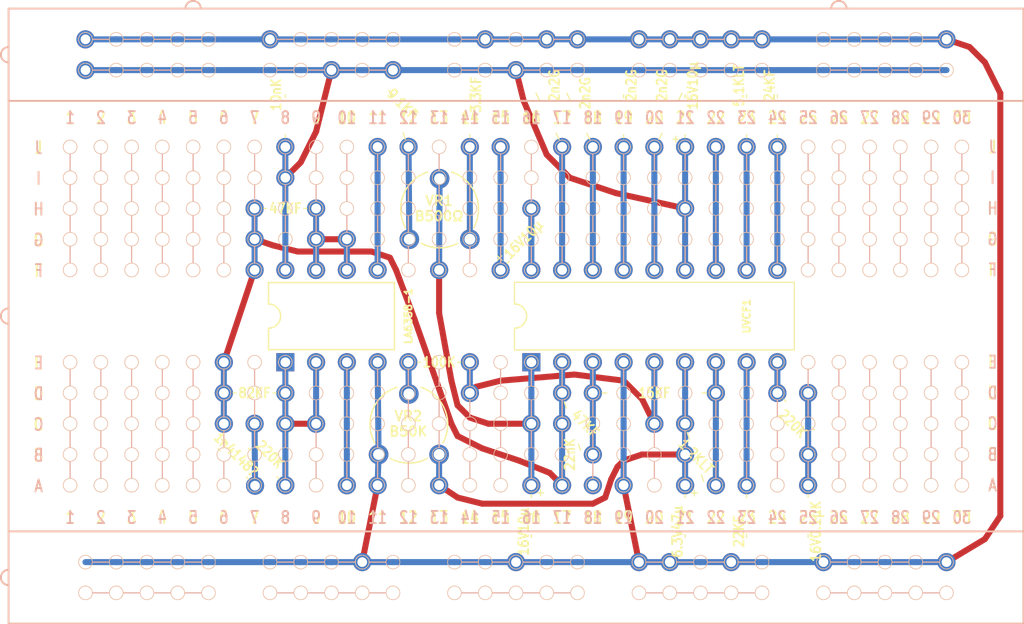
<source format=kicad_pcb>
(kicad_pcb (version 20170123) (host pcbnew "(2017-08-05 revision 2e96a5bc9)-master")

  (general
    (thickness 1.6)
    (drawings 14)
    (tracks 238)
    (zones 0)
    (modules 30)
    (nets 29)
  )

  (page A4)
  (layers
    (0 F.Cu signal)
    (31 B.Cu signal)
    (32 B.Adhes user)
    (33 F.Adhes user)
    (34 B.Paste user)
    (35 F.Paste user)
    (36 B.SilkS user)
    (37 F.SilkS user)
    (38 B.Mask user)
    (39 F.Mask user)
    (40 Dwgs.User user)
    (41 Cmts.User user)
    (42 Eco1.User user)
    (43 Eco2.User user)
    (44 Edge.Cuts user)
    (45 Margin user)
    (46 B.CrtYd user)
    (47 F.CrtYd user)
    (48 B.Fab user)
    (49 F.Fab user)
  )

  (setup
    (last_trace_width 0.5)
    (trace_clearance 0)
    (zone_clearance 0.508)
    (zone_45_only no)
    (trace_min 0.5)
    (segment_width 0.4)
    (edge_width 0.1)
    (via_size 1.5)
    (via_drill 0.8)
    (via_min_size 1.5)
    (via_min_drill 0.8)
    (uvia_size 0.3)
    (uvia_drill 0.2)
    (uvias_allowed no)
    (uvia_min_size 0.2)
    (uvia_min_drill 0.1)
    (pcb_text_width 0.3)
    (pcb_text_size 1.5 1.5)
    (mod_edge_width 0.15)
    (mod_text_size 1 1)
    (mod_text_width 0.15)
    (pad_size 1.5 1.5)
    (pad_drill 0.6)
    (pad_to_mask_clearance 0)
    (aux_axis_origin 0 0)
    (visible_elements FFFFFF7F)
    (pcbplotparams
      (layerselection 0x00030_ffffffff)
      (usegerberextensions false)
      (excludeedgelayer true)
      (linewidth 0.100000)
      (plotframeref false)
      (viasonmask false)
      (mode 1)
      (useauxorigin false)
      (hpglpennumber 1)
      (hpglpenspeed 20)
      (hpglpendiameter 15)
      (psnegative false)
      (psa4output false)
      (plotreference true)
      (plotvalue true)
      (plotinvisibletext false)
      (padsonsilk false)
      (subtractmaskfromsilk false)
      (outputformat 1)
      (mirror false)
      (drillshape 1)
      (scaleselection 1)
      (outputdirectory ""))
  )

  (net 0 "")
  (net 1 +5VA)
  (net 2 GNDA)
  (net 3 /Input)
  (net 4 "Net-(C2-Pad2)")
  (net 5 "Net-(C3-Pad1)")
  (net 6 "Net-(C4-Pad1)")
  (net 7 "Net-(C5-Pad1)")
  (net 8 "Net-(C6-Pad1)")
  (net 9 /VBB)
  (net 10 "Net-(C8-Pad1)")
  (net 11 "Net-(C8-Pad2)")
  (net 12 /RESO)
  (net 13 "Net-(C10-Pad1)")
  (net 14 "Net-(D1-Pad2)")
  (net 15 "Net-(LA6358-1-Pad1)")
  (net 16 /ENV)
  (net 17 /CUT)
  (net 18 "Net-(LA6358-1-Pad6)")
  (net 19 "Net-(R1-Pad2)")
  (net 20 "Net-(R2-Pad2)")
  (net 21 "Net-(R3-Pad2)")
  (net 22 "Net-(R4-Pad1)")
  (net 23 "Net-(R13-Pad1)")
  (net 24 "Net-(R7-Pad1)")
  (net 25 "Net-(R7-Pad2)")
  (net 26 "Net-(R8-Pad1)")
  (net 27 "Net-(R9-Pad1)")
  (net 28 /Output)

  (net_class Default "This is the default net class."
    (clearance 0)
    (trace_width 0.5)
    (via_dia 1.5)
    (via_drill 0.8)
    (uvia_dia 0.3)
    (uvia_drill 0.2)
    (diff_pair_gap 0.25)
    (diff_pair_width 0.5)
    (add_net +5VA)
    (add_net /CUT)
    (add_net /ENV)
    (add_net /Input)
    (add_net /Output)
    (add_net /RESO)
    (add_net /VBB)
    (add_net GNDA)
    (add_net "Net-(C10-Pad1)")
    (add_net "Net-(C2-Pad2)")
    (add_net "Net-(C3-Pad1)")
    (add_net "Net-(C4-Pad1)")
    (add_net "Net-(C5-Pad1)")
    (add_net "Net-(C6-Pad1)")
    (add_net "Net-(C8-Pad1)")
    (add_net "Net-(C8-Pad2)")
    (add_net "Net-(D1-Pad2)")
    (add_net "Net-(LA6358-1-Pad1)")
    (add_net "Net-(LA6358-1-Pad6)")
    (add_net "Net-(R1-Pad2)")
    (add_net "Net-(R13-Pad1)")
    (add_net "Net-(R2-Pad2)")
    (add_net "Net-(R3-Pad2)")
    (add_net "Net-(R4-Pad1)")
    (add_net "Net-(R7-Pad1)")
    (add_net "Net-(R7-Pad2)")
    (add_net "Net-(R8-Pad1)")
    (add_net "Net-(R9-Pad1)")
  )

  (module MyKi_Generics:200Mil_2TH_Polar_Generic placed (layer F.Cu) (tedit 5ACAE0E4) (tstamp 5ACAB493)
    (at 119.38 66.04 45)
    (tags "generic 2terminal polar value th 200mil")
    (path /5AC9E726)
    (fp_text reference C2 (at 3.14309 -0.449013 45) (layer F.CrtYd)
      (effects (font (size 0.8 0.7) (thickness 0.15)))
    )
    (fp_text value 16V10µ (at 3.14309 -0.449013 45) (layer F.SilkS)
      (effects (font (size 0.8 0.7) (thickness 0.15)))
    )
    (fp_line (start 0.635 -0.508) (end 0.635 -1.016) (layer F.SilkS) (width 0.1))
    (fp_line (start 0.381 -0.762) (end 0.889 -0.762) (layer F.SilkS) (width 0.1))
    (fp_line (start 4.064 0) (end 4.318 0) (layer F.SilkS) (width 0.1))
    (fp_line (start 0.762 0) (end 1.016 0) (layer F.SilkS) (width 0.1))
    (pad 1 thru_hole circle (at 0 0 45) (size 1.5 1.5) (drill 0.8) (layers *.Cu *.Mask)
      (net 3 /Input))
    (pad 2 thru_hole circle (at 5.388154 -1.796051 45) (size 1.5 1.5) (drill 0.8) (layers *.Cu *.Mask)
      (net 4 "Net-(C2-Pad2)"))
  )

  (module MyKi_Generics:200x200Mil_3TH_TrimPot (layer F.Cu) (tedit 5ACADCB3) (tstamp 5ACAB5B1)
    (at 114.3 81.28 90)
    (tags "trim pot trimming potentiometer TH through hole triangular")
    (path /5AC9E7C9)
    (fp_text reference VR2 (at 3.175 -2.54 180) (layer F.SilkS)
      (effects (font (size 0.8 0.8) (thickness 0.15)))
    )
    (fp_text value B50K (at 1.905 -2.54 180) (layer F.SilkS)
      (effects (font (size 0.8 0.8) (thickness 0.15)))
    )
    (fp_arc (start 2.5 -2.5) (end 2.5 0.71) (angle -72) (layer F.SilkS) (width 0.12))
    (fp_arc (start 2.5 -2.5) (end 5.553 -3.491) (angle -101) (layer F.SilkS) (width 0.12))
    (fp_arc (start 2.5 -2.5) (end -0.335 -4.007) (angle -56) (layer F.SilkS) (width 0.12))
    (fp_arc (start 2.5 -2.5) (end 0.944 0.308) (angle -30) (layer F.SilkS) (width 0.12))
    (fp_circle (center 2.5 -2.5) (end 5.65 -2.5) (layer F.Fab) (width 0.1))
    (pad 3 thru_hole circle (at 0 -5 90) (size 1.62 1.62) (drill 0.9) (layers *.Cu *.Mask)
      (net 2 GNDA))
    (pad 2 thru_hole circle (at 5 -2.5 90) (size 1.62 1.62) (drill 0.9) (layers *.Cu *.Mask)
      (net 25 "Net-(R7-Pad2)"))
    (pad 1 thru_hole circle (at 0 0 90) (size 1.62 1.62) (drill 0.9) (layers *.Cu *.Mask)
      (net 13 "Net-(C10-Pad1)"))
    (model Potentiometers.3dshapes/Potentiometer_Trimmer_Piher_PT-6v_Horizontal.wrl
      (at (xyz 0 0 0))
      (scale (xyz 0.393701 0.393701 0.393701))
      (rotate (xyz 0 0 0))
    )
  )

  (module MyKi_Generics:200x200Mil_3TH_TrimPot (layer F.Cu) (tedit 5ACADCB3) (tstamp 5ACAB59E)
    (at 116.84 63.5 90)
    (tags "trim pot trimming potentiometer TH through hole triangular")
    (path /5ABB9753/5ABB8FE8)
    (fp_text reference VR1 (at 3.175 -2.54 180) (layer F.SilkS)
      (effects (font (size 0.8 0.8) (thickness 0.15)))
    )
    (fp_text value B500Ω (at 1.905 -2.54 180) (layer F.SilkS)
      (effects (font (size 0.8 0.8) (thickness 0.15)))
    )
    (fp_arc (start 2.5 -2.5) (end 2.5 0.71) (angle -72) (layer F.SilkS) (width 0.12))
    (fp_arc (start 2.5 -2.5) (end 5.553 -3.491) (angle -101) (layer F.SilkS) (width 0.12))
    (fp_arc (start 2.5 -2.5) (end -0.335 -4.007) (angle -56) (layer F.SilkS) (width 0.12))
    (fp_arc (start 2.5 -2.5) (end 0.944 0.308) (angle -30) (layer F.SilkS) (width 0.12))
    (fp_circle (center 2.5 -2.5) (end 5.65 -2.5) (layer F.Fab) (width 0.1))
    (pad 3 thru_hole circle (at 0 -5 90) (size 1.62 1.62) (drill 0.9) (layers *.Cu *.Mask)
      (net 21 "Net-(R3-Pad2)"))
    (pad 2 thru_hole circle (at 5 -2.5 90) (size 1.62 1.62) (drill 0.9) (layers *.Cu *.Mask)
      (net 9 /VBB))
    (pad 1 thru_hole circle (at 0 0 90) (size 1.62 1.62) (drill 0.9) (layers *.Cu *.Mask)
      (net 22 "Net-(R4-Pad1)"))
    (model Potentiometers.3dshapes/Potentiometer_Trimmer_Piher_PT-6v_Horizontal.wrl
      (at (xyz 0 0 0))
      (scale (xyz 0.393701 0.393701 0.393701))
      (rotate (xyz 0 0 0))
    )
  )

  (module MyKi_Generics:200Mil_2TH_Dn1_Generic placed (layer F.Cu) (tedit 5ACAD67D) (tstamp 5ACAB519)
    (at 109.982 50.4825 315)
    (tags "generic 2terminal value th 200mil")
    (path /5ABB9753/5ABB8FE1)
    (fp_text reference R3 (at 2.200163 0.404112 315) (layer F.CrtYd)
      (effects (font (size 0.8 0.7) (thickness 0.15)))
    )
    (fp_text value 9.1KF (at 2.200163 0.404112 315) (layer F.SilkS)
      (effects (font (size 0.8 0.7) (thickness 0.15)))
    )
    (fp_line (start 4.445 2.286) (end 3.937 2.032) (layer F.SilkS) (width 0.1))
    (fp_line (start 0.635 0.381) (end 1.143 0.635) (layer F.SilkS) (width 0.1))
    (pad 1 thru_hole circle (at -0.314309 -1.032729 315) (size 1.5 1.5) (drill 0.8) (layers *.Cu *.Mask)
      (net 1 +5VA))
    (pad 2 thru_hole circle (at 5.08 2.54 315) (size 1.5 1.5) (drill 0.8) (layers *.Cu *.Mask)
      (net 21 "Net-(R3-Pad2)"))
  )

  (module MyKi_Generics:200Mil_2TH_Generic placed (layer F.Cu) (tedit 5ACAD549) (tstamp 5ACAB4CD)
    (at 144.78 88.9 90)
    (tags "generic 2terminal value th 200mil")
    (path /5AC9E844)
    (fp_text reference C9 (at 1.27 0.635 90) (layer F.CrtYd)
      (effects (font (size 0.8 0.7) (thickness 0.15)))
    )
    (fp_text value 16V0.1µK (at 1.27 0.635 90) (layer F.SilkS)
      (effects (font (size 0.8 0.7) (thickness 0.15)))
    )
    (fp_line (start 4.064 0) (end 4.318 0) (layer F.SilkS) (width 0.1))
    (fp_line (start 0.762 0) (end 1.016 0) (layer F.SilkS) (width 0.1))
    (pad 1 thru_hole circle (at -1.27 1.27 90) (size 1.5 1.5) (drill 0.8) (layers *.Cu *.Mask)
      (net 2 GNDA))
    (pad 2 thru_hole circle (at 5.08 0 90) (size 1.5 1.5) (drill 0.8) (layers *.Cu *.Mask)
      (net 12 /RESO))
  )

  (module MyKi_Generics:200Mil_2TH_Polar_Generic placed (layer F.Cu) (tedit 5ACAD5A6) (tstamp 5ACAB4BD)
    (at 121.92 83.82 270)
    (tags "generic 2terminal polar value th 200mil")
    (path /5ABB9753/5ABB8FEF)
    (fp_text reference C7 (at 3.81 0.635 270) (layer F.CrtYd)
      (effects (font (size 0.8 0.7) (thickness 0.15)))
    )
    (fp_text value 16V10µ (at 3.81 0.635 270) (layer F.SilkS)
      (effects (font (size 0.8 0.7) (thickness 0.15)))
    )
    (fp_line (start 0.635 -0.508) (end 0.635 -1.016) (layer F.SilkS) (width 0.1))
    (fp_line (start 0.381 -0.762) (end 0.889 -0.762) (layer F.SilkS) (width 0.1))
    (fp_line (start 4.064 0) (end 4.318 0) (layer F.SilkS) (width 0.1))
    (fp_line (start 0.762 0) (end 1.016 0) (layer F.SilkS) (width 0.1))
    (pad 1 thru_hole circle (at 0 0 270) (size 1.5 1.5) (drill 0.8) (layers *.Cu *.Mask)
      (net 9 /VBB))
    (pad 2 thru_hole circle (at 6.35 1.27 270) (size 1.5 1.5) (drill 0.8) (layers *.Cu *.Mask)
      (net 2 GNDA))
  )

  (module MyKi_Generics:200Mil_2TH_Generic placed (layer F.Cu) (tedit 5ACAD0F9) (tstamp 5ACAB561)
    (at 104.14 60.96 180)
    (tags "generic 2terminal value th 200mil")
    (path /5AC9E94B)
    (fp_text reference R12 (at 2.54 0 180) (layer F.CrtYd)
      (effects (font (size 0.8 0.7) (thickness 0.15)))
    )
    (fp_text value 47KF (at 2.54 0 180) (layer F.SilkS)
      (effects (font (size 0.8 0.7) (thickness 0.15)))
    )
    (fp_line (start 4.064 0) (end 4.318 0) (layer F.SilkS) (width 0.1))
    (fp_line (start 0.762 0) (end 1.016 0) (layer F.SilkS) (width 0.1))
    (pad 1 thru_hole circle (at 0 0 180) (size 1.5 1.5) (drill 0.8) (layers *.Cu *.Mask)
      (net 18 "Net-(LA6358-1-Pad6)"))
    (pad 2 thru_hole circle (at 5.08 0 180) (size 1.5 1.5) (drill 0.8) (layers *.Cu *.Mask)
      (net 11 "Net-(C8-Pad2)"))
  )

  (module MyKi_Generics:200Mil_2TH_Generic placed (layer F.Cu) (tedit 5AB87F59) (tstamp 5ACAB559)
    (at 101.6 76.2 180)
    (tags "generic 2terminal value th 200mil")
    (path /5AC9E944)
    (fp_text reference R11 (at 2.54 0 180) (layer F.CrtYd)
      (effects (font (size 0.8 0.7) (thickness 0.15)))
    )
    (fp_text value 82KF (at 2.54 0 180) (layer F.SilkS)
      (effects (font (size 0.8 0.7) (thickness 0.15)))
    )
    (fp_line (start 4.064 0) (end 4.318 0) (layer F.SilkS) (width 0.1))
    (fp_line (start 0.762 0) (end 1.016 0) (layer F.SilkS) (width 0.1))
    (pad 1 thru_hole circle (at 0 0 180) (size 1.5 1.5) (drill 0.8) (layers *.Cu *.Mask)
      (net 15 "Net-(LA6358-1-Pad1)"))
    (pad 2 thru_hole circle (at 5.08 0 180) (size 1.5 1.5) (drill 0.8) (layers *.Cu *.Mask)
      (net 11 "Net-(C8-Pad2)"))
  )

  (module MyKi_Generics:200Mil_2TH_Polar_Generic placed (layer F.Cu) (tedit 5ACAC799) (tstamp 5ACAB4E9)
    (at 95.504 80.264 315)
    (tags "generic 2terminal polar value th 200mil")
    (path /5AC9E703)
    (fp_text reference D1 (at 2.155261 -0.71842 315) (layer F.CrtYd)
      (effects (font (size 0.8 0.7) (thickness 0.15)))
    )
    (fp_text value 1n4148? (at 2.155261 -0.71842 315) (layer F.SilkS)
      (effects (font (size 0.8 0.7) (thickness 0.15)))
    )
    (fp_line (start 0.635 -0.508) (end 0.635 -1.016) (layer F.SilkS) (width 0.1))
    (fp_line (start 0.381 -0.762) (end 0.889 -0.762) (layer F.SilkS) (width 0.1))
    (fp_line (start 4.064 0) (end 4.318 0) (layer F.SilkS) (width 0.1))
    (fp_line (start 0.762 0) (end 1.016 0) (layer F.SilkS) (width 0.1))
    (pad 1 thru_hole circle (at -0.35921 -1.796051 315) (size 1.5 1.5) (drill 0.8) (layers *.Cu *.Mask)
      (net 11 "Net-(C8-Pad2)"))
    (pad 2 thru_hole circle (at 5.08 0 315) (size 1.5 1.5) (drill 0.8) (layers *.Cu *.Mask)
      (net 14 "Net-(D1-Pad2)"))
  )

  (module MyKi_Generics:400Mil_2TH_Generic placed (layer F.Cu) (tedit 5AB9E111) (tstamp 5ACAB569)
    (at 137.16 76.2 180)
    (tags "generic 2terminal value th 400mil")
    (path /5AC9E7D7)
    (fp_text reference R13 (at 5.08 0 180) (layer F.CrtYd)
      (effects (font (size 0.8 0.7) (thickness 0.15)))
    )
    (fp_text value 15KF (at 5.08 0 180) (layer F.SilkS)
      (effects (font (size 0.8 0.7) (thickness 0.15)))
    )
    (fp_line (start 9.398 0) (end 9.017 0) (layer F.SilkS) (width 0.1))
    (fp_line (start 0.762 0) (end 1.143 0) (layer F.SilkS) (width 0.1))
    (pad 2 thru_hole circle (at 10.16 0 180) (size 1.5 1.5) (drill 0.8) (layers *.Cu *.Mask)
      (net 10 "Net-(C8-Pad1)"))
    (pad 1 thru_hole circle (at 0 0 180) (size 1.5 1.5) (drill 0.8) (layers *.Cu *.Mask)
      (net 23 "Net-(R13-Pad1)"))
  )

  (module MyKi_Generics:200Mil_2TH_Dn1_Generic placed (layer F.Cu) (tedit 5ACAC224) (tstamp 5ACAB529)
    (at 124.46 76.2 315)
    (tags "generic 2terminal value th 200mil")
    (path /5AC9E7A7)
    (fp_text reference R5 (at 3.14309 0.449013 315) (layer F.CrtYd)
      (effects (font (size 0.8 0.7) (thickness 0.15)))
    )
    (fp_text value 47KF (at 3.14309 0.449013 315) (layer F.SilkS)
      (effects (font (size 0.8 0.7) (thickness 0.15)))
    )
    (fp_line (start 4.445001 2.286) (end 3.936999 2.032) (layer F.SilkS) (width 0.1))
    (fp_line (start 0.635 0.381) (end 1.143 0.635) (layer F.SilkS) (width 0.1))
    (pad 1 thru_hole circle (at 0 0 315) (size 1.5 1.5) (drill 0.8) (layers *.Cu *.Mask)
      (net 11 "Net-(C8-Pad2)"))
    (pad 2 thru_hole circle (at 5.388154 1.796051 315) (size 1.5 1.5) (drill 0.8) (layers *.Cu *.Mask)
      (net 10 "Net-(C8-Pad1)"))
  )

  (module MyKi_Generics:200Mil_2TH_Polar_Generic placed (layer F.Cu) (tedit 5ACACF3F) (tstamp 5ACAB489)
    (at 134.62 55.88 90)
    (tags "generic 2terminal polar value th 200mil")
    (path /5AC9E8DB)
    (fp_text reference C1 (at 5.08 0.635 90) (layer F.CrtYd)
      (effects (font (size 0.8 0.7) (thickness 0.15)))
    )
    (fp_text value 16V10µ (at 5.08 0.635 90) (layer F.SilkS)
      (effects (font (size 0.8 0.7) (thickness 0.15)))
    )
    (fp_line (start 0.762 0) (end 1.016 0) (layer F.SilkS) (width 0.1))
    (fp_line (start 4.064 0) (end 4.318 0) (layer F.SilkS) (width 0.1))
    (fp_line (start 0.381 -0.762) (end 0.889 -0.762) (layer F.SilkS) (width 0.1))
    (fp_line (start 0.635 -0.508) (end 0.635 -1.016) (layer F.SilkS) (width 0.1))
    (pad 2 thru_hole circle (at 8.89 1.27 90) (size 1.5 1.5) (drill 0.8) (layers *.Cu *.Mask)
      (net 2 GNDA))
    (pad 1 thru_hole circle (at 0 0 90) (size 1.5 1.5) (drill 0.8) (layers *.Cu *.Mask)
      (net 1 +5VA))
  )

  (module MyKi_Generics:200Mil_2TH_Up1_Generic placed (layer F.Cu) (tedit 5ACABC39) (tstamp 5ACAB49B)
    (at 124.46 55.88 90)
    (tags "generic 2terminal value th 200mil")
    (path /5AC9E921)
    (fp_text reference C3 (at 5.08 -0.635 90) (layer F.CrtYd)
      (effects (font (size 0.8 0.7) (thickness 0.15)))
    )
    (fp_text value 2n2G (at 5.08 -0.635 90) (layer F.SilkS)
      (effects (font (size 0.8 0.7) (thickness 0.15)))
    )
    (fp_line (start 0.635 -0.254) (end 1.143 -0.508) (layer F.SilkS) (width 0.1))
    (fp_line (start 3.937 -1.905) (end 4.445 -2.159) (layer F.SilkS) (width 0.1))
    (pad 2 thru_hole circle (at 8.89 -1.27 90) (size 1.5 1.5) (drill 0.8) (layers *.Cu *.Mask)
      (net 2 GNDA))
    (pad 1 thru_hole circle (at 0 0 90) (size 1.5 1.5) (drill 0.8) (layers *.Cu *.Mask)
      (net 5 "Net-(C3-Pad1)"))
  )

  (module MyKi_Generics:200Mil_2TH_Up1_Generic placed (layer F.Cu) (tedit 5ACABC42) (tstamp 5ACAB4A3)
    (at 127 55.88 90)
    (tags "generic 2terminal value th 200mil")
    (path /5AC9E928)
    (fp_text reference C4 (at 5.08 -0.635 90) (layer F.CrtYd)
      (effects (font (size 0.8 0.7) (thickness 0.15)))
    )
    (fp_text value 2n2G (at 4.445 -0.635 90) (layer F.SilkS)
      (effects (font (size 0.8 0.7) (thickness 0.15)))
    )
    (fp_line (start 3.937 -1.905) (end 4.445 -2.159) (layer F.SilkS) (width 0.1))
    (fp_line (start 0.635 -0.254) (end 1.143 -0.508) (layer F.SilkS) (width 0.1))
    (pad 1 thru_hole circle (at 0 0 90) (size 1.5 1.5) (drill 0.8) (layers *.Cu *.Mask)
      (net 6 "Net-(C4-Pad1)"))
    (pad 2 thru_hole circle (at 8.89 -1.27 90) (size 1.5 1.5) (drill 0.8) (layers *.Cu *.Mask)
      (net 2 GNDA))
  )

  (module MyKi_Generics:200Mil_2TH_Generic placed (layer F.Cu) (tedit 5ACACF4E) (tstamp 5ACAB4AB)
    (at 129.54 55.88 90)
    (tags "generic 2terminal value th 200mil")
    (path /5AC9E92F)
    (fp_text reference C5 (at 5.08 0.635 90) (layer F.CrtYd)
      (effects (font (size 0.8 0.7) (thickness 0.15)))
    )
    (fp_text value 2n2G (at 5.08 0.635 90) (layer F.SilkS)
      (effects (font (size 0.8 0.7) (thickness 0.15)))
    )
    (fp_line (start 4.064 0) (end 4.318 0) (layer F.SilkS) (width 0.1))
    (fp_line (start 0.762 0) (end 1.016 0) (layer F.SilkS) (width 0.1))
    (pad 1 thru_hole circle (at 0 0 90) (size 1.5 1.5) (drill 0.8) (layers *.Cu *.Mask)
      (net 7 "Net-(C5-Pad1)"))
    (pad 2 thru_hole circle (at 8.89 1.27 90) (size 1.5 1.5) (drill 0.8) (layers *.Cu *.Mask)
      (net 2 GNDA))
  )

  (module MyKi_Generics:200Mil_2TH_Dn1_Generic placed (layer F.Cu) (tedit 5ACACF47) (tstamp 5ACAB4B3)
    (at 132.08 55.88 90)
    (tags "generic 2terminal value th 200mil")
    (path /5AC9E936)
    (fp_text reference C6 (at 5.08 0.635 90) (layer F.CrtYd)
      (effects (font (size 0.8 0.7) (thickness 0.15)))
    )
    (fp_text value 2n2G (at 5.08 0.635 90) (layer F.SilkS)
      (effects (font (size 0.8 0.7) (thickness 0.15)))
    )
    (fp_line (start 4.445 2.286) (end 3.937 2.032) (layer F.SilkS) (width 0.1))
    (fp_line (start 0.635 0.381) (end 1.143 0.635) (layer F.SilkS) (width 0.1))
    (pad 1 thru_hole circle (at 0 0 90) (size 1.5 1.5) (drill 0.8) (layers *.Cu *.Mask)
      (net 8 "Net-(C6-Pad1)"))
    (pad 2 thru_hole circle (at 8.89 1.27 90) (size 1.5 1.5) (drill 0.8) (layers *.Cu *.Mask)
      (net 2 GNDA))
  )

  (module MyKi_Generics:200Mil_2TH_Generic placed (layer F.Cu) (tedit 5ACAC263) (tstamp 5ACAB4C5)
    (at 127 83.82 90)
    (tags "generic 2terminal value th 200mil")
    (path /5AC9E7AE)
    (fp_text reference C8 (at 2.54 -1.905 270) (layer F.CrtYd)
      (effects (font (size 0.8 0.7) (thickness 0.15)))
    )
    (fp_text value 22nK (at 2.54 -1.905 270) (layer F.SilkS)
      (effects (font (size 0.8 0.7) (thickness 0.15)))
    )
    (fp_line (start 4.064 0) (end 4.318 0) (layer F.SilkS) (width 0.1))
    (fp_line (start 0.762 0) (end 1.016 0) (layer F.SilkS) (width 0.1))
    (pad 1 thru_hole circle (at 0 0 90) (size 1.5 1.5) (drill 0.8) (layers *.Cu *.Mask)
      (net 10 "Net-(C8-Pad1)"))
    (pad 2 thru_hole circle (at 5.08 -2.54 90) (size 1.5 1.5) (drill 0.8) (layers *.Cu *.Mask)
      (net 11 "Net-(C8-Pad2)"))
  )

  (module MyKi_Generics:200Mil_2TH_Polar_Generic placed (layer F.Cu) (tedit 5ACABCFD) (tstamp 5ACAB4D7)
    (at 134.62 83.82 270)
    (tags "generic 2terminal polar value th 200mil")
    (path /5AC9E7E5)
    (fp_text reference C10 (at 3.81 0.635 270) (layer F.CrtYd)
      (effects (font (size 0.8 0.7) (thickness 0.15)))
    )
    (fp_text value 6.3V47µ (at 3.81 0.635 270) (layer F.SilkS)
      (effects (font (size 0.8 0.7) (thickness 0.15)))
    )
    (fp_line (start 0.762 0) (end 1.016 0) (layer F.SilkS) (width 0.1))
    (fp_line (start 4.064 0) (end 4.318 0) (layer F.SilkS) (width 0.1))
    (fp_line (start 0.381 -0.762) (end 0.889 -0.762) (layer F.SilkS) (width 0.1))
    (fp_line (start 0.635 -0.508) (end 0.635 -1.016) (layer F.SilkS) (width 0.1))
    (pad 2 thru_hole circle (at 6.35 1.27 270) (size 1.5 1.5) (drill 0.8) (layers *.Cu *.Mask)
      (net 2 GNDA))
    (pad 1 thru_hole circle (at 0 0 270) (size 1.5 1.5) (drill 0.8) (layers *.Cu *.Mask)
      (net 13 "Net-(C10-Pad1)"))
  )

  (module MyKi_Generics:200Mil_2TH_Generic placed (layer F.Cu) (tedit 5ACAD6CC) (tstamp 5ACAB4DF)
    (at 101.6 50.8 270)
    (tags "generic 2terminal value th 200mil")
    (path /5AC9E97A)
    (fp_text reference C11 (at 0.762 0.762 270) (layer F.CrtYd)
      (effects (font (size 0.8 0.7) (thickness 0.15)))
    )
    (fp_text value 10nK (at 0.762 0.762 270) (layer F.SilkS)
      (effects (font (size 0.8 0.7) (thickness 0.15)))
    )
    (fp_line (start 4.064 0) (end 4.318 0) (layer F.SilkS) (width 0.1))
    (fp_line (start 0.761999 0) (end 1.015999 0) (layer F.SilkS) (width 0.1))
    (pad 1 thru_hole circle (at -3.81 1.27 270) (size 1.5 1.5) (drill 0.8) (layers *.Cu *.Mask)
      (net 2 GNDA))
    (pad 2 thru_hole circle (at 5.079999 0 270) (size 1.5 1.5) (drill 0.8) (layers *.Cu *.Mask)
      (net 1 +5VA))
  )

  (module MyKi_TH_IC:300Mil_DIP8 placed (layer F.Cu) (tedit 5A080138) (tstamp 5ACAB501)
    (at 101.6 73.66 90)
    (descr "14-lead dip package, row spacing 7.62 mm (300 mils), Socket")
    (tags "DIL DIP PDIP 2.54mm 7.62mm 300mil Socket")
    (path /5AC9E8E9)
    (fp_text reference LA6358-1 (at 3.81 10.16 90) (layer F.SilkS)
      (effects (font (size 0.6 0.6) (thickness 0.15)))
    )
    (fp_text value NJM4558 (at 3.81 4.445 180) (layer F.Fab)
      (effects (font (size 0.8 0.8) (thickness 0.15)))
    )
    (fp_line (start 1.04 9.01) (end 6.58 9.01) (layer F.Fab) (width 0.12))
    (fp_line (start 1.04 -1.39) (end 1.04 9) (layer F.Fab) (width 0.12))
    (fp_line (start 6.58 9) (end 6.58 -1.39) (layer F.Fab) (width 0.12))
    (fp_line (start 6.58 -1.39) (end 4.81 -1.39) (layer F.Fab) (width 0.12))
    (fp_arc (start 3.81 -1.39) (end 2.81 -1.39) (angle -180) (layer F.Fab) (width 0.12))
    (fp_line (start 2.81 -1.39) (end 1.04 -1.39) (layer F.Fab) (width 0.12))
    (fp_line (start 2.81 -1.39) (end 1.04 -1.39) (layer F.SilkS) (width 0.12))
    (fp_line (start 1.04 -1.39) (end 1.04 9) (layer F.SilkS) (width 0.12))
    (fp_line (start 1.04 9.01) (end 6.58 9.01) (layer F.SilkS) (width 0.12))
    (fp_line (start 6.58 9) (end 6.58 -1.39) (layer F.SilkS) (width 0.12))
    (fp_line (start 6.58 -1.39) (end 4.81 -1.39) (layer F.SilkS) (width 0.12))
    (fp_arc (start 3.81 -1.39) (end 2.81 -1.39) (angle -180) (layer F.SilkS) (width 0.12))
    (pad 1 thru_hole rect (at 0 0 90) (size 1.5 1.5) (drill 0.8) (layers *.Cu *.Mask)
      (net 15 "Net-(LA6358-1-Pad1)"))
    (pad 8 thru_hole circle (at 7.62 0 90) (size 1.5 1.5) (drill 0.8) (layers *.Cu *.Mask)
      (net 1 +5VA))
    (pad 2 thru_hole circle (at 0 2.54 90) (size 1.5 1.5) (drill 0.8) (layers *.Cu *.Mask)
      (net 15 "Net-(LA6358-1-Pad1)"))
    (pad 3 thru_hole circle (at 0 5.08 90) (size 1.5 1.5) (drill 0.8) (layers *.Cu *.Mask)
      (net 16 /ENV))
    (pad 4 thru_hole circle (at 0 7.62 90) (size 1.5 1.5) (drill 0.8) (layers *.Cu *.Mask)
      (net 2 GNDA))
    (pad 5 thru_hole circle (at 7.62 7.62 90) (size 1.5 1.5) (drill 0.8) (layers *.Cu *.Mask)
      (net 17 /CUT))
    (pad 6 thru_hole circle (at 7.62 5.08 90) (size 1.5 1.5) (drill 0.8) (layers *.Cu *.Mask)
      (net 18 "Net-(LA6358-1-Pad6)"))
    (pad 7 thru_hole circle (at 7.62 2.54 90) (size 1.5 1.5) (drill 0.8) (layers *.Cu *.Mask)
      (net 18 "Net-(LA6358-1-Pad6)"))
    (model MyKi/TH_IC/300Mil_DIP8.wrl
      (at (xyz 0.15 -0.15 0))
      (scale (xyz 1 1 1))
      (rotate (xyz 0 0 90))
    )
  )

  (module MyKi_Generics:200Mil_2TH_Generic placed (layer F.Cu) (tedit 5ACACF91) (tstamp 5ACAB509)
    (at 139.7 50.8 270)
    (tags "generic 2terminal value th 200mil")
    (path /5AC9E7F3)
    (fp_text reference R1 (at 0 0.635 270) (layer F.CrtYd)
      (effects (font (size 0.8 0.7) (thickness 0.15)))
    )
    (fp_text value 5.1KLT (at 0 0.635 270) (layer F.SilkS)
      (effects (font (size 0.8 0.7) (thickness 0.15)))
    )
    (fp_line (start 0.762 0) (end 1.016 0) (layer F.SilkS) (width 0.1))
    (fp_line (start 4.064 0) (end 4.318 0) (layer F.SilkS) (width 0.1))
    (pad 2 thru_hole circle (at 5.08 0 270) (size 1.5 1.5) (drill 0.8) (layers *.Cu *.Mask)
      (net 19 "Net-(R1-Pad2)"))
    (pad 1 thru_hole circle (at -3.81 1.27 270) (size 1.5 1.5) (drill 0.8) (layers *.Cu *.Mask)
      (net 2 GNDA))
  )

  (module MyKi_Generics:200Mil_2TH_Generic placed (layer F.Cu) (tedit 5ACACF9B) (tstamp 5ACAB511)
    (at 142.24 50.8 270)
    (tags "generic 2terminal value th 200mil")
    (path /5AC9E7EC)
    (fp_text reference R2 (at 0 0.635 270) (layer F.CrtYd)
      (effects (font (size 0.8 0.7) (thickness 0.15)))
    )
    (fp_text value 24KF (at 0 0.635 270) (layer F.SilkS)
      (effects (font (size 0.8 0.7) (thickness 0.15)))
    )
    (fp_line (start 4.064 0) (end 4.318 0) (layer F.SilkS) (width 0.1))
    (fp_line (start 0.762 0) (end 1.016 0) (layer F.SilkS) (width 0.1))
    (pad 1 thru_hole circle (at -3.81 1.27 270) (size 1.5 1.5) (drill 0.8) (layers *.Cu *.Mask)
      (net 2 GNDA))
    (pad 2 thru_hole circle (at 5.08 0 270) (size 1.5 1.5) (drill 0.8) (layers *.Cu *.Mask)
      (net 20 "Net-(R2-Pad2)"))
  )

  (module MyKi_Generics:200Mil_2TH_Generic placed (layer F.Cu) (tedit 5ACAD6AA) (tstamp 5ACAB521)
    (at 116.84 55.88 90)
    (tags "generic 2terminal value th 200mil")
    (path /5ABB9753/5ABB8FDA)
    (fp_text reference R4 (at 4.318 0.508 90) (layer F.CrtYd)
      (effects (font (size 0.8 0.7) (thickness 0.15)))
    )
    (fp_text value 3.3KF (at 4.318 0.508 90) (layer F.SilkS)
      (effects (font (size 0.8 0.7) (thickness 0.15)))
    )
    (fp_line (start 0.762 0) (end 1.016 0) (layer F.SilkS) (width 0.1))
    (fp_line (start 4.064 0) (end 4.318 0) (layer F.SilkS) (width 0.1))
    (pad 2 thru_hole circle (at 8.89 1.27 90) (size 1.5 1.5) (drill 0.8) (layers *.Cu *.Mask)
      (net 2 GNDA))
    (pad 1 thru_hole circle (at 0 0 90) (size 1.5 1.5) (drill 0.8) (layers *.Cu *.Mask)
      (net 22 "Net-(R4-Pad1)"))
  )

  (module MyKi_Generics:200Mil_2TH_Dn1_Generic placed (layer F.Cu) (tedit 5ACAC0E9) (tstamp 5ACAB531)
    (at 134.62 78.74 315)
    (tags "generic 2terminal value th 200mil")
    (path /5AC9E7DE)
    (fp_text reference R6 (at 2.54 1.27 315) (layer F.CrtYd)
      (effects (font (size 0.8 0.7) (thickness 0.15)))
    )
    (fp_text value 1.2KLT (at 2.54 1.27 315) (layer F.SilkS)
      (effects (font (size 0.8 0.7) (thickness 0.15)))
    )
    (fp_line (start 0.635 0.381) (end 1.143 0.635) (layer F.SilkS) (width 0.1))
    (fp_line (start 4.445 2.286) (end 3.937 2.032) (layer F.SilkS) (width 0.1))
    (pad 2 thru_hole circle (at 5.388154 1.796051 315) (size 1.5 1.5) (drill 0.8) (layers *.Cu *.Mask)
      (net 23 "Net-(R13-Pad1)"))
    (pad 1 thru_hole circle (at 0 0 315) (size 1.5 1.5) (drill 0.8) (layers *.Cu *.Mask)
      (net 13 "Net-(C10-Pad1)"))
  )

  (module MyKi_Generics:200Mil_2TH_Generic placed (layer F.Cu) (tedit 5AB87F59) (tstamp 5ACAB539)
    (at 116.84 73.66 180)
    (tags "generic 2terminal value th 200mil")
    (path /5AC9E7C2)
    (fp_text reference R7 (at 2.54 0 180) (layer F.CrtYd)
      (effects (font (size 0.8 0.7) (thickness 0.15)))
    )
    (fp_text value 100K (at 2.54 0 180) (layer F.SilkS)
      (effects (font (size 0.8 0.7) (thickness 0.15)))
    )
    (fp_line (start 4.064 0) (end 4.318 0) (layer F.SilkS) (width 0.1))
    (fp_line (start 0.762 0) (end 1.016 0) (layer F.SilkS) (width 0.1))
    (pad 1 thru_hole circle (at 0 0 180) (size 1.5 1.5) (drill 0.8) (layers *.Cu *.Mask)
      (net 24 "Net-(R7-Pad1)"))
    (pad 2 thru_hole circle (at 5.08 0 180) (size 1.5 1.5) (drill 0.8) (layers *.Cu *.Mask)
      (net 25 "Net-(R7-Pad2)"))
  )

  (module MyKi_Generics:200Mil_2TH_Generic placed (layer F.Cu) (tedit 5ACABD05) (tstamp 5ACAB541)
    (at 139.7 83.82 270)
    (tags "generic 2terminal value th 200mil")
    (path /5AC9E7BB)
    (fp_text reference R8 (at 3.81 0.635 270) (layer F.CrtYd)
      (effects (font (size 0.8 0.7) (thickness 0.15)))
    )
    (fp_text value 22KF (at 3.81 0.635 270) (layer F.SilkS)
      (effects (font (size 0.8 0.7) (thickness 0.15)))
    )
    (fp_line (start 0.762 0) (end 1.016 0) (layer F.SilkS) (width 0.1))
    (fp_line (start 4.064 0) (end 4.318 0) (layer F.SilkS) (width 0.1))
    (pad 2 thru_hole circle (at 6.35 1.27 270) (size 1.5 1.5) (drill 0.8) (layers *.Cu *.Mask)
      (net 2 GNDA))
    (pad 1 thru_hole circle (at 0 0 270) (size 1.5 1.5) (drill 0.8) (layers *.Cu *.Mask)
      (net 26 "Net-(R8-Pad1)"))
  )

  (module MyKi_Generics:200Mil_2TH_Generic placed (layer F.Cu) (tedit 5ACABFEF) (tstamp 5ACAB549)
    (at 142.24 76.2 315)
    (tags "generic 2terminal value th 200mil")
    (path /5AC9E83D)
    (fp_text reference R9 (at 2.694077 0.898026 315) (layer F.CrtYd)
      (effects (font (size 0.8 0.7) (thickness 0.15)))
    )
    (fp_text value 220K (at 2.694077 0.898026 315) (layer F.SilkS)
      (effects (font (size 0.8 0.7) (thickness 0.15)))
    )
    (fp_line (start 4.064 0) (end 4.318 0) (layer F.SilkS) (width 0.1))
    (fp_line (start 0.762 0) (end 1.016 0) (layer F.SilkS) (width 0.1))
    (pad 1 thru_hole circle (at 0 0 315) (size 1.5 1.5) (drill 0.8) (layers *.Cu *.Mask)
      (net 27 "Net-(R9-Pad1)"))
    (pad 2 thru_hole circle (at 5.388153 1.796051 315) (size 1.5 1.5) (drill 0.8) (layers *.Cu *.Mask)
      (net 12 /RESO))
  )

  (module MyKi_Generics:200Mil_2TH_Generic placed (layer F.Cu) (tedit 5ACAC668) (tstamp 5ACAB551)
    (at 101.6 83.82 135)
    (tags "generic 2terminal value th 200mil")
    (path /5AC9E93D)
    (fp_text reference R10 (at 2.694077 0.898026 135) (layer F.CrtYd)
      (effects (font (size 0.8 0.7) (thickness 0.15)))
    )
    (fp_text value 220K (at 2.694077 0.898026 135) (layer F.SilkS)
      (effects (font (size 0.8 0.7) (thickness 0.15)))
    )
    (fp_line (start 0.762 0) (end 1.016 0) (layer F.SilkS) (width 0.1))
    (fp_line (start 4.064 0) (end 4.318 0) (layer F.SilkS) (width 0.1))
    (pad 2 thru_hole circle (at 5.388154 1.796051 135) (size 1.5 1.5) (drill 0.8) (layers *.Cu *.Mask)
      (net 14 "Net-(D1-Pad2)"))
    (pad 1 thru_hole circle (at 0 0 135) (size 1.5 1.5) (drill 0.8) (layers *.Cu *.Mask)
      (net 15 "Net-(LA6358-1-Pad1)"))
  )

  (module MyKi_TH_IC:300Mil_DIP18 placed (layer F.Cu) (tedit 5AB9D941) (tstamp 5ACAB58B)
    (at 124.46 73.66 90)
    (descr "14-lead dip package, row spacing 7.62 mm (300 mils), Socket")
    (tags "DIL DIP PDIP 2.54mm 7.62mm 300mil Socket")
    (path /5AC9E7A0)
    (fp_text reference UVCF1 (at 3.81 15.24 90) (layer F.SilkS)
      (effects (font (size 0.6 0.6) (thickness 0.15)))
    )
    (fp_text value NJM2090 (at 3.81 5.715 180) (layer F.Fab)
      (effects (font (size 0.8 0.8) (thickness 0.15)))
    )
    (fp_line (start 2.794 -3.937) (end 1.016 -3.937) (layer F.SilkS) (width 0.1))
    (fp_line (start 1.016 -3.937) (end 1.016 19.177) (layer F.SilkS) (width 0.1))
    (fp_line (start 1.016 19.177) (end 6.604 19.177) (layer F.SilkS) (width 0.1))
    (fp_line (start 6.604 19.177) (end 6.604 -3.937) (layer F.SilkS) (width 0.1))
    (fp_line (start 6.604 -3.937) (end 4.826 -3.937) (layer F.SilkS) (width 0.1))
    (fp_line (start 1.016 -3.937) (end 1.016 19.177) (layer F.Fab) (width 0.1))
    (fp_line (start 6.604 19.177) (end 6.604 -3.937) (layer F.Fab) (width 0.1))
    (fp_line (start 6.604 -3.937) (end 4.826 -3.937) (layer F.Fab) (width 0.1))
    (fp_arc (start 3.81 -3.93) (end 2.81 -3.93) (angle -180) (layer F.SilkS) (width 0.12))
    (fp_line (start 1.04 19.17) (end 6.58 19.17) (layer F.Fab) (width 0.12))
    (fp_line (start 2.81 -3.93) (end 1.04 -3.93) (layer F.Fab) (width 0.12))
    (fp_arc (start 3.81 -3.93) (end 2.81 -3.93) (angle -180) (layer F.Fab) (width 0.12))
    (pad 15 thru_hole circle (at 7.62 5.08 90) (size 1.5 1.5) (drill 0.8) (layers *.Cu *.Mask)
      (net 7 "Net-(C5-Pad1)"))
    (pad 16 thru_hole circle (at 7.62 2.54 90) (size 1.5 1.5) (drill 0.8) (layers *.Cu *.Mask)
      (net 6 "Net-(C4-Pad1)"))
    (pad 17 thru_hole circle (at 7.62 0 90) (size 1.5 1.5) (drill 0.8) (layers *.Cu *.Mask)
      (net 5 "Net-(C3-Pad1)"))
    (pad 18 thru_hole circle (at 7.62 -2.54 90) (size 1.5 1.5) (drill 0.8) (layers *.Cu *.Mask)
      (net 4 "Net-(C2-Pad2)"))
    (pad 14 thru_hole circle (at 7.62 7.62 90) (size 1.5 1.5) (drill 0.8) (layers *.Cu *.Mask)
      (net 8 "Net-(C6-Pad1)"))
    (pad 7 thru_hole circle (at 0 12.7 90) (size 1.5 1.5) (drill 0.8) (layers *.Cu *.Mask)
      (net 23 "Net-(R13-Pad1)"))
    (pad 13 thru_hole circle (at 7.62 10.16 90) (size 1.5 1.5) (drill 0.8) (layers *.Cu *.Mask)
      (net 1 +5VA))
    (pad 6 thru_hole circle (at 0 10.16 90) (size 1.5 1.5) (drill 0.8) (layers *.Cu *.Mask)
      (net 13 "Net-(C10-Pad1)"))
    (pad 12 thru_hole circle (at 7.62 12.7 90) (size 1.5 1.5) (drill 0.8) (layers *.Cu *.Mask)
      (net 28 /Output))
    (pad 5 thru_hole circle (at 0 7.62 90) (size 1.5 1.5) (drill 0.8) (layers *.Cu *.Mask)
      (net 24 "Net-(R7-Pad1)"))
    (pad 11 thru_hole circle (at 7.62 15.24 90) (size 1.5 1.5) (drill 0.8) (layers *.Cu *.Mask)
      (net 19 "Net-(R1-Pad2)"))
    (pad 4 thru_hole circle (at 0 5.08 90) (size 1.5 1.5) (drill 0.8) (layers *.Cu *.Mask)
      (net 2 GNDA))
    (pad 10 thru_hole circle (at 7.62 17.78 90) (size 1.5 1.5) (drill 0.8) (layers *.Cu *.Mask)
      (net 20 "Net-(R2-Pad2)"))
    (pad 3 thru_hole circle (at 0 2.54 90) (size 1.5 1.5) (drill 0.8) (layers *.Cu *.Mask)
      (net 10 "Net-(C8-Pad1)"))
    (pad 9 thru_hole circle (at 0 17.78 90) (size 1.5 1.5) (drill 0.8) (layers *.Cu *.Mask)
      (net 27 "Net-(R9-Pad1)"))
    (pad 2 thru_hole circle (at 0 0 90) (size 1.5 1.5) (drill 0.8) (layers *.Cu *.Mask)
      (net 11 "Net-(C8-Pad2)"))
    (pad 8 thru_hole circle (at 0 15.24 90) (size 1.5 1.5) (drill 0.8) (layers *.Cu *.Mask)
      (net 26 "Net-(R8-Pad1)"))
    (pad 1 thru_hole rect (at 0 -2.54 90) (size 1.5 1.5) (drill 0.8) (layers *.Cu *.Mask)
      (net 9 /VBB))
    (model MyKi/TH_IC/300Mil_DIP18.wrl
      (at (xyz 0.15 -0.3 0))
      (scale (xyz 1 1 1))
      (rotate (xyz 0 0 90))
    )
  )

  (module MyKi_TH_Board_Features:breadboard-30-4Rail locked (layer F.Cu) (tedit 5AC962C7) (tstamp 5ACB1395)
    (at 121.92 69.85)
    (tags "mini modular breadboard")
    (attr virtual)
    (fp_text reference VAL** (at -40.64 16.51 180) (layer F.CrtYd) hide
      (effects (font (size 1 1) (thickness 0.15)))
    )
    (fp_text value REF** (at -40.64 -15.875 180) (layer F.SilkS) hide
      (effects (font (size 1 1) (thickness 0.15)))
    )
    (fp_line (start -43.18 25.4) (end 40.64 25.4) (layer F.SilkS) (width 0.15))
    (fp_line (start -43.18 -17.78) (end 40.64 -17.78) (layer F.SilkS) (width 0.15))
    (fp_line (start 40.64 25.4) (end -43.18 25.4) (layer B.SilkS) (width 0.15))
    (fp_line (start 40.64 -17.78) (end -43.18 -17.78) (layer B.SilkS) (width 0.15))
    (fp_arc (start -43.18 21.59) (end -43.18 22.225) (angle 90) (layer F.SilkS) (width 0.15))
    (fp_arc (start -43.18 21.59) (end -43.815 21.59) (angle 90) (layer F.SilkS) (width 0.15))
    (fp_line (start -43.18 -25.4) (end -43.18 -17.78) (layer F.SilkS) (width 0.15))
    (fp_line (start -43.18 -25.4) (end 40.64 -25.4) (layer F.SilkS) (width 0.15))
    (fp_line (start 40.64 -25.4) (end 40.64 -17.78) (layer F.SilkS) (width 0.15))
    (fp_line (start -43.18 17.78) (end -43.18 25.4) (layer F.SilkS) (width 0.15))
    (fp_line (start 40.64 25.4) (end 40.64 17.78) (layer F.SilkS) (width 0.15))
    (fp_line (start 40.64 -17.78) (end 40.64 17.78) (layer F.SilkS) (width 0.15))
    (fp_line (start -43.18 -17.78) (end -43.18 17.78) (layer F.SilkS) (width 0.15))
    (fp_line (start 40.64 17.78) (end -43.18 17.78) (layer F.SilkS) (width 0.15))
    (fp_circle (center -36.83 20.32) (end -36.576 19.812) (layer F.SilkS) (width 0.05))
    (fp_circle (center -34.29 20.32) (end -34.036 19.812) (layer F.SilkS) (width 0.05))
    (fp_circle (center -29.21 20.32) (end -28.956 19.812) (layer F.SilkS) (width 0.05))
    (fp_circle (center -31.75 20.32) (end -31.496 19.812) (layer F.SilkS) (width 0.05))
    (fp_circle (center -26.67 20.32) (end -26.416 19.812) (layer F.SilkS) (width 0.05))
    (fp_line (start -36.2204 20.32) (end -34.8996 20.32) (layer B.SilkS) (width 0.1))
    (fp_line (start -33.6804 20.32) (end -32.3596 20.32) (layer B.SilkS) (width 0.1))
    (fp_line (start -31.1404 20.32) (end -29.8196 20.32) (layer B.SilkS) (width 0.1))
    (fp_line (start -28.6004 20.32) (end -27.2796 20.32) (layer B.SilkS) (width 0.1))
    (fp_circle (center -26.67 20.32) (end -26.416 19.812) (layer B.SilkS) (width 0.05))
    (fp_circle (center -31.75 20.32) (end -31.496 19.812) (layer B.SilkS) (width 0.05))
    (fp_circle (center -29.21 20.32) (end -28.956 19.812) (layer B.SilkS) (width 0.05))
    (fp_circle (center -34.29 20.32) (end -34.036 19.812) (layer B.SilkS) (width 0.05))
    (fp_circle (center -36.83 20.32) (end -36.576 19.812) (layer B.SilkS) (width 0.05))
    (fp_circle (center -36.83 22.86) (end -36.576 22.352) (layer F.SilkS) (width 0.05))
    (fp_circle (center -34.29 22.86) (end -34.036 22.352) (layer F.SilkS) (width 0.05))
    (fp_circle (center -29.21 22.86) (end -28.956 22.352) (layer F.SilkS) (width 0.05))
    (fp_circle (center -31.75 22.86) (end -31.496 22.352) (layer F.SilkS) (width 0.05))
    (fp_circle (center -26.67 22.86) (end -26.416 22.352) (layer F.SilkS) (width 0.05))
    (fp_line (start -36.2204 22.86) (end -34.8996 22.86) (layer B.SilkS) (width 0.1))
    (fp_line (start -33.6804 22.86) (end -32.3596 22.86) (layer B.SilkS) (width 0.1))
    (fp_line (start -31.1404 22.86) (end -29.8196 22.86) (layer B.SilkS) (width 0.1))
    (fp_line (start -28.6004 22.86) (end -27.2796 22.86) (layer B.SilkS) (width 0.1))
    (fp_circle (center -26.67 22.86) (end -26.416 22.352) (layer B.SilkS) (width 0.05))
    (fp_circle (center -31.75 22.86) (end -31.496 22.352) (layer B.SilkS) (width 0.05))
    (fp_circle (center -29.21 22.86) (end -28.956 22.352) (layer B.SilkS) (width 0.05))
    (fp_circle (center -34.29 22.86) (end -34.036 22.352) (layer B.SilkS) (width 0.05))
    (fp_circle (center -36.83 22.86) (end -36.576 22.352) (layer B.SilkS) (width 0.05))
    (fp_circle (center 24.13 20.32) (end 24.384 19.812) (layer F.SilkS) (width 0.05))
    (fp_circle (center 26.67 20.32) (end 26.924 19.812) (layer F.SilkS) (width 0.05))
    (fp_circle (center 31.75 20.32) (end 32.004 19.812) (layer F.SilkS) (width 0.05))
    (fp_circle (center 29.21 20.32) (end 29.464 19.812) (layer F.SilkS) (width 0.05))
    (fp_circle (center 34.29 20.32) (end 34.544 19.812) (layer F.SilkS) (width 0.05))
    (fp_line (start 24.7396 20.32) (end 26.0604 20.32) (layer B.SilkS) (width 0.1))
    (fp_line (start 27.2796 20.32) (end 28.6004 20.32) (layer B.SilkS) (width 0.1))
    (fp_line (start 29.8196 20.32) (end 31.1404 20.32) (layer B.SilkS) (width 0.1))
    (fp_line (start 32.3596 20.32) (end 33.6804 20.32) (layer B.SilkS) (width 0.1))
    (fp_circle (center 34.29 20.32) (end 34.544 19.812) (layer B.SilkS) (width 0.05))
    (fp_circle (center 29.21 20.32) (end 29.464 19.812) (layer B.SilkS) (width 0.05))
    (fp_circle (center 31.75 20.32) (end 32.004 19.812) (layer B.SilkS) (width 0.05))
    (fp_circle (center 26.67 20.32) (end 26.924 19.812) (layer B.SilkS) (width 0.05))
    (fp_circle (center 24.13 20.32) (end 24.384 19.812) (layer B.SilkS) (width 0.05))
    (fp_circle (center 24.13 22.86) (end 24.384 22.352) (layer F.SilkS) (width 0.05))
    (fp_circle (center 26.67 22.86) (end 26.924 22.352) (layer F.SilkS) (width 0.05))
    (fp_circle (center 31.75 22.86) (end 32.004 22.352) (layer F.SilkS) (width 0.05))
    (fp_circle (center 29.21 22.86) (end 29.464 22.352) (layer F.SilkS) (width 0.05))
    (fp_circle (center 34.29 22.86) (end 34.544 22.352) (layer F.SilkS) (width 0.05))
    (fp_line (start 24.7396 22.86) (end 26.0604 22.86) (layer B.SilkS) (width 0.1))
    (fp_line (start 27.2796 22.86) (end 28.6004 22.86) (layer B.SilkS) (width 0.1))
    (fp_line (start 29.8196 22.86) (end 31.1404 22.86) (layer B.SilkS) (width 0.1))
    (fp_line (start 32.3596 22.86) (end 33.6804 22.86) (layer B.SilkS) (width 0.1))
    (fp_circle (center 34.29 22.86) (end 34.544 22.352) (layer B.SilkS) (width 0.05))
    (fp_circle (center 29.21 22.86) (end 29.464 22.352) (layer B.SilkS) (width 0.05))
    (fp_circle (center 31.75 22.86) (end 32.004 22.352) (layer B.SilkS) (width 0.05))
    (fp_circle (center 26.67 22.86) (end 26.924 22.352) (layer B.SilkS) (width 0.05))
    (fp_circle (center 24.13 22.86) (end 24.384 22.352) (layer B.SilkS) (width 0.05))
    (fp_circle (center 8.89 20.32) (end 9.144 19.812) (layer F.SilkS) (width 0.05))
    (fp_circle (center 11.43 20.32) (end 11.684 19.812) (layer F.SilkS) (width 0.05))
    (fp_circle (center 16.51 20.32) (end 16.764 19.812) (layer F.SilkS) (width 0.05))
    (fp_circle (center 13.97 20.32) (end 14.224 19.812) (layer F.SilkS) (width 0.05))
    (fp_circle (center 19.05 20.32) (end 19.304 19.812) (layer F.SilkS) (width 0.05))
    (fp_line (start 9.4996 20.32) (end 10.8204 20.32) (layer B.SilkS) (width 0.1))
    (fp_line (start 12.0396 20.32) (end 13.3604 20.32) (layer B.SilkS) (width 0.1))
    (fp_line (start 14.5796 20.32) (end 15.9004 20.32) (layer B.SilkS) (width 0.1))
    (fp_line (start 17.1196 20.32) (end 18.4404 20.32) (layer B.SilkS) (width 0.1))
    (fp_circle (center 19.05 20.32) (end 19.304 19.812) (layer B.SilkS) (width 0.05))
    (fp_circle (center 13.97 20.32) (end 14.224 19.812) (layer B.SilkS) (width 0.05))
    (fp_circle (center 16.51 20.32) (end 16.764 19.812) (layer B.SilkS) (width 0.05))
    (fp_circle (center 11.43 20.32) (end 11.684 19.812) (layer B.SilkS) (width 0.05))
    (fp_circle (center 8.89 20.32) (end 9.144 19.812) (layer B.SilkS) (width 0.05))
    (fp_circle (center 8.89 22.86) (end 9.144 22.352) (layer F.SilkS) (width 0.05))
    (fp_circle (center 11.43 22.86) (end 11.684 22.352) (layer F.SilkS) (width 0.05))
    (fp_circle (center 16.51 22.86) (end 16.764 22.352) (layer F.SilkS) (width 0.05))
    (fp_circle (center 13.97 22.86) (end 14.224 22.352) (layer F.SilkS) (width 0.05))
    (fp_circle (center 19.05 22.86) (end 19.304 22.352) (layer F.SilkS) (width 0.05))
    (fp_line (start 9.4996 22.86) (end 10.8204 22.86) (layer B.SilkS) (width 0.1))
    (fp_line (start 12.0396 22.86) (end 13.3604 22.86) (layer B.SilkS) (width 0.1))
    (fp_line (start 14.5796 22.86) (end 15.9004 22.86) (layer B.SilkS) (width 0.1))
    (fp_line (start 17.1196 22.86) (end 18.4404 22.86) (layer B.SilkS) (width 0.1))
    (fp_circle (center 19.05 22.86) (end 19.304 22.352) (layer B.SilkS) (width 0.05))
    (fp_circle (center 13.97 22.86) (end 14.224 22.352) (layer B.SilkS) (width 0.05))
    (fp_circle (center 16.51 22.86) (end 16.764 22.352) (layer B.SilkS) (width 0.05))
    (fp_circle (center 11.43 22.86) (end 11.684 22.352) (layer B.SilkS) (width 0.05))
    (fp_circle (center 8.89 22.86) (end 9.144 22.352) (layer B.SilkS) (width 0.05))
    (fp_circle (center -6.35 20.32) (end -6.096 19.812) (layer F.SilkS) (width 0.05))
    (fp_circle (center -3.81 20.32) (end -3.556 19.812) (layer F.SilkS) (width 0.05))
    (fp_circle (center 1.27 20.32) (end 1.524 19.812) (layer F.SilkS) (width 0.05))
    (fp_circle (center -1.27 20.32) (end -1.016 19.812) (layer F.SilkS) (width 0.05))
    (fp_circle (center 3.81 20.32) (end 4.064 19.812) (layer F.SilkS) (width 0.05))
    (fp_line (start -5.7404 20.32) (end -4.4196 20.32) (layer B.SilkS) (width 0.1))
    (fp_line (start -3.2004 20.32) (end -1.8796 20.32) (layer B.SilkS) (width 0.1))
    (fp_line (start -0.6604 20.32) (end 0.6604 20.32) (layer B.SilkS) (width 0.1))
    (fp_line (start 1.8796 20.32) (end 3.2004 20.32) (layer B.SilkS) (width 0.1))
    (fp_circle (center 3.81 20.32) (end 4.064 19.812) (layer B.SilkS) (width 0.05))
    (fp_circle (center -1.27 20.32) (end -1.016 19.812) (layer B.SilkS) (width 0.05))
    (fp_circle (center 1.27 20.32) (end 1.524 19.812) (layer B.SilkS) (width 0.05))
    (fp_circle (center -3.81 20.32) (end -3.556 19.812) (layer B.SilkS) (width 0.05))
    (fp_circle (center -6.35 20.32) (end -6.096 19.812) (layer B.SilkS) (width 0.05))
    (fp_circle (center -6.35 22.86) (end -6.096 22.352) (layer F.SilkS) (width 0.05))
    (fp_circle (center -3.81 22.86) (end -3.556 22.352) (layer F.SilkS) (width 0.05))
    (fp_circle (center 1.27 22.86) (end 1.524 22.352) (layer F.SilkS) (width 0.05))
    (fp_circle (center -1.27 22.86) (end -1.016 22.352) (layer F.SilkS) (width 0.05))
    (fp_circle (center 3.81 22.86) (end 4.064 22.352) (layer F.SilkS) (width 0.05))
    (fp_line (start -5.7404 22.86) (end -4.4196 22.86) (layer B.SilkS) (width 0.1))
    (fp_line (start -3.2004 22.86) (end -1.8796 22.86) (layer B.SilkS) (width 0.1))
    (fp_line (start -0.6604 22.86) (end 0.6604 22.86) (layer B.SilkS) (width 0.1))
    (fp_line (start 1.8796 22.86) (end 3.2004 22.86) (layer B.SilkS) (width 0.1))
    (fp_circle (center 3.81 22.86) (end 4.064 22.352) (layer B.SilkS) (width 0.05))
    (fp_circle (center -1.27 22.86) (end -1.016 22.352) (layer B.SilkS) (width 0.05))
    (fp_circle (center 1.27 22.86) (end 1.524 22.352) (layer B.SilkS) (width 0.05))
    (fp_circle (center -3.81 22.86) (end -3.556 22.352) (layer B.SilkS) (width 0.05))
    (fp_circle (center -6.35 22.86) (end -6.096 22.352) (layer B.SilkS) (width 0.05))
    (fp_circle (center -21.59 20.32) (end -21.336 19.812) (layer F.SilkS) (width 0.05))
    (fp_circle (center -19.05 20.32) (end -18.796 19.812) (layer F.SilkS) (width 0.05))
    (fp_circle (center -13.97 20.32) (end -13.716 19.812) (layer F.SilkS) (width 0.05))
    (fp_circle (center -16.51 20.32) (end -16.256 19.812) (layer F.SilkS) (width 0.05))
    (fp_circle (center -11.43 20.32) (end -11.176 19.812) (layer F.SilkS) (width 0.05))
    (fp_line (start -20.9804 20.32) (end -19.6596 20.32) (layer B.SilkS) (width 0.1))
    (fp_line (start -18.4404 20.32) (end -17.1196 20.32) (layer B.SilkS) (width 0.1))
    (fp_line (start -15.9004 20.32) (end -14.5796 20.32) (layer B.SilkS) (width 0.1))
    (fp_line (start -13.3604 20.32) (end -12.0396 20.32) (layer B.SilkS) (width 0.1))
    (fp_circle (center -11.43 20.32) (end -11.176 19.812) (layer B.SilkS) (width 0.05))
    (fp_circle (center -16.51 20.32) (end -16.256 19.812) (layer B.SilkS) (width 0.05))
    (fp_circle (center -13.97 20.32) (end -13.716 19.812) (layer B.SilkS) (width 0.05))
    (fp_circle (center -19.05 20.32) (end -18.796 19.812) (layer B.SilkS) (width 0.05))
    (fp_circle (center -21.59 20.32) (end -21.336 19.812) (layer B.SilkS) (width 0.05))
    (fp_circle (center -21.59 22.86) (end -21.336 22.352) (layer F.SilkS) (width 0.05))
    (fp_circle (center -19.05 22.86) (end -18.796 22.352) (layer F.SilkS) (width 0.05))
    (fp_circle (center -13.97 22.86) (end -13.716 22.352) (layer F.SilkS) (width 0.05))
    (fp_circle (center -16.51 22.86) (end -16.256 22.352) (layer F.SilkS) (width 0.05))
    (fp_circle (center -11.43 22.86) (end -11.176 22.352) (layer F.SilkS) (width 0.05))
    (fp_line (start -20.9804 22.86) (end -19.6596 22.86) (layer B.SilkS) (width 0.1))
    (fp_line (start -18.4404 22.86) (end -17.1196 22.86) (layer B.SilkS) (width 0.1))
    (fp_line (start -15.9004 22.86) (end -14.5796 22.86) (layer B.SilkS) (width 0.1))
    (fp_line (start -13.3604 22.86) (end -12.0396 22.86) (layer B.SilkS) (width 0.1))
    (fp_circle (center -11.43 22.86) (end -11.176 22.352) (layer B.SilkS) (width 0.05))
    (fp_circle (center -16.51 22.86) (end -16.256 22.352) (layer B.SilkS) (width 0.05))
    (fp_circle (center -13.97 22.86) (end -13.716 22.352) (layer B.SilkS) (width 0.05))
    (fp_circle (center -19.05 22.86) (end -18.796 22.352) (layer B.SilkS) (width 0.05))
    (fp_circle (center -21.59 22.86) (end -21.336 22.352) (layer B.SilkS) (width 0.05))
    (fp_circle (center -36.83 -22.86) (end -36.576 -23.368) (layer F.SilkS) (width 0.05))
    (fp_circle (center -34.29 -22.86) (end -34.036 -23.368) (layer F.SilkS) (width 0.05))
    (fp_circle (center -29.21 -22.86) (end -28.956 -23.368) (layer F.SilkS) (width 0.05))
    (fp_circle (center -31.75 -22.86) (end -31.496 -23.368) (layer F.SilkS) (width 0.05))
    (fp_circle (center -26.67 -22.86) (end -26.416 -23.368) (layer F.SilkS) (width 0.05))
    (fp_line (start -36.2204 -22.86) (end -34.8996 -22.86) (layer B.SilkS) (width 0.1))
    (fp_line (start -33.6804 -22.86) (end -32.3596 -22.86) (layer B.SilkS) (width 0.1))
    (fp_line (start -31.1404 -22.86) (end -29.8196 -22.86) (layer B.SilkS) (width 0.1))
    (fp_line (start -28.6004 -22.86) (end -27.2796 -22.86) (layer B.SilkS) (width 0.1))
    (fp_circle (center -26.67 -22.86) (end -26.416 -23.368) (layer B.SilkS) (width 0.05))
    (fp_circle (center -31.75 -22.86) (end -31.496 -23.368) (layer B.SilkS) (width 0.05))
    (fp_circle (center -29.21 -22.86) (end -28.956 -23.368) (layer B.SilkS) (width 0.05))
    (fp_circle (center -34.29 -22.86) (end -34.036 -23.368) (layer B.SilkS) (width 0.05))
    (fp_circle (center -36.83 -22.86) (end -36.576 -23.368) (layer B.SilkS) (width 0.05))
    (fp_circle (center -36.83 -20.32) (end -36.576 -20.828) (layer F.SilkS) (width 0.05))
    (fp_circle (center -34.29 -20.32) (end -34.036 -20.828) (layer F.SilkS) (width 0.05))
    (fp_circle (center -29.21 -20.32) (end -28.956 -20.828) (layer F.SilkS) (width 0.05))
    (fp_circle (center -31.75 -20.32) (end -31.496 -20.828) (layer F.SilkS) (width 0.05))
    (fp_circle (center -26.67 -20.32) (end -26.416 -20.828) (layer F.SilkS) (width 0.05))
    (fp_line (start -36.2204 -20.32) (end -34.8996 -20.32) (layer B.SilkS) (width 0.1))
    (fp_line (start -33.6804 -20.32) (end -32.3596 -20.32) (layer B.SilkS) (width 0.1))
    (fp_line (start -31.1404 -20.32) (end -29.8196 -20.32) (layer B.SilkS) (width 0.1))
    (fp_line (start -28.6004 -20.32) (end -27.2796 -20.32) (layer B.SilkS) (width 0.1))
    (fp_circle (center -26.67 -20.32) (end -26.416 -20.828) (layer B.SilkS) (width 0.05))
    (fp_circle (center -31.75 -20.32) (end -31.496 -20.828) (layer B.SilkS) (width 0.05))
    (fp_circle (center -29.21 -20.32) (end -28.956 -20.828) (layer B.SilkS) (width 0.05))
    (fp_circle (center -34.29 -20.32) (end -34.036 -20.828) (layer B.SilkS) (width 0.05))
    (fp_circle (center -36.83 -20.32) (end -36.576 -20.828) (layer B.SilkS) (width 0.05))
    (fp_circle (center 24.13 -22.86) (end 24.384 -23.368) (layer F.SilkS) (width 0.05))
    (fp_circle (center 26.67 -22.86) (end 26.924 -23.368) (layer F.SilkS) (width 0.05))
    (fp_circle (center 31.75 -22.86) (end 32.004 -23.368) (layer F.SilkS) (width 0.05))
    (fp_circle (center 29.21 -22.86) (end 29.464 -23.368) (layer F.SilkS) (width 0.05))
    (fp_circle (center 34.29 -22.86) (end 34.544 -23.368) (layer F.SilkS) (width 0.05))
    (fp_line (start 24.7396 -22.86) (end 26.0604 -22.86) (layer B.SilkS) (width 0.1))
    (fp_line (start 27.2796 -22.86) (end 28.6004 -22.86) (layer B.SilkS) (width 0.1))
    (fp_line (start 29.8196 -22.86) (end 31.1404 -22.86) (layer B.SilkS) (width 0.1))
    (fp_line (start 32.3596 -22.86) (end 33.6804 -22.86) (layer B.SilkS) (width 0.1))
    (fp_circle (center 34.29 -22.86) (end 34.544 -23.368) (layer B.SilkS) (width 0.05))
    (fp_circle (center 29.21 -22.86) (end 29.464 -23.368) (layer B.SilkS) (width 0.05))
    (fp_circle (center 31.75 -22.86) (end 32.004 -23.368) (layer B.SilkS) (width 0.05))
    (fp_circle (center 26.67 -22.86) (end 26.924 -23.368) (layer B.SilkS) (width 0.05))
    (fp_circle (center 24.13 -22.86) (end 24.384 -23.368) (layer B.SilkS) (width 0.05))
    (fp_circle (center 24.13 -20.32) (end 24.384 -20.828) (layer F.SilkS) (width 0.05))
    (fp_circle (center 26.67 -20.32) (end 26.924 -20.828) (layer F.SilkS) (width 0.05))
    (fp_circle (center 31.75 -20.32) (end 32.004 -20.828) (layer F.SilkS) (width 0.05))
    (fp_circle (center 29.21 -20.32) (end 29.464 -20.828) (layer F.SilkS) (width 0.05))
    (fp_circle (center 34.29 -20.32) (end 34.544 -20.828) (layer F.SilkS) (width 0.05))
    (fp_line (start 24.7396 -20.32) (end 26.0604 -20.32) (layer B.SilkS) (width 0.1))
    (fp_line (start 27.2796 -20.32) (end 28.6004 -20.32) (layer B.SilkS) (width 0.1))
    (fp_line (start 29.8196 -20.32) (end 31.1404 -20.32) (layer B.SilkS) (width 0.1))
    (fp_line (start 32.3596 -20.32) (end 33.6804 -20.32) (layer B.SilkS) (width 0.1))
    (fp_circle (center 34.29 -20.32) (end 34.544 -20.828) (layer B.SilkS) (width 0.05))
    (fp_circle (center 29.21 -20.32) (end 29.464 -20.828) (layer B.SilkS) (width 0.05))
    (fp_circle (center 31.75 -20.32) (end 32.004 -20.828) (layer B.SilkS) (width 0.05))
    (fp_circle (center 26.67 -20.32) (end 26.924 -20.828) (layer B.SilkS) (width 0.05))
    (fp_circle (center 24.13 -20.32) (end 24.384 -20.828) (layer B.SilkS) (width 0.05))
    (fp_circle (center 8.89 -22.86) (end 9.144 -23.368) (layer F.SilkS) (width 0.05))
    (fp_circle (center 11.43 -22.86) (end 11.684 -23.368) (layer F.SilkS) (width 0.05))
    (fp_circle (center 16.51 -22.86) (end 16.764 -23.368) (layer F.SilkS) (width 0.05))
    (fp_circle (center 13.97 -22.86) (end 14.224 -23.368) (layer F.SilkS) (width 0.05))
    (fp_circle (center 19.05 -22.86) (end 19.304 -23.368) (layer F.SilkS) (width 0.05))
    (fp_line (start 9.4996 -22.86) (end 10.8204 -22.86) (layer B.SilkS) (width 0.1))
    (fp_line (start 12.0396 -22.86) (end 13.3604 -22.86) (layer B.SilkS) (width 0.1))
    (fp_line (start 14.5796 -22.86) (end 15.9004 -22.86) (layer B.SilkS) (width 0.1))
    (fp_line (start 17.1196 -22.86) (end 18.4404 -22.86) (layer B.SilkS) (width 0.1))
    (fp_circle (center 19.05 -22.86) (end 19.304 -23.368) (layer B.SilkS) (width 0.05))
    (fp_circle (center 13.97 -22.86) (end 14.224 -23.368) (layer B.SilkS) (width 0.05))
    (fp_circle (center 16.51 -22.86) (end 16.764 -23.368) (layer B.SilkS) (width 0.05))
    (fp_circle (center 11.43 -22.86) (end 11.684 -23.368) (layer B.SilkS) (width 0.05))
    (fp_circle (center 8.89 -22.86) (end 9.144 -23.368) (layer B.SilkS) (width 0.05))
    (fp_circle (center 8.89 -20.32) (end 9.144 -20.828) (layer F.SilkS) (width 0.05))
    (fp_circle (center 11.43 -20.32) (end 11.684 -20.828) (layer F.SilkS) (width 0.05))
    (fp_circle (center 16.51 -20.32) (end 16.764 -20.828) (layer F.SilkS) (width 0.05))
    (fp_circle (center 13.97 -20.32) (end 14.224 -20.828) (layer F.SilkS) (width 0.05))
    (fp_circle (center 19.05 -20.32) (end 19.304 -20.828) (layer F.SilkS) (width 0.05))
    (fp_line (start 9.4996 -20.32) (end 10.8204 -20.32) (layer B.SilkS) (width 0.1))
    (fp_line (start 12.0396 -20.32) (end 13.3604 -20.32) (layer B.SilkS) (width 0.1))
    (fp_line (start 14.5796 -20.32) (end 15.9004 -20.32) (layer B.SilkS) (width 0.1))
    (fp_line (start 17.1196 -20.32) (end 18.4404 -20.32) (layer B.SilkS) (width 0.1))
    (fp_circle (center 19.05 -20.32) (end 19.304 -20.828) (layer B.SilkS) (width 0.05))
    (fp_circle (center 13.97 -20.32) (end 14.224 -20.828) (layer B.SilkS) (width 0.05))
    (fp_circle (center 16.51 -20.32) (end 16.764 -20.828) (layer B.SilkS) (width 0.05))
    (fp_circle (center 11.43 -20.32) (end 11.684 -20.828) (layer B.SilkS) (width 0.05))
    (fp_circle (center 8.89 -20.32) (end 9.144 -20.828) (layer B.SilkS) (width 0.05))
    (fp_circle (center -6.35 -22.86) (end -6.096 -23.368) (layer F.SilkS) (width 0.05))
    (fp_circle (center -3.81 -22.86) (end -3.556 -23.368) (layer F.SilkS) (width 0.05))
    (fp_circle (center 1.27 -22.86) (end 1.524 -23.368) (layer F.SilkS) (width 0.05))
    (fp_circle (center -1.27 -22.86) (end -1.016 -23.368) (layer F.SilkS) (width 0.05))
    (fp_circle (center 3.81 -22.86) (end 4.064 -23.368) (layer F.SilkS) (width 0.05))
    (fp_line (start -5.7404 -22.86) (end -4.4196 -22.86) (layer B.SilkS) (width 0.1))
    (fp_line (start -3.2004 -22.86) (end -1.8796 -22.86) (layer B.SilkS) (width 0.1))
    (fp_line (start -0.6604 -22.86) (end 0.6604 -22.86) (layer B.SilkS) (width 0.1))
    (fp_line (start 1.8796 -22.86) (end 3.2004 -22.86) (layer B.SilkS) (width 0.1))
    (fp_circle (center 3.81 -22.86) (end 4.064 -23.368) (layer B.SilkS) (width 0.05))
    (fp_circle (center -1.27 -22.86) (end -1.016 -23.368) (layer B.SilkS) (width 0.05))
    (fp_circle (center 1.27 -22.86) (end 1.524 -23.368) (layer B.SilkS) (width 0.05))
    (fp_circle (center -3.81 -22.86) (end -3.556 -23.368) (layer B.SilkS) (width 0.05))
    (fp_circle (center -6.35 -22.86) (end -6.096 -23.368) (layer B.SilkS) (width 0.05))
    (fp_circle (center -6.35 -20.32) (end -6.096 -20.828) (layer F.SilkS) (width 0.05))
    (fp_circle (center -3.81 -20.32) (end -3.556 -20.828) (layer F.SilkS) (width 0.05))
    (fp_circle (center 1.27 -20.32) (end 1.524 -20.828) (layer F.SilkS) (width 0.05))
    (fp_circle (center -1.27 -20.32) (end -1.016 -20.828) (layer F.SilkS) (width 0.05))
    (fp_circle (center 3.81 -20.32) (end 4.064 -20.828) (layer F.SilkS) (width 0.05))
    (fp_line (start -5.7404 -20.32) (end -4.4196 -20.32) (layer B.SilkS) (width 0.1))
    (fp_line (start -3.2004 -20.32) (end -1.8796 -20.32) (layer B.SilkS) (width 0.1))
    (fp_line (start -0.6604 -20.32) (end 0.6604 -20.32) (layer B.SilkS) (width 0.1))
    (fp_line (start 1.8796 -20.32) (end 3.2004 -20.32) (layer B.SilkS) (width 0.1))
    (fp_circle (center 3.81 -20.32) (end 4.064 -20.828) (layer B.SilkS) (width 0.05))
    (fp_circle (center -1.27 -20.32) (end -1.016 -20.828) (layer B.SilkS) (width 0.05))
    (fp_circle (center 1.27 -20.32) (end 1.524 -20.828) (layer B.SilkS) (width 0.05))
    (fp_circle (center -3.81 -20.32) (end -3.556 -20.828) (layer B.SilkS) (width 0.05))
    (fp_circle (center -6.35 -20.32) (end -6.096 -20.828) (layer B.SilkS) (width 0.05))
    (fp_circle (center -21.59 -22.86) (end -21.336 -23.368) (layer F.SilkS) (width 0.05))
    (fp_circle (center -19.05 -22.86) (end -18.796 -23.368) (layer F.SilkS) (width 0.05))
    (fp_circle (center -13.97 -22.86) (end -13.716 -23.368) (layer F.SilkS) (width 0.05))
    (fp_circle (center -16.51 -22.86) (end -16.256 -23.368) (layer F.SilkS) (width 0.05))
    (fp_circle (center -11.43 -22.86) (end -11.176 -23.368) (layer F.SilkS) (width 0.05))
    (fp_line (start -20.9804 -22.86) (end -19.6596 -22.86) (layer B.SilkS) (width 0.1))
    (fp_line (start -18.4404 -22.86) (end -17.1196 -22.86) (layer B.SilkS) (width 0.1))
    (fp_line (start -15.9004 -22.86) (end -14.5796 -22.86) (layer B.SilkS) (width 0.1))
    (fp_line (start -13.3604 -22.86) (end -12.0396 -22.86) (layer B.SilkS) (width 0.1))
    (fp_circle (center -11.43 -22.86) (end -11.176 -23.368) (layer B.SilkS) (width 0.05))
    (fp_circle (center -16.51 -22.86) (end -16.256 -23.368) (layer B.SilkS) (width 0.05))
    (fp_circle (center -13.97 -22.86) (end -13.716 -23.368) (layer B.SilkS) (width 0.05))
    (fp_circle (center -19.05 -22.86) (end -18.796 -23.368) (layer B.SilkS) (width 0.05))
    (fp_circle (center -21.59 -22.86) (end -21.336 -23.368) (layer B.SilkS) (width 0.05))
    (fp_circle (center -21.59 -20.32) (end -21.336 -20.828) (layer F.SilkS) (width 0.05))
    (fp_circle (center -19.05 -20.32) (end -18.796 -20.828) (layer F.SilkS) (width 0.05))
    (fp_circle (center -13.97 -20.32) (end -13.716 -20.828) (layer F.SilkS) (width 0.05))
    (fp_circle (center -16.51 -20.32) (end -16.256 -20.828) (layer F.SilkS) (width 0.05))
    (fp_circle (center -11.43 -20.32) (end -11.176 -20.828) (layer F.SilkS) (width 0.05))
    (fp_line (start -20.9804 -20.32) (end -19.6596 -20.32) (layer B.SilkS) (width 0.1))
    (fp_line (start -18.4404 -20.32) (end -17.1196 -20.32) (layer B.SilkS) (width 0.1))
    (fp_line (start -15.9004 -20.32) (end -14.5796 -20.32) (layer B.SilkS) (width 0.1))
    (fp_line (start -13.3604 -20.32) (end -12.0396 -20.32) (layer B.SilkS) (width 0.1))
    (fp_circle (center -11.43 -20.32) (end -11.176 -20.828) (layer B.SilkS) (width 0.05))
    (fp_circle (center -16.51 -20.32) (end -16.256 -20.828) (layer B.SilkS) (width 0.05))
    (fp_circle (center -13.97 -20.32) (end -13.716 -20.828) (layer B.SilkS) (width 0.05))
    (fp_circle (center -19.05 -20.32) (end -18.796 -20.828) (layer B.SilkS) (width 0.05))
    (fp_circle (center -21.59 -20.32) (end -21.336 -20.828) (layer B.SilkS) (width 0.05))
    (fp_circle (center 17.78 -13.97) (end 18.288 -13.716) (layer F.SilkS) (width 0.05))
    (fp_circle (center 17.78 -11.43) (end 18.288 -11.176) (layer F.SilkS) (width 0.05))
    (fp_circle (center 17.78 -6.35) (end 18.288 -6.096) (layer F.SilkS) (width 0.05))
    (fp_circle (center 17.78 -8.89) (end 18.288 -8.636) (layer F.SilkS) (width 0.05))
    (fp_circle (center 17.78 -3.81) (end 18.288 -3.556) (layer F.SilkS) (width 0.05))
    (fp_line (start 17.78 -13.3604) (end 17.78 -12.0396) (layer B.SilkS) (width 0.1))
    (fp_line (start 17.78 -10.8204) (end 17.78 -9.4996) (layer B.SilkS) (width 0.1))
    (fp_line (start 17.78 -8.2804) (end 17.78 -6.9596) (layer B.SilkS) (width 0.1))
    (fp_line (start 17.78 -5.7404) (end 17.78 -4.4196) (layer B.SilkS) (width 0.1))
    (fp_circle (center 17.78 -3.81) (end 18.288 -3.556) (layer B.SilkS) (width 0.05))
    (fp_circle (center 17.78 -8.89) (end 18.288 -8.636) (layer B.SilkS) (width 0.05))
    (fp_circle (center 17.78 -6.35) (end 18.288 -6.096) (layer B.SilkS) (width 0.05))
    (fp_circle (center 17.78 -11.43) (end 18.288 -11.176) (layer B.SilkS) (width 0.05))
    (fp_circle (center 17.78 -13.97) (end 18.288 -13.716) (layer B.SilkS) (width 0.05))
    (fp_circle (center 17.78 3.81) (end 18.288 4.064) (layer F.SilkS) (width 0.05))
    (fp_circle (center 17.78 6.35) (end 18.288 6.604) (layer F.SilkS) (width 0.05))
    (fp_circle (center 17.78 11.43) (end 18.288 11.684) (layer F.SilkS) (width 0.05))
    (fp_circle (center 17.78 8.89) (end 18.288 9.144) (layer F.SilkS) (width 0.05))
    (fp_circle (center 17.78 13.97) (end 18.288 14.224) (layer F.SilkS) (width 0.05))
    (fp_line (start 17.78 4.4196) (end 17.78 5.7404) (layer B.SilkS) (width 0.1))
    (fp_line (start 17.78 6.9596) (end 17.78 8.2804) (layer B.SilkS) (width 0.1))
    (fp_line (start 17.78 9.4996) (end 17.78 10.8204) (layer B.SilkS) (width 0.1))
    (fp_line (start 17.78 12.0396) (end 17.78 13.3604) (layer B.SilkS) (width 0.1))
    (fp_circle (center 17.78 13.97) (end 18.288 14.224) (layer B.SilkS) (width 0.05))
    (fp_circle (center 17.78 8.89) (end 18.288 9.144) (layer B.SilkS) (width 0.05))
    (fp_circle (center 17.78 11.43) (end 18.288 11.684) (layer B.SilkS) (width 0.05))
    (fp_circle (center 17.78 6.35) (end 18.288 6.604) (layer B.SilkS) (width 0.05))
    (fp_circle (center 17.78 3.81) (end 18.288 4.064) (layer B.SilkS) (width 0.05))
    (fp_circle (center 35.56 -13.97) (end 36.068 -13.716) (layer F.SilkS) (width 0.05))
    (fp_circle (center 35.56 -11.43) (end 36.068 -11.176) (layer F.SilkS) (width 0.05))
    (fp_circle (center 35.56 -6.35) (end 36.068 -6.096) (layer F.SilkS) (width 0.05))
    (fp_circle (center 35.56 -8.89) (end 36.068 -8.636) (layer F.SilkS) (width 0.05))
    (fp_circle (center 35.56 -3.81) (end 36.068 -3.556) (layer F.SilkS) (width 0.05))
    (fp_line (start 35.56 -13.3604) (end 35.56 -12.0396) (layer B.SilkS) (width 0.1))
    (fp_line (start 35.56 -10.8204) (end 35.56 -9.4996) (layer B.SilkS) (width 0.1))
    (fp_line (start 35.56 -8.2804) (end 35.56 -6.9596) (layer B.SilkS) (width 0.1))
    (fp_line (start 35.56 -5.7404) (end 35.56 -4.4196) (layer B.SilkS) (width 0.1))
    (fp_circle (center 35.56 -3.81) (end 36.068 -3.556) (layer B.SilkS) (width 0.05))
    (fp_circle (center 35.56 -8.89) (end 36.068 -8.636) (layer B.SilkS) (width 0.05))
    (fp_circle (center 35.56 -6.35) (end 36.068 -6.096) (layer B.SilkS) (width 0.05))
    (fp_circle (center 35.56 -11.43) (end 36.068 -11.176) (layer B.SilkS) (width 0.05))
    (fp_circle (center 35.56 -13.97) (end 36.068 -13.716) (layer B.SilkS) (width 0.05))
    (fp_circle (center 35.56 3.81) (end 36.068 4.064) (layer F.SilkS) (width 0.05))
    (fp_circle (center 35.56 6.35) (end 36.068 6.604) (layer F.SilkS) (width 0.05))
    (fp_circle (center 35.56 11.43) (end 36.068 11.684) (layer F.SilkS) (width 0.05))
    (fp_circle (center 35.56 8.89) (end 36.068 9.144) (layer F.SilkS) (width 0.05))
    (fp_circle (center 35.56 13.97) (end 36.068 14.224) (layer F.SilkS) (width 0.05))
    (fp_line (start 35.56 4.4196) (end 35.56 5.7404) (layer B.SilkS) (width 0.1))
    (fp_line (start 35.56 6.9596) (end 35.56 8.2804) (layer B.SilkS) (width 0.1))
    (fp_line (start 35.56 9.4996) (end 35.56 10.8204) (layer B.SilkS) (width 0.1))
    (fp_line (start 35.56 12.0396) (end 35.56 13.3604) (layer B.SilkS) (width 0.1))
    (fp_circle (center 35.56 13.97) (end 36.068 14.224) (layer B.SilkS) (width 0.05))
    (fp_circle (center 35.56 8.89) (end 36.068 9.144) (layer B.SilkS) (width 0.05))
    (fp_circle (center 35.56 11.43) (end 36.068 11.684) (layer B.SilkS) (width 0.05))
    (fp_circle (center 35.56 6.35) (end 36.068 6.604) (layer B.SilkS) (width 0.05))
    (fp_circle (center 35.56 3.81) (end 36.068 4.064) (layer B.SilkS) (width 0.05))
    (fp_circle (center 33.02 -13.97) (end 33.528 -13.716) (layer F.SilkS) (width 0.05))
    (fp_circle (center 33.02 -11.43) (end 33.528 -11.176) (layer F.SilkS) (width 0.05))
    (fp_circle (center 33.02 -6.35) (end 33.528 -6.096) (layer F.SilkS) (width 0.05))
    (fp_circle (center 33.02 -8.89) (end 33.528 -8.636) (layer F.SilkS) (width 0.05))
    (fp_circle (center 33.02 -3.81) (end 33.528 -3.556) (layer F.SilkS) (width 0.05))
    (fp_line (start 33.02 -13.3604) (end 33.02 -12.0396) (layer B.SilkS) (width 0.1))
    (fp_line (start 33.02 -10.8204) (end 33.02 -9.4996) (layer B.SilkS) (width 0.1))
    (fp_line (start 33.02 -8.2804) (end 33.02 -6.9596) (layer B.SilkS) (width 0.1))
    (fp_line (start 33.02 -5.7404) (end 33.02 -4.4196) (layer B.SilkS) (width 0.1))
    (fp_circle (center 33.02 -3.81) (end 33.528 -3.556) (layer B.SilkS) (width 0.05))
    (fp_circle (center 33.02 -8.89) (end 33.528 -8.636) (layer B.SilkS) (width 0.05))
    (fp_circle (center 33.02 -6.35) (end 33.528 -6.096) (layer B.SilkS) (width 0.05))
    (fp_circle (center 33.02 -11.43) (end 33.528 -11.176) (layer B.SilkS) (width 0.05))
    (fp_circle (center 33.02 -13.97) (end 33.528 -13.716) (layer B.SilkS) (width 0.05))
    (fp_circle (center 33.02 3.81) (end 33.528 4.064) (layer F.SilkS) (width 0.05))
    (fp_circle (center 33.02 6.35) (end 33.528 6.604) (layer F.SilkS) (width 0.05))
    (fp_circle (center 33.02 11.43) (end 33.528 11.684) (layer F.SilkS) (width 0.05))
    (fp_circle (center 33.02 8.89) (end 33.528 9.144) (layer F.SilkS) (width 0.05))
    (fp_circle (center 33.02 13.97) (end 33.528 14.224) (layer F.SilkS) (width 0.05))
    (fp_line (start 33.02 4.4196) (end 33.02 5.7404) (layer B.SilkS) (width 0.1))
    (fp_line (start 33.02 6.9596) (end 33.02 8.2804) (layer B.SilkS) (width 0.1))
    (fp_line (start 33.02 9.4996) (end 33.02 10.8204) (layer B.SilkS) (width 0.1))
    (fp_line (start 33.02 12.0396) (end 33.02 13.3604) (layer B.SilkS) (width 0.1))
    (fp_circle (center 33.02 13.97) (end 33.528 14.224) (layer B.SilkS) (width 0.05))
    (fp_circle (center 33.02 8.89) (end 33.528 9.144) (layer B.SilkS) (width 0.05))
    (fp_circle (center 33.02 11.43) (end 33.528 11.684) (layer B.SilkS) (width 0.05))
    (fp_circle (center 33.02 6.35) (end 33.528 6.604) (layer B.SilkS) (width 0.05))
    (fp_circle (center 33.02 3.81) (end 33.528 4.064) (layer B.SilkS) (width 0.05))
    (fp_circle (center 30.48 -13.97) (end 30.988 -13.716) (layer F.SilkS) (width 0.05))
    (fp_circle (center 30.48 -11.43) (end 30.988 -11.176) (layer F.SilkS) (width 0.05))
    (fp_circle (center 30.48 -6.35) (end 30.988 -6.096) (layer F.SilkS) (width 0.05))
    (fp_circle (center 30.48 -8.89) (end 30.988 -8.636) (layer F.SilkS) (width 0.05))
    (fp_circle (center 30.48 -3.81) (end 30.988 -3.556) (layer F.SilkS) (width 0.05))
    (fp_line (start 30.48 -13.3604) (end 30.48 -12.0396) (layer B.SilkS) (width 0.1))
    (fp_line (start 30.48 -10.8204) (end 30.48 -9.4996) (layer B.SilkS) (width 0.1))
    (fp_line (start 30.48 -8.2804) (end 30.48 -6.9596) (layer B.SilkS) (width 0.1))
    (fp_line (start 30.48 -5.7404) (end 30.48 -4.4196) (layer B.SilkS) (width 0.1))
    (fp_circle (center 30.48 -3.81) (end 30.988 -3.556) (layer B.SilkS) (width 0.05))
    (fp_circle (center 30.48 -8.89) (end 30.988 -8.636) (layer B.SilkS) (width 0.05))
    (fp_circle (center 30.48 -6.35) (end 30.988 -6.096) (layer B.SilkS) (width 0.05))
    (fp_circle (center 30.48 -11.43) (end 30.988 -11.176) (layer B.SilkS) (width 0.05))
    (fp_circle (center 30.48 -13.97) (end 30.988 -13.716) (layer B.SilkS) (width 0.05))
    (fp_circle (center 30.48 3.81) (end 30.988 4.064) (layer F.SilkS) (width 0.05))
    (fp_circle (center 30.48 6.35) (end 30.988 6.604) (layer F.SilkS) (width 0.05))
    (fp_circle (center 30.48 11.43) (end 30.988 11.684) (layer F.SilkS) (width 0.05))
    (fp_circle (center 30.48 8.89) (end 30.988 9.144) (layer F.SilkS) (width 0.05))
    (fp_circle (center 30.48 13.97) (end 30.988 14.224) (layer F.SilkS) (width 0.05))
    (fp_line (start 30.48 4.4196) (end 30.48 5.7404) (layer B.SilkS) (width 0.1))
    (fp_line (start 30.48 6.9596) (end 30.48 8.2804) (layer B.SilkS) (width 0.1))
    (fp_line (start 30.48 9.4996) (end 30.48 10.8204) (layer B.SilkS) (width 0.1))
    (fp_line (start 30.48 12.0396) (end 30.48 13.3604) (layer B.SilkS) (width 0.1))
    (fp_circle (center 30.48 13.97) (end 30.988 14.224) (layer B.SilkS) (width 0.05))
    (fp_circle (center 30.48 8.89) (end 30.988 9.144) (layer B.SilkS) (width 0.05))
    (fp_circle (center 30.48 11.43) (end 30.988 11.684) (layer B.SilkS) (width 0.05))
    (fp_circle (center 30.48 6.35) (end 30.988 6.604) (layer B.SilkS) (width 0.05))
    (fp_circle (center 30.48 3.81) (end 30.988 4.064) (layer B.SilkS) (width 0.05))
    (fp_circle (center 27.94 -13.97) (end 28.448 -13.716) (layer F.SilkS) (width 0.05))
    (fp_circle (center 27.94 -11.43) (end 28.448 -11.176) (layer F.SilkS) (width 0.05))
    (fp_circle (center 27.94 -6.35) (end 28.448 -6.096) (layer F.SilkS) (width 0.05))
    (fp_circle (center 27.94 -8.89) (end 28.448 -8.636) (layer F.SilkS) (width 0.05))
    (fp_circle (center 27.94 -3.81) (end 28.448 -3.556) (layer F.SilkS) (width 0.05))
    (fp_line (start 27.94 -13.3604) (end 27.94 -12.0396) (layer B.SilkS) (width 0.1))
    (fp_line (start 27.94 -10.8204) (end 27.94 -9.4996) (layer B.SilkS) (width 0.1))
    (fp_line (start 27.94 -8.2804) (end 27.94 -6.9596) (layer B.SilkS) (width 0.1))
    (fp_line (start 27.94 -5.7404) (end 27.94 -4.4196) (layer B.SilkS) (width 0.1))
    (fp_circle (center 27.94 -3.81) (end 28.448 -3.556) (layer B.SilkS) (width 0.05))
    (fp_circle (center 27.94 -8.89) (end 28.448 -8.636) (layer B.SilkS) (width 0.05))
    (fp_circle (center 27.94 -6.35) (end 28.448 -6.096) (layer B.SilkS) (width 0.05))
    (fp_circle (center 27.94 -11.43) (end 28.448 -11.176) (layer B.SilkS) (width 0.05))
    (fp_circle (center 27.94 -13.97) (end 28.448 -13.716) (layer B.SilkS) (width 0.05))
    (fp_circle (center 27.94 3.81) (end 28.448 4.064) (layer F.SilkS) (width 0.05))
    (fp_circle (center 27.94 6.35) (end 28.448 6.604) (layer F.SilkS) (width 0.05))
    (fp_circle (center 27.94 11.43) (end 28.448 11.684) (layer F.SilkS) (width 0.05))
    (fp_circle (center 27.94 8.89) (end 28.448 9.144) (layer F.SilkS) (width 0.05))
    (fp_circle (center 27.94 13.97) (end 28.448 14.224) (layer F.SilkS) (width 0.05))
    (fp_line (start 27.94 4.4196) (end 27.94 5.7404) (layer B.SilkS) (width 0.1))
    (fp_line (start 27.94 6.9596) (end 27.94 8.2804) (layer B.SilkS) (width 0.1))
    (fp_line (start 27.94 9.4996) (end 27.94 10.8204) (layer B.SilkS) (width 0.1))
    (fp_line (start 27.94 12.0396) (end 27.94 13.3604) (layer B.SilkS) (width 0.1))
    (fp_circle (center 27.94 13.97) (end 28.448 14.224) (layer B.SilkS) (width 0.05))
    (fp_circle (center 27.94 8.89) (end 28.448 9.144) (layer B.SilkS) (width 0.05))
    (fp_circle (center 27.94 11.43) (end 28.448 11.684) (layer B.SilkS) (width 0.05))
    (fp_circle (center 27.94 6.35) (end 28.448 6.604) (layer B.SilkS) (width 0.05))
    (fp_circle (center 27.94 3.81) (end 28.448 4.064) (layer B.SilkS) (width 0.05))
    (fp_circle (center 25.4 -13.97) (end 25.908 -13.716) (layer F.SilkS) (width 0.05))
    (fp_circle (center 25.4 -11.43) (end 25.908 -11.176) (layer F.SilkS) (width 0.05))
    (fp_circle (center 25.4 -6.35) (end 25.908 -6.096) (layer F.SilkS) (width 0.05))
    (fp_circle (center 25.4 -8.89) (end 25.908 -8.636) (layer F.SilkS) (width 0.05))
    (fp_circle (center 25.4 -3.81) (end 25.908 -3.556) (layer F.SilkS) (width 0.05))
    (fp_line (start 25.4 -13.3604) (end 25.4 -12.0396) (layer B.SilkS) (width 0.1))
    (fp_line (start 25.4 -10.8204) (end 25.4 -9.4996) (layer B.SilkS) (width 0.1))
    (fp_line (start 25.4 -8.2804) (end 25.4 -6.9596) (layer B.SilkS) (width 0.1))
    (fp_line (start 25.4 -5.7404) (end 25.4 -4.4196) (layer B.SilkS) (width 0.1))
    (fp_circle (center 25.4 -3.81) (end 25.908 -3.556) (layer B.SilkS) (width 0.05))
    (fp_circle (center 25.4 -8.89) (end 25.908 -8.636) (layer B.SilkS) (width 0.05))
    (fp_circle (center 25.4 -6.35) (end 25.908 -6.096) (layer B.SilkS) (width 0.05))
    (fp_circle (center 25.4 -11.43) (end 25.908 -11.176) (layer B.SilkS) (width 0.05))
    (fp_circle (center 25.4 -13.97) (end 25.908 -13.716) (layer B.SilkS) (width 0.05))
    (fp_circle (center 25.4 3.81) (end 25.908 4.064) (layer F.SilkS) (width 0.05))
    (fp_circle (center 25.4 6.35) (end 25.908 6.604) (layer F.SilkS) (width 0.05))
    (fp_circle (center 25.4 11.43) (end 25.908 11.684) (layer F.SilkS) (width 0.05))
    (fp_circle (center 25.4 8.89) (end 25.908 9.144) (layer F.SilkS) (width 0.05))
    (fp_circle (center 25.4 13.97) (end 25.908 14.224) (layer F.SilkS) (width 0.05))
    (fp_line (start 25.4 4.4196) (end 25.4 5.7404) (layer B.SilkS) (width 0.1))
    (fp_line (start 25.4 6.9596) (end 25.4 8.2804) (layer B.SilkS) (width 0.1))
    (fp_line (start 25.4 9.4996) (end 25.4 10.8204) (layer B.SilkS) (width 0.1))
    (fp_line (start 25.4 12.0396) (end 25.4 13.3604) (layer B.SilkS) (width 0.1))
    (fp_circle (center 25.4 13.97) (end 25.908 14.224) (layer B.SilkS) (width 0.05))
    (fp_circle (center 25.4 8.89) (end 25.908 9.144) (layer B.SilkS) (width 0.05))
    (fp_circle (center 25.4 11.43) (end 25.908 11.684) (layer B.SilkS) (width 0.05))
    (fp_circle (center 25.4 6.35) (end 25.908 6.604) (layer B.SilkS) (width 0.05))
    (fp_circle (center 25.4 3.81) (end 25.908 4.064) (layer B.SilkS) (width 0.05))
    (fp_circle (center 22.86 -13.97) (end 23.368 -13.716) (layer F.SilkS) (width 0.05))
    (fp_circle (center 22.86 -11.43) (end 23.368 -11.176) (layer F.SilkS) (width 0.05))
    (fp_circle (center 22.86 -6.35) (end 23.368 -6.096) (layer F.SilkS) (width 0.05))
    (fp_circle (center 22.86 -8.89) (end 23.368 -8.636) (layer F.SilkS) (width 0.05))
    (fp_circle (center 22.86 -3.81) (end 23.368 -3.556) (layer F.SilkS) (width 0.05))
    (fp_line (start 22.86 -13.3604) (end 22.86 -12.0396) (layer B.SilkS) (width 0.1))
    (fp_line (start 22.86 -10.8204) (end 22.86 -9.4996) (layer B.SilkS) (width 0.1))
    (fp_line (start 22.86 -8.2804) (end 22.86 -6.9596) (layer B.SilkS) (width 0.1))
    (fp_line (start 22.86 -5.7404) (end 22.86 -4.4196) (layer B.SilkS) (width 0.1))
    (fp_circle (center 22.86 -3.81) (end 23.368 -3.556) (layer B.SilkS) (width 0.05))
    (fp_circle (center 22.86 -8.89) (end 23.368 -8.636) (layer B.SilkS) (width 0.05))
    (fp_circle (center 22.86 -6.35) (end 23.368 -6.096) (layer B.SilkS) (width 0.05))
    (fp_circle (center 22.86 -11.43) (end 23.368 -11.176) (layer B.SilkS) (width 0.05))
    (fp_circle (center 22.86 -13.97) (end 23.368 -13.716) (layer B.SilkS) (width 0.05))
    (fp_circle (center 22.86 3.81) (end 23.368 4.064) (layer F.SilkS) (width 0.05))
    (fp_circle (center 22.86 6.35) (end 23.368 6.604) (layer F.SilkS) (width 0.05))
    (fp_circle (center 22.86 11.43) (end 23.368 11.684) (layer F.SilkS) (width 0.05))
    (fp_circle (center 22.86 8.89) (end 23.368 9.144) (layer F.SilkS) (width 0.05))
    (fp_circle (center 22.86 13.97) (end 23.368 14.224) (layer F.SilkS) (width 0.05))
    (fp_line (start 22.86 4.4196) (end 22.86 5.7404) (layer B.SilkS) (width 0.1))
    (fp_line (start 22.86 6.9596) (end 22.86 8.2804) (layer B.SilkS) (width 0.1))
    (fp_line (start 22.86 9.4996) (end 22.86 10.8204) (layer B.SilkS) (width 0.1))
    (fp_line (start 22.86 12.0396) (end 22.86 13.3604) (layer B.SilkS) (width 0.1))
    (fp_circle (center 22.86 13.97) (end 23.368 14.224) (layer B.SilkS) (width 0.05))
    (fp_circle (center 22.86 8.89) (end 23.368 9.144) (layer B.SilkS) (width 0.05))
    (fp_circle (center 22.86 11.43) (end 23.368 11.684) (layer B.SilkS) (width 0.05))
    (fp_circle (center 22.86 6.35) (end 23.368 6.604) (layer B.SilkS) (width 0.05))
    (fp_circle (center 22.86 3.81) (end 23.368 4.064) (layer B.SilkS) (width 0.05))
    (fp_circle (center 20.32 -13.97) (end 20.828 -13.716) (layer F.SilkS) (width 0.05))
    (fp_circle (center 20.32 -11.43) (end 20.828 -11.176) (layer F.SilkS) (width 0.05))
    (fp_circle (center 20.32 -6.35) (end 20.828 -6.096) (layer F.SilkS) (width 0.05))
    (fp_circle (center 20.32 -8.89) (end 20.828 -8.636) (layer F.SilkS) (width 0.05))
    (fp_circle (center 20.32 -3.81) (end 20.828 -3.556) (layer F.SilkS) (width 0.05))
    (fp_line (start 20.32 -13.3604) (end 20.32 -12.0396) (layer B.SilkS) (width 0.1))
    (fp_line (start 20.32 -10.8204) (end 20.32 -9.4996) (layer B.SilkS) (width 0.1))
    (fp_line (start 20.32 -8.2804) (end 20.32 -6.9596) (layer B.SilkS) (width 0.1))
    (fp_line (start 20.32 -5.7404) (end 20.32 -4.4196) (layer B.SilkS) (width 0.1))
    (fp_circle (center 20.32 -3.81) (end 20.828 -3.556) (layer B.SilkS) (width 0.05))
    (fp_circle (center 20.32 -8.89) (end 20.828 -8.636) (layer B.SilkS) (width 0.05))
    (fp_circle (center 20.32 -6.35) (end 20.828 -6.096) (layer B.SilkS) (width 0.05))
    (fp_circle (center 20.32 -11.43) (end 20.828 -11.176) (layer B.SilkS) (width 0.05))
    (fp_circle (center 20.32 -13.97) (end 20.828 -13.716) (layer B.SilkS) (width 0.05))
    (fp_circle (center 20.32 3.81) (end 20.828 4.064) (layer F.SilkS) (width 0.05))
    (fp_circle (center 20.32 6.35) (end 20.828 6.604) (layer F.SilkS) (width 0.05))
    (fp_circle (center 20.32 11.43) (end 20.828 11.684) (layer F.SilkS) (width 0.05))
    (fp_circle (center 20.32 8.89) (end 20.828 9.144) (layer F.SilkS) (width 0.05))
    (fp_circle (center 20.32 13.97) (end 20.828 14.224) (layer F.SilkS) (width 0.05))
    (fp_line (start 20.32 4.4196) (end 20.32 5.7404) (layer B.SilkS) (width 0.1))
    (fp_line (start 20.32 6.9596) (end 20.32 8.2804) (layer B.SilkS) (width 0.1))
    (fp_line (start 20.32 9.4996) (end 20.32 10.8204) (layer B.SilkS) (width 0.1))
    (fp_line (start 20.32 12.0396) (end 20.32 13.3604) (layer B.SilkS) (width 0.1))
    (fp_circle (center 20.32 13.97) (end 20.828 14.224) (layer B.SilkS) (width 0.05))
    (fp_circle (center 20.32 8.89) (end 20.828 9.144) (layer B.SilkS) (width 0.05))
    (fp_circle (center 20.32 11.43) (end 20.828 11.684) (layer B.SilkS) (width 0.05))
    (fp_circle (center 20.32 6.35) (end 20.828 6.604) (layer B.SilkS) (width 0.05))
    (fp_circle (center 20.32 3.81) (end 20.828 4.064) (layer B.SilkS) (width 0.05))
    (fp_circle (center 15.24 -13.97) (end 15.748 -13.716) (layer F.SilkS) (width 0.05))
    (fp_circle (center 15.24 -11.43) (end 15.748 -11.176) (layer F.SilkS) (width 0.05))
    (fp_circle (center 15.24 -6.35) (end 15.748 -6.096) (layer F.SilkS) (width 0.05))
    (fp_circle (center 15.24 -8.89) (end 15.748 -8.636) (layer F.SilkS) (width 0.05))
    (fp_circle (center 15.24 -3.81) (end 15.748 -3.556) (layer F.SilkS) (width 0.05))
    (fp_line (start 15.24 -13.3604) (end 15.24 -12.0396) (layer B.SilkS) (width 0.1))
    (fp_line (start 15.24 -10.8204) (end 15.24 -9.4996) (layer B.SilkS) (width 0.1))
    (fp_line (start 15.24 -8.2804) (end 15.24 -6.9596) (layer B.SilkS) (width 0.1))
    (fp_line (start 15.24 -5.7404) (end 15.24 -4.4196) (layer B.SilkS) (width 0.1))
    (fp_circle (center 15.24 -3.81) (end 15.748 -3.556) (layer B.SilkS) (width 0.05))
    (fp_circle (center 15.24 -8.89) (end 15.748 -8.636) (layer B.SilkS) (width 0.05))
    (fp_circle (center 15.24 -6.35) (end 15.748 -6.096) (layer B.SilkS) (width 0.05))
    (fp_circle (center 15.24 -11.43) (end 15.748 -11.176) (layer B.SilkS) (width 0.05))
    (fp_circle (center 15.24 -13.97) (end 15.748 -13.716) (layer B.SilkS) (width 0.05))
    (fp_circle (center 15.24 3.81) (end 15.748 4.064) (layer F.SilkS) (width 0.05))
    (fp_circle (center 15.24 6.35) (end 15.748 6.604) (layer F.SilkS) (width 0.05))
    (fp_circle (center 15.24 11.43) (end 15.748 11.684) (layer F.SilkS) (width 0.05))
    (fp_circle (center 15.24 8.89) (end 15.748 9.144) (layer F.SilkS) (width 0.05))
    (fp_circle (center 15.24 13.97) (end 15.748 14.224) (layer F.SilkS) (width 0.05))
    (fp_line (start 15.24 4.4196) (end 15.24 5.7404) (layer B.SilkS) (width 0.1))
    (fp_line (start 15.24 6.9596) (end 15.24 8.2804) (layer B.SilkS) (width 0.1))
    (fp_line (start 15.24 9.4996) (end 15.24 10.8204) (layer B.SilkS) (width 0.1))
    (fp_line (start 15.24 12.0396) (end 15.24 13.3604) (layer B.SilkS) (width 0.1))
    (fp_circle (center 15.24 13.97) (end 15.748 14.224) (layer B.SilkS) (width 0.05))
    (fp_circle (center 15.24 8.89) (end 15.748 9.144) (layer B.SilkS) (width 0.05))
    (fp_circle (center 15.24 11.43) (end 15.748 11.684) (layer B.SilkS) (width 0.05))
    (fp_circle (center 15.24 6.35) (end 15.748 6.604) (layer B.SilkS) (width 0.05))
    (fp_circle (center 15.24 3.81) (end 15.748 4.064) (layer B.SilkS) (width 0.05))
    (fp_circle (center 12.7 -13.97) (end 13.208 -13.716) (layer F.SilkS) (width 0.05))
    (fp_circle (center 12.7 -11.43) (end 13.208 -11.176) (layer F.SilkS) (width 0.05))
    (fp_circle (center 12.7 -6.35) (end 13.208 -6.096) (layer F.SilkS) (width 0.05))
    (fp_circle (center 12.7 -8.89) (end 13.208 -8.636) (layer F.SilkS) (width 0.05))
    (fp_circle (center 12.7 -3.81) (end 13.208 -3.556) (layer F.SilkS) (width 0.05))
    (fp_line (start 12.7 -13.3604) (end 12.7 -12.0396) (layer B.SilkS) (width 0.1))
    (fp_line (start 12.7 -10.8204) (end 12.7 -9.4996) (layer B.SilkS) (width 0.1))
    (fp_line (start 12.7 -8.2804) (end 12.7 -6.9596) (layer B.SilkS) (width 0.1))
    (fp_line (start 12.7 -5.7404) (end 12.7 -4.4196) (layer B.SilkS) (width 0.1))
    (fp_circle (center 12.7 -3.81) (end 13.208 -3.556) (layer B.SilkS) (width 0.05))
    (fp_circle (center 12.7 -8.89) (end 13.208 -8.636) (layer B.SilkS) (width 0.05))
    (fp_circle (center 12.7 -6.35) (end 13.208 -6.096) (layer B.SilkS) (width 0.05))
    (fp_circle (center 12.7 -11.43) (end 13.208 -11.176) (layer B.SilkS) (width 0.05))
    (fp_circle (center 12.7 -13.97) (end 13.208 -13.716) (layer B.SilkS) (width 0.05))
    (fp_circle (center 12.7 3.81) (end 13.208 4.064) (layer F.SilkS) (width 0.05))
    (fp_circle (center 12.7 6.35) (end 13.208 6.604) (layer F.SilkS) (width 0.05))
    (fp_circle (center 12.7 11.43) (end 13.208 11.684) (layer F.SilkS) (width 0.05))
    (fp_circle (center 12.7 8.89) (end 13.208 9.144) (layer F.SilkS) (width 0.05))
    (fp_circle (center 12.7 13.97) (end 13.208 14.224) (layer F.SilkS) (width 0.05))
    (fp_line (start 12.7 4.4196) (end 12.7 5.7404) (layer B.SilkS) (width 0.1))
    (fp_line (start 12.7 6.9596) (end 12.7 8.2804) (layer B.SilkS) (width 0.1))
    (fp_line (start 12.7 9.4996) (end 12.7 10.8204) (layer B.SilkS) (width 0.1))
    (fp_line (start 12.7 12.0396) (end 12.7 13.3604) (layer B.SilkS) (width 0.1))
    (fp_circle (center 12.7 13.97) (end 13.208 14.224) (layer B.SilkS) (width 0.05))
    (fp_circle (center 12.7 8.89) (end 13.208 9.144) (layer B.SilkS) (width 0.05))
    (fp_circle (center 12.7 11.43) (end 13.208 11.684) (layer B.SilkS) (width 0.05))
    (fp_circle (center 12.7 6.35) (end 13.208 6.604) (layer B.SilkS) (width 0.05))
    (fp_circle (center 12.7 3.81) (end 13.208 4.064) (layer B.SilkS) (width 0.05))
    (fp_circle (center 10.16 -13.97) (end 10.668 -13.716) (layer F.SilkS) (width 0.05))
    (fp_circle (center 10.16 -11.43) (end 10.668 -11.176) (layer F.SilkS) (width 0.05))
    (fp_circle (center 10.16 -6.35) (end 10.668 -6.096) (layer F.SilkS) (width 0.05))
    (fp_circle (center 10.16 -8.89) (end 10.668 -8.636) (layer F.SilkS) (width 0.05))
    (fp_circle (center 10.16 -3.81) (end 10.668 -3.556) (layer F.SilkS) (width 0.05))
    (fp_line (start 10.16 -13.3604) (end 10.16 -12.0396) (layer B.SilkS) (width 0.1))
    (fp_line (start 10.16 -10.8204) (end 10.16 -9.4996) (layer B.SilkS) (width 0.1))
    (fp_line (start 10.16 -8.2804) (end 10.16 -6.9596) (layer B.SilkS) (width 0.1))
    (fp_line (start 10.16 -5.7404) (end 10.16 -4.4196) (layer B.SilkS) (width 0.1))
    (fp_circle (center 10.16 -3.81) (end 10.668 -3.556) (layer B.SilkS) (width 0.05))
    (fp_circle (center 10.16 -8.89) (end 10.668 -8.636) (layer B.SilkS) (width 0.05))
    (fp_circle (center 10.16 -6.35) (end 10.668 -6.096) (layer B.SilkS) (width 0.05))
    (fp_circle (center 10.16 -11.43) (end 10.668 -11.176) (layer B.SilkS) (width 0.05))
    (fp_circle (center 10.16 -13.97) (end 10.668 -13.716) (layer B.SilkS) (width 0.05))
    (fp_circle (center 10.16 3.81) (end 10.668 4.064) (layer F.SilkS) (width 0.05))
    (fp_circle (center 10.16 6.35) (end 10.668 6.604) (layer F.SilkS) (width 0.05))
    (fp_circle (center 10.16 11.43) (end 10.668 11.684) (layer F.SilkS) (width 0.05))
    (fp_circle (center 10.16 8.89) (end 10.668 9.144) (layer F.SilkS) (width 0.05))
    (fp_circle (center 10.16 13.97) (end 10.668 14.224) (layer F.SilkS) (width 0.05))
    (fp_line (start 10.16 4.4196) (end 10.16 5.7404) (layer B.SilkS) (width 0.1))
    (fp_line (start 10.16 6.9596) (end 10.16 8.2804) (layer B.SilkS) (width 0.1))
    (fp_line (start 10.16 9.4996) (end 10.16 10.8204) (layer B.SilkS) (width 0.1))
    (fp_line (start 10.16 12.0396) (end 10.16 13.3604) (layer B.SilkS) (width 0.1))
    (fp_circle (center 10.16 13.97) (end 10.668 14.224) (layer B.SilkS) (width 0.05))
    (fp_circle (center 10.16 8.89) (end 10.668 9.144) (layer B.SilkS) (width 0.05))
    (fp_circle (center 10.16 11.43) (end 10.668 11.684) (layer B.SilkS) (width 0.05))
    (fp_circle (center 10.16 6.35) (end 10.668 6.604) (layer B.SilkS) (width 0.05))
    (fp_circle (center 10.16 3.81) (end 10.668 4.064) (layer B.SilkS) (width 0.05))
    (fp_circle (center 7.62 -13.97) (end 8.128 -13.716) (layer F.SilkS) (width 0.05))
    (fp_circle (center 7.62 -11.43) (end 8.128 -11.176) (layer F.SilkS) (width 0.05))
    (fp_circle (center 7.62 -6.35) (end 8.128 -6.096) (layer F.SilkS) (width 0.05))
    (fp_circle (center 7.62 -8.89) (end 8.128 -8.636) (layer F.SilkS) (width 0.05))
    (fp_circle (center 7.62 -3.81) (end 8.128 -3.556) (layer F.SilkS) (width 0.05))
    (fp_line (start 7.62 -13.3604) (end 7.62 -12.0396) (layer B.SilkS) (width 0.1))
    (fp_line (start 7.62 -10.8204) (end 7.62 -9.4996) (layer B.SilkS) (width 0.1))
    (fp_line (start 7.62 -8.2804) (end 7.62 -6.9596) (layer B.SilkS) (width 0.1))
    (fp_line (start 7.62 -5.7404) (end 7.62 -4.4196) (layer B.SilkS) (width 0.1))
    (fp_circle (center 7.62 -3.81) (end 8.128 -3.556) (layer B.SilkS) (width 0.05))
    (fp_circle (center 7.62 -8.89) (end 8.128 -8.636) (layer B.SilkS) (width 0.05))
    (fp_circle (center 7.62 -6.35) (end 8.128 -6.096) (layer B.SilkS) (width 0.05))
    (fp_circle (center 7.62 -11.43) (end 8.128 -11.176) (layer B.SilkS) (width 0.05))
    (fp_circle (center 7.62 -13.97) (end 8.128 -13.716) (layer B.SilkS) (width 0.05))
    (fp_circle (center 7.62 3.81) (end 8.128 4.064) (layer F.SilkS) (width 0.05))
    (fp_circle (center 7.62 6.35) (end 8.128 6.604) (layer F.SilkS) (width 0.05))
    (fp_circle (center 7.62 11.43) (end 8.128 11.684) (layer F.SilkS) (width 0.05))
    (fp_circle (center 7.62 8.89) (end 8.128 9.144) (layer F.SilkS) (width 0.05))
    (fp_circle (center 7.62 13.97) (end 8.128 14.224) (layer F.SilkS) (width 0.05))
    (fp_line (start 7.62 4.4196) (end 7.62 5.7404) (layer B.SilkS) (width 0.1))
    (fp_line (start 7.62 6.9596) (end 7.62 8.2804) (layer B.SilkS) (width 0.1))
    (fp_line (start 7.62 9.4996) (end 7.62 10.8204) (layer B.SilkS) (width 0.1))
    (fp_line (start 7.62 12.0396) (end 7.62 13.3604) (layer B.SilkS) (width 0.1))
    (fp_circle (center 7.62 13.97) (end 8.128 14.224) (layer B.SilkS) (width 0.05))
    (fp_circle (center 7.62 8.89) (end 8.128 9.144) (layer B.SilkS) (width 0.05))
    (fp_circle (center 7.62 11.43) (end 8.128 11.684) (layer B.SilkS) (width 0.05))
    (fp_circle (center 7.62 6.35) (end 8.128 6.604) (layer B.SilkS) (width 0.05))
    (fp_circle (center 7.62 3.81) (end 8.128 4.064) (layer B.SilkS) (width 0.05))
    (fp_circle (center 5.08 -13.97) (end 5.588 -13.716) (layer F.SilkS) (width 0.05))
    (fp_circle (center 5.08 -11.43) (end 5.588 -11.176) (layer F.SilkS) (width 0.05))
    (fp_circle (center 5.08 -6.35) (end 5.588 -6.096) (layer F.SilkS) (width 0.05))
    (fp_circle (center 5.08 -8.89) (end 5.588 -8.636) (layer F.SilkS) (width 0.05))
    (fp_circle (center 5.08 -3.81) (end 5.588 -3.556) (layer F.SilkS) (width 0.05))
    (fp_line (start 5.08 -13.3604) (end 5.08 -12.0396) (layer B.SilkS) (width 0.1))
    (fp_line (start 5.08 -10.8204) (end 5.08 -9.4996) (layer B.SilkS) (width 0.1))
    (fp_line (start 5.08 -8.2804) (end 5.08 -6.9596) (layer B.SilkS) (width 0.1))
    (fp_line (start 5.08 -5.7404) (end 5.08 -4.4196) (layer B.SilkS) (width 0.1))
    (fp_circle (center 5.08 -3.81) (end 5.588 -3.556) (layer B.SilkS) (width 0.05))
    (fp_circle (center 5.08 -8.89) (end 5.588 -8.636) (layer B.SilkS) (width 0.05))
    (fp_circle (center 5.08 -6.35) (end 5.588 -6.096) (layer B.SilkS) (width 0.05))
    (fp_circle (center 5.08 -11.43) (end 5.588 -11.176) (layer B.SilkS) (width 0.05))
    (fp_circle (center 5.08 -13.97) (end 5.588 -13.716) (layer B.SilkS) (width 0.05))
    (fp_circle (center 5.08 3.81) (end 5.588 4.064) (layer F.SilkS) (width 0.05))
    (fp_circle (center 5.08 6.35) (end 5.588 6.604) (layer F.SilkS) (width 0.05))
    (fp_circle (center 5.08 11.43) (end 5.588 11.684) (layer F.SilkS) (width 0.05))
    (fp_circle (center 5.08 8.89) (end 5.588 9.144) (layer F.SilkS) (width 0.05))
    (fp_circle (center 5.08 13.97) (end 5.588 14.224) (layer F.SilkS) (width 0.05))
    (fp_line (start 5.08 4.4196) (end 5.08 5.7404) (layer B.SilkS) (width 0.1))
    (fp_line (start 5.08 6.9596) (end 5.08 8.2804) (layer B.SilkS) (width 0.1))
    (fp_line (start 5.08 9.4996) (end 5.08 10.8204) (layer B.SilkS) (width 0.1))
    (fp_line (start 5.08 12.0396) (end 5.08 13.3604) (layer B.SilkS) (width 0.1))
    (fp_circle (center 5.08 13.97) (end 5.588 14.224) (layer B.SilkS) (width 0.05))
    (fp_circle (center 5.08 8.89) (end 5.588 9.144) (layer B.SilkS) (width 0.05))
    (fp_circle (center 5.08 11.43) (end 5.588 11.684) (layer B.SilkS) (width 0.05))
    (fp_circle (center 5.08 6.35) (end 5.588 6.604) (layer B.SilkS) (width 0.05))
    (fp_circle (center 5.08 3.81) (end 5.588 4.064) (layer B.SilkS) (width 0.05))
    (fp_circle (center 2.54 -13.97) (end 3.048 -13.716) (layer F.SilkS) (width 0.05))
    (fp_circle (center 2.54 -11.43) (end 3.048 -11.176) (layer F.SilkS) (width 0.05))
    (fp_circle (center 2.54 -6.35) (end 3.048 -6.096) (layer F.SilkS) (width 0.05))
    (fp_circle (center 2.54 -8.89) (end 3.048 -8.636) (layer F.SilkS) (width 0.05))
    (fp_circle (center 2.54 -3.81) (end 3.048 -3.556) (layer F.SilkS) (width 0.05))
    (fp_line (start 2.54 -13.3604) (end 2.54 -12.0396) (layer B.SilkS) (width 0.1))
    (fp_line (start 2.54 -10.8204) (end 2.54 -9.4996) (layer B.SilkS) (width 0.1))
    (fp_line (start 2.54 -8.2804) (end 2.54 -6.9596) (layer B.SilkS) (width 0.1))
    (fp_line (start 2.54 -5.7404) (end 2.54 -4.4196) (layer B.SilkS) (width 0.1))
    (fp_circle (center 2.54 -3.81) (end 3.048 -3.556) (layer B.SilkS) (width 0.05))
    (fp_circle (center 2.54 -8.89) (end 3.048 -8.636) (layer B.SilkS) (width 0.05))
    (fp_circle (center 2.54 -6.35) (end 3.048 -6.096) (layer B.SilkS) (width 0.05))
    (fp_circle (center 2.54 -11.43) (end 3.048 -11.176) (layer B.SilkS) (width 0.05))
    (fp_circle (center 2.54 -13.97) (end 3.048 -13.716) (layer B.SilkS) (width 0.05))
    (fp_circle (center 2.54 3.81) (end 3.048 4.064) (layer F.SilkS) (width 0.05))
    (fp_circle (center 2.54 6.35) (end 3.048 6.604) (layer F.SilkS) (width 0.05))
    (fp_circle (center 2.54 11.43) (end 3.048 11.684) (layer F.SilkS) (width 0.05))
    (fp_circle (center 2.54 8.89) (end 3.048 9.144) (layer F.SilkS) (width 0.05))
    (fp_circle (center 2.54 13.97) (end 3.048 14.224) (layer F.SilkS) (width 0.05))
    (fp_line (start 2.54 4.4196) (end 2.54 5.7404) (layer B.SilkS) (width 0.1))
    (fp_line (start 2.54 6.9596) (end 2.54 8.2804) (layer B.SilkS) (width 0.1))
    (fp_line (start 2.54 9.4996) (end 2.54 10.8204) (layer B.SilkS) (width 0.1))
    (fp_line (start 2.54 12.0396) (end 2.54 13.3604) (layer B.SilkS) (width 0.1))
    (fp_circle (center 2.54 13.97) (end 3.048 14.224) (layer B.SilkS) (width 0.05))
    (fp_circle (center 2.54 8.89) (end 3.048 9.144) (layer B.SilkS) (width 0.05))
    (fp_circle (center 2.54 11.43) (end 3.048 11.684) (layer B.SilkS) (width 0.05))
    (fp_circle (center 2.54 6.35) (end 3.048 6.604) (layer B.SilkS) (width 0.05))
    (fp_circle (center 2.54 3.81) (end 3.048 4.064) (layer B.SilkS) (width 0.05))
    (fp_circle (center 0 -13.97) (end 0.508 -13.716) (layer F.SilkS) (width 0.05))
    (fp_circle (center 0 -11.43) (end 0.508 -11.176) (layer F.SilkS) (width 0.05))
    (fp_circle (center 0 -6.35) (end 0.508 -6.096) (layer F.SilkS) (width 0.05))
    (fp_circle (center 0 -8.89) (end 0.508 -8.636) (layer F.SilkS) (width 0.05))
    (fp_circle (center 0 -3.81) (end 0.508 -3.556) (layer F.SilkS) (width 0.05))
    (fp_line (start 0 -13.3604) (end 0 -12.0396) (layer B.SilkS) (width 0.1))
    (fp_line (start 0 -10.8204) (end 0 -9.4996) (layer B.SilkS) (width 0.1))
    (fp_line (start 0 -8.2804) (end 0 -6.9596) (layer B.SilkS) (width 0.1))
    (fp_line (start 0 -5.7404) (end 0 -4.4196) (layer B.SilkS) (width 0.1))
    (fp_circle (center 0 -3.81) (end 0.508 -3.556) (layer B.SilkS) (width 0.05))
    (fp_circle (center 0 -8.89) (end 0.508 -8.636) (layer B.SilkS) (width 0.05))
    (fp_circle (center 0 -6.35) (end 0.508 -6.096) (layer B.SilkS) (width 0.05))
    (fp_circle (center 0 -11.43) (end 0.508 -11.176) (layer B.SilkS) (width 0.05))
    (fp_circle (center 0 -13.97) (end 0.508 -13.716) (layer B.SilkS) (width 0.05))
    (fp_circle (center 0 3.81) (end 0.508 4.064) (layer F.SilkS) (width 0.05))
    (fp_circle (center 0 6.35) (end 0.508 6.604) (layer F.SilkS) (width 0.05))
    (fp_circle (center 0 11.43) (end 0.508 11.684) (layer F.SilkS) (width 0.05))
    (fp_circle (center 0 8.89) (end 0.508 9.144) (layer F.SilkS) (width 0.05))
    (fp_circle (center 0 13.97) (end 0.508 14.224) (layer F.SilkS) (width 0.05))
    (fp_line (start 0 4.4196) (end 0 5.7404) (layer B.SilkS) (width 0.1))
    (fp_line (start 0 6.9596) (end 0 8.2804) (layer B.SilkS) (width 0.1))
    (fp_line (start 0 9.4996) (end 0 10.8204) (layer B.SilkS) (width 0.1))
    (fp_line (start 0 12.0396) (end 0 13.3604) (layer B.SilkS) (width 0.1))
    (fp_circle (center 0 13.97) (end 0.508 14.224) (layer B.SilkS) (width 0.05))
    (fp_circle (center 0 8.89) (end 0.508 9.144) (layer B.SilkS) (width 0.05))
    (fp_circle (center 0 11.43) (end 0.508 11.684) (layer B.SilkS) (width 0.05))
    (fp_circle (center 0 6.35) (end 0.508 6.604) (layer B.SilkS) (width 0.05))
    (fp_circle (center 0 3.81) (end 0.508 4.064) (layer B.SilkS) (width 0.05))
    (fp_circle (center -20.32 -13.97) (end -19.812 -13.716) (layer F.SilkS) (width 0.05))
    (fp_circle (center -20.32 -11.43) (end -19.812 -11.176) (layer F.SilkS) (width 0.05))
    (fp_circle (center -20.32 -6.35) (end -19.812 -6.096) (layer F.SilkS) (width 0.05))
    (fp_circle (center -20.32 -8.89) (end -19.812 -8.636) (layer F.SilkS) (width 0.05))
    (fp_circle (center -20.32 -3.81) (end -19.812 -3.556) (layer F.SilkS) (width 0.05))
    (fp_line (start -20.32 -13.3604) (end -20.32 -12.0396) (layer B.SilkS) (width 0.1))
    (fp_line (start -20.32 -10.8204) (end -20.32 -9.4996) (layer B.SilkS) (width 0.1))
    (fp_line (start -20.32 -8.2804) (end -20.32 -6.9596) (layer B.SilkS) (width 0.1))
    (fp_line (start -20.32 -5.7404) (end -20.32 -4.4196) (layer B.SilkS) (width 0.1))
    (fp_circle (center -20.32 -3.81) (end -19.812 -3.556) (layer B.SilkS) (width 0.05))
    (fp_circle (center -20.32 -8.89) (end -19.812 -8.636) (layer B.SilkS) (width 0.05))
    (fp_circle (center -20.32 -6.35) (end -19.812 -6.096) (layer B.SilkS) (width 0.05))
    (fp_circle (center -20.32 -11.43) (end -19.812 -11.176) (layer B.SilkS) (width 0.05))
    (fp_circle (center -20.32 -13.97) (end -19.812 -13.716) (layer B.SilkS) (width 0.05))
    (fp_circle (center -20.32 3.81) (end -19.812 4.064) (layer F.SilkS) (width 0.05))
    (fp_circle (center -20.32 6.35) (end -19.812 6.604) (layer F.SilkS) (width 0.05))
    (fp_circle (center -20.32 11.43) (end -19.812 11.684) (layer F.SilkS) (width 0.05))
    (fp_circle (center -20.32 8.89) (end -19.812 9.144) (layer F.SilkS) (width 0.05))
    (fp_circle (center -20.32 13.97) (end -19.812 14.224) (layer F.SilkS) (width 0.05))
    (fp_line (start -20.32 4.4196) (end -20.32 5.7404) (layer B.SilkS) (width 0.1))
    (fp_line (start -20.32 6.9596) (end -20.32 8.2804) (layer B.SilkS) (width 0.1))
    (fp_line (start -20.32 9.4996) (end -20.32 10.8204) (layer B.SilkS) (width 0.1))
    (fp_line (start -20.32 12.0396) (end -20.32 13.3604) (layer B.SilkS) (width 0.1))
    (fp_circle (center -20.32 13.97) (end -19.812 14.224) (layer B.SilkS) (width 0.05))
    (fp_circle (center -20.32 8.89) (end -19.812 9.144) (layer B.SilkS) (width 0.05))
    (fp_circle (center -20.32 11.43) (end -19.812 11.684) (layer B.SilkS) (width 0.05))
    (fp_circle (center -20.32 6.35) (end -19.812 6.604) (layer B.SilkS) (width 0.05))
    (fp_circle (center -20.32 3.81) (end -19.812 4.064) (layer B.SilkS) (width 0.05))
    (fp_circle (center -2.54 -13.97) (end -2.032 -13.716) (layer F.SilkS) (width 0.05))
    (fp_circle (center -2.54 -11.43) (end -2.032 -11.176) (layer F.SilkS) (width 0.05))
    (fp_circle (center -2.54 -6.35) (end -2.032 -6.096) (layer F.SilkS) (width 0.05))
    (fp_circle (center -2.54 -8.89) (end -2.032 -8.636) (layer F.SilkS) (width 0.05))
    (fp_circle (center -2.54 -3.81) (end -2.032 -3.556) (layer F.SilkS) (width 0.05))
    (fp_line (start -2.54 -13.3604) (end -2.54 -12.0396) (layer B.SilkS) (width 0.1))
    (fp_line (start -2.54 -10.8204) (end -2.54 -9.4996) (layer B.SilkS) (width 0.1))
    (fp_line (start -2.54 -8.2804) (end -2.54 -6.9596) (layer B.SilkS) (width 0.1))
    (fp_line (start -2.54 -5.7404) (end -2.54 -4.4196) (layer B.SilkS) (width 0.1))
    (fp_circle (center -2.54 -3.81) (end -2.032 -3.556) (layer B.SilkS) (width 0.05))
    (fp_circle (center -2.54 -8.89) (end -2.032 -8.636) (layer B.SilkS) (width 0.05))
    (fp_circle (center -2.54 -6.35) (end -2.032 -6.096) (layer B.SilkS) (width 0.05))
    (fp_circle (center -2.54 -11.43) (end -2.032 -11.176) (layer B.SilkS) (width 0.05))
    (fp_circle (center -2.54 -13.97) (end -2.032 -13.716) (layer B.SilkS) (width 0.05))
    (fp_circle (center -2.54 3.81) (end -2.032 4.064) (layer F.SilkS) (width 0.05))
    (fp_circle (center -2.54 6.35) (end -2.032 6.604) (layer F.SilkS) (width 0.05))
    (fp_circle (center -2.54 11.43) (end -2.032 11.684) (layer F.SilkS) (width 0.05))
    (fp_circle (center -2.54 8.89) (end -2.032 9.144) (layer F.SilkS) (width 0.05))
    (fp_circle (center -2.54 13.97) (end -2.032 14.224) (layer F.SilkS) (width 0.05))
    (fp_line (start -2.54 4.4196) (end -2.54 5.7404) (layer B.SilkS) (width 0.1))
    (fp_line (start -2.54 6.9596) (end -2.54 8.2804) (layer B.SilkS) (width 0.1))
    (fp_line (start -2.54 9.4996) (end -2.54 10.8204) (layer B.SilkS) (width 0.1))
    (fp_line (start -2.54 12.0396) (end -2.54 13.3604) (layer B.SilkS) (width 0.1))
    (fp_circle (center -2.54 13.97) (end -2.032 14.224) (layer B.SilkS) (width 0.05))
    (fp_circle (center -2.54 8.89) (end -2.032 9.144) (layer B.SilkS) (width 0.05))
    (fp_circle (center -2.54 11.43) (end -2.032 11.684) (layer B.SilkS) (width 0.05))
    (fp_circle (center -2.54 6.35) (end -2.032 6.604) (layer B.SilkS) (width 0.05))
    (fp_circle (center -2.54 3.81) (end -2.032 4.064) (layer B.SilkS) (width 0.05))
    (fp_circle (center -5.08 -13.97) (end -4.572 -13.716) (layer F.SilkS) (width 0.05))
    (fp_circle (center -5.08 -11.43) (end -4.572 -11.176) (layer F.SilkS) (width 0.05))
    (fp_circle (center -5.08 -6.35) (end -4.572 -6.096) (layer F.SilkS) (width 0.05))
    (fp_circle (center -5.08 -8.89) (end -4.572 -8.636) (layer F.SilkS) (width 0.05))
    (fp_circle (center -5.08 -3.81) (end -4.572 -3.556) (layer F.SilkS) (width 0.05))
    (fp_line (start -5.08 -13.3604) (end -5.08 -12.0396) (layer B.SilkS) (width 0.1))
    (fp_line (start -5.08 -10.8204) (end -5.08 -9.4996) (layer B.SilkS) (width 0.1))
    (fp_line (start -5.08 -8.2804) (end -5.08 -6.9596) (layer B.SilkS) (width 0.1))
    (fp_line (start -5.08 -5.7404) (end -5.08 -4.4196) (layer B.SilkS) (width 0.1))
    (fp_circle (center -5.08 -3.81) (end -4.572 -3.556) (layer B.SilkS) (width 0.05))
    (fp_circle (center -5.08 -8.89) (end -4.572 -8.636) (layer B.SilkS) (width 0.05))
    (fp_circle (center -5.08 -6.35) (end -4.572 -6.096) (layer B.SilkS) (width 0.05))
    (fp_circle (center -5.08 -11.43) (end -4.572 -11.176) (layer B.SilkS) (width 0.05))
    (fp_circle (center -5.08 -13.97) (end -4.572 -13.716) (layer B.SilkS) (width 0.05))
    (fp_circle (center -5.08 3.81) (end -4.572 4.064) (layer F.SilkS) (width 0.05))
    (fp_circle (center -5.08 6.35) (end -4.572 6.604) (layer F.SilkS) (width 0.05))
    (fp_circle (center -5.08 11.43) (end -4.572 11.684) (layer F.SilkS) (width 0.05))
    (fp_circle (center -5.08 8.89) (end -4.572 9.144) (layer F.SilkS) (width 0.05))
    (fp_circle (center -5.08 13.97) (end -4.572 14.224) (layer F.SilkS) (width 0.05))
    (fp_line (start -5.08 4.4196) (end -5.08 5.7404) (layer B.SilkS) (width 0.1))
    (fp_line (start -5.08 6.9596) (end -5.08 8.2804) (layer B.SilkS) (width 0.1))
    (fp_line (start -5.08 9.4996) (end -5.08 10.8204) (layer B.SilkS) (width 0.1))
    (fp_line (start -5.08 12.0396) (end -5.08 13.3604) (layer B.SilkS) (width 0.1))
    (fp_circle (center -5.08 13.97) (end -4.572 14.224) (layer B.SilkS) (width 0.05))
    (fp_circle (center -5.08 8.89) (end -4.572 9.144) (layer B.SilkS) (width 0.05))
    (fp_circle (center -5.08 11.43) (end -4.572 11.684) (layer B.SilkS) (width 0.05))
    (fp_circle (center -5.08 6.35) (end -4.572 6.604) (layer B.SilkS) (width 0.05))
    (fp_circle (center -5.08 3.81) (end -4.572 4.064) (layer B.SilkS) (width 0.05))
    (fp_circle (center -7.62 -13.97) (end -7.112 -13.716) (layer F.SilkS) (width 0.05))
    (fp_circle (center -7.62 -11.43) (end -7.112 -11.176) (layer F.SilkS) (width 0.05))
    (fp_circle (center -7.62 -6.35) (end -7.112 -6.096) (layer F.SilkS) (width 0.05))
    (fp_circle (center -7.62 -8.89) (end -7.112 -8.636) (layer F.SilkS) (width 0.05))
    (fp_circle (center -7.62 -3.81) (end -7.112 -3.556) (layer F.SilkS) (width 0.05))
    (fp_line (start -7.62 -13.3604) (end -7.62 -12.0396) (layer B.SilkS) (width 0.1))
    (fp_line (start -7.62 -10.8204) (end -7.62 -9.4996) (layer B.SilkS) (width 0.1))
    (fp_line (start -7.62 -8.2804) (end -7.62 -6.9596) (layer B.SilkS) (width 0.1))
    (fp_line (start -7.62 -5.7404) (end -7.62 -4.4196) (layer B.SilkS) (width 0.1))
    (fp_circle (center -7.62 -3.81) (end -7.112 -3.556) (layer B.SilkS) (width 0.05))
    (fp_circle (center -7.62 -8.89) (end -7.112 -8.636) (layer B.SilkS) (width 0.05))
    (fp_circle (center -7.62 -6.35) (end -7.112 -6.096) (layer B.SilkS) (width 0.05))
    (fp_circle (center -7.62 -11.43) (end -7.112 -11.176) (layer B.SilkS) (width 0.05))
    (fp_circle (center -7.62 -13.97) (end -7.112 -13.716) (layer B.SilkS) (width 0.05))
    (fp_circle (center -7.62 3.81) (end -7.112 4.064) (layer F.SilkS) (width 0.05))
    (fp_circle (center -7.62 6.35) (end -7.112 6.604) (layer F.SilkS) (width 0.05))
    (fp_circle (center -7.62 11.43) (end -7.112 11.684) (layer F.SilkS) (width 0.05))
    (fp_circle (center -7.62 8.89) (end -7.112 9.144) (layer F.SilkS) (width 0.05))
    (fp_circle (center -7.62 13.97) (end -7.112 14.224) (layer F.SilkS) (width 0.05))
    (fp_line (start -7.62 4.4196) (end -7.62 5.7404) (layer B.SilkS) (width 0.1))
    (fp_line (start -7.62 6.9596) (end -7.62 8.2804) (layer B.SilkS) (width 0.1))
    (fp_line (start -7.62 9.4996) (end -7.62 10.8204) (layer B.SilkS) (width 0.1))
    (fp_line (start -7.62 12.0396) (end -7.62 13.3604) (layer B.SilkS) (width 0.1))
    (fp_circle (center -7.62 13.97) (end -7.112 14.224) (layer B.SilkS) (width 0.05))
    (fp_circle (center -7.62 8.89) (end -7.112 9.144) (layer B.SilkS) (width 0.05))
    (fp_circle (center -7.62 11.43) (end -7.112 11.684) (layer B.SilkS) (width 0.05))
    (fp_circle (center -7.62 6.35) (end -7.112 6.604) (layer B.SilkS) (width 0.05))
    (fp_circle (center -7.62 3.81) (end -7.112 4.064) (layer B.SilkS) (width 0.05))
    (fp_circle (center -10.16 -13.97) (end -9.652 -13.716) (layer F.SilkS) (width 0.05))
    (fp_circle (center -10.16 -11.43) (end -9.652 -11.176) (layer F.SilkS) (width 0.05))
    (fp_circle (center -10.16 -6.35) (end -9.652 -6.096) (layer F.SilkS) (width 0.05))
    (fp_circle (center -10.16 -8.89) (end -9.652 -8.636) (layer F.SilkS) (width 0.05))
    (fp_circle (center -10.16 -3.81) (end -9.652 -3.556) (layer F.SilkS) (width 0.05))
    (fp_line (start -10.16 -13.3604) (end -10.16 -12.0396) (layer B.SilkS) (width 0.1))
    (fp_line (start -10.16 -10.8204) (end -10.16 -9.4996) (layer B.SilkS) (width 0.1))
    (fp_line (start -10.16 -8.2804) (end -10.16 -6.9596) (layer B.SilkS) (width 0.1))
    (fp_line (start -10.16 -5.7404) (end -10.16 -4.4196) (layer B.SilkS) (width 0.1))
    (fp_circle (center -10.16 -3.81) (end -9.652 -3.556) (layer B.SilkS) (width 0.05))
    (fp_circle (center -10.16 -8.89) (end -9.652 -8.636) (layer B.SilkS) (width 0.05))
    (fp_circle (center -10.16 -6.35) (end -9.652 -6.096) (layer B.SilkS) (width 0.05))
    (fp_circle (center -10.16 -11.43) (end -9.652 -11.176) (layer B.SilkS) (width 0.05))
    (fp_circle (center -10.16 -13.97) (end -9.652 -13.716) (layer B.SilkS) (width 0.05))
    (fp_circle (center -10.16 3.81) (end -9.652 4.064) (layer F.SilkS) (width 0.05))
    (fp_circle (center -10.16 6.35) (end -9.652 6.604) (layer F.SilkS) (width 0.05))
    (fp_circle (center -10.16 11.43) (end -9.652 11.684) (layer F.SilkS) (width 0.05))
    (fp_circle (center -10.16 8.89) (end -9.652 9.144) (layer F.SilkS) (width 0.05))
    (fp_circle (center -10.16 13.97) (end -9.652 14.224) (layer F.SilkS) (width 0.05))
    (fp_line (start -10.16 4.4196) (end -10.16 5.7404) (layer B.SilkS) (width 0.1))
    (fp_line (start -10.16 6.9596) (end -10.16 8.2804) (layer B.SilkS) (width 0.1))
    (fp_line (start -10.16 9.4996) (end -10.16 10.8204) (layer B.SilkS) (width 0.1))
    (fp_line (start -10.16 12.0396) (end -10.16 13.3604) (layer B.SilkS) (width 0.1))
    (fp_circle (center -10.16 13.97) (end -9.652 14.224) (layer B.SilkS) (width 0.05))
    (fp_circle (center -10.16 8.89) (end -9.652 9.144) (layer B.SilkS) (width 0.05))
    (fp_circle (center -10.16 11.43) (end -9.652 11.684) (layer B.SilkS) (width 0.05))
    (fp_circle (center -10.16 6.35) (end -9.652 6.604) (layer B.SilkS) (width 0.05))
    (fp_circle (center -10.16 3.81) (end -9.652 4.064) (layer B.SilkS) (width 0.05))
    (fp_circle (center -12.7 -13.97) (end -12.192 -13.716) (layer F.SilkS) (width 0.05))
    (fp_circle (center -12.7 -11.43) (end -12.192 -11.176) (layer F.SilkS) (width 0.05))
    (fp_circle (center -12.7 -6.35) (end -12.192 -6.096) (layer F.SilkS) (width 0.05))
    (fp_circle (center -12.7 -8.89) (end -12.192 -8.636) (layer F.SilkS) (width 0.05))
    (fp_circle (center -12.7 -3.81) (end -12.192 -3.556) (layer F.SilkS) (width 0.05))
    (fp_line (start -12.7 -13.3604) (end -12.7 -12.0396) (layer B.SilkS) (width 0.1))
    (fp_line (start -12.7 -10.8204) (end -12.7 -9.4996) (layer B.SilkS) (width 0.1))
    (fp_line (start -12.7 -8.2804) (end -12.7 -6.9596) (layer B.SilkS) (width 0.1))
    (fp_line (start -12.7 -5.7404) (end -12.7 -4.4196) (layer B.SilkS) (width 0.1))
    (fp_circle (center -12.7 -3.81) (end -12.192 -3.556) (layer B.SilkS) (width 0.05))
    (fp_circle (center -12.7 -8.89) (end -12.192 -8.636) (layer B.SilkS) (width 0.05))
    (fp_circle (center -12.7 -6.35) (end -12.192 -6.096) (layer B.SilkS) (width 0.05))
    (fp_circle (center -12.7 -11.43) (end -12.192 -11.176) (layer B.SilkS) (width 0.05))
    (fp_circle (center -12.7 -13.97) (end -12.192 -13.716) (layer B.SilkS) (width 0.05))
    (fp_circle (center -12.7 3.81) (end -12.192 4.064) (layer F.SilkS) (width 0.05))
    (fp_circle (center -12.7 6.35) (end -12.192 6.604) (layer F.SilkS) (width 0.05))
    (fp_circle (center -12.7 11.43) (end -12.192 11.684) (layer F.SilkS) (width 0.05))
    (fp_circle (center -12.7 8.89) (end -12.192 9.144) (layer F.SilkS) (width 0.05))
    (fp_circle (center -12.7 13.97) (end -12.192 14.224) (layer F.SilkS) (width 0.05))
    (fp_line (start -12.7 4.4196) (end -12.7 5.7404) (layer B.SilkS) (width 0.1))
    (fp_line (start -12.7 6.9596) (end -12.7 8.2804) (layer B.SilkS) (width 0.1))
    (fp_line (start -12.7 9.4996) (end -12.7 10.8204) (layer B.SilkS) (width 0.1))
    (fp_line (start -12.7 12.0396) (end -12.7 13.3604) (layer B.SilkS) (width 0.1))
    (fp_circle (center -12.7 13.97) (end -12.192 14.224) (layer B.SilkS) (width 0.05))
    (fp_circle (center -12.7 8.89) (end -12.192 9.144) (layer B.SilkS) (width 0.05))
    (fp_circle (center -12.7 11.43) (end -12.192 11.684) (layer B.SilkS) (width 0.05))
    (fp_circle (center -12.7 6.35) (end -12.192 6.604) (layer B.SilkS) (width 0.05))
    (fp_circle (center -12.7 3.81) (end -12.192 4.064) (layer B.SilkS) (width 0.05))
    (fp_circle (center -15.24 -13.97) (end -14.732 -13.716) (layer F.SilkS) (width 0.05))
    (fp_circle (center -15.24 -11.43) (end -14.732 -11.176) (layer F.SilkS) (width 0.05))
    (fp_circle (center -15.24 -6.35) (end -14.732 -6.096) (layer F.SilkS) (width 0.05))
    (fp_circle (center -15.24 -8.89) (end -14.732 -8.636) (layer F.SilkS) (width 0.05))
    (fp_circle (center -15.24 -3.81) (end -14.732 -3.556) (layer F.SilkS) (width 0.05))
    (fp_line (start -15.24 -13.3604) (end -15.24 -12.0396) (layer B.SilkS) (width 0.1))
    (fp_line (start -15.24 -10.8204) (end -15.24 -9.4996) (layer B.SilkS) (width 0.1))
    (fp_line (start -15.24 -8.2804) (end -15.24 -6.9596) (layer B.SilkS) (width 0.1))
    (fp_line (start -15.24 -5.7404) (end -15.24 -4.4196) (layer B.SilkS) (width 0.1))
    (fp_circle (center -15.24 -3.81) (end -14.732 -3.556) (layer B.SilkS) (width 0.05))
    (fp_circle (center -15.24 -8.89) (end -14.732 -8.636) (layer B.SilkS) (width 0.05))
    (fp_circle (center -15.24 -6.35) (end -14.732 -6.096) (layer B.SilkS) (width 0.05))
    (fp_circle (center -15.24 -11.43) (end -14.732 -11.176) (layer B.SilkS) (width 0.05))
    (fp_circle (center -15.24 -13.97) (end -14.732 -13.716) (layer B.SilkS) (width 0.05))
    (fp_circle (center -15.24 3.81) (end -14.732 4.064) (layer F.SilkS) (width 0.05))
    (fp_circle (center -15.24 6.35) (end -14.732 6.604) (layer F.SilkS) (width 0.05))
    (fp_circle (center -15.24 11.43) (end -14.732 11.684) (layer F.SilkS) (width 0.05))
    (fp_circle (center -15.24 8.89) (end -14.732 9.144) (layer F.SilkS) (width 0.05))
    (fp_circle (center -15.24 13.97) (end -14.732 14.224) (layer F.SilkS) (width 0.05))
    (fp_line (start -15.24 4.4196) (end -15.24 5.7404) (layer B.SilkS) (width 0.1))
    (fp_line (start -15.24 6.9596) (end -15.24 8.2804) (layer B.SilkS) (width 0.1))
    (fp_line (start -15.24 9.4996) (end -15.24 10.8204) (layer B.SilkS) (width 0.1))
    (fp_line (start -15.24 12.0396) (end -15.24 13.3604) (layer B.SilkS) (width 0.1))
    (fp_circle (center -15.24 13.97) (end -14.732 14.224) (layer B.SilkS) (width 0.05))
    (fp_circle (center -15.24 8.89) (end -14.732 9.144) (layer B.SilkS) (width 0.05))
    (fp_circle (center -15.24 11.43) (end -14.732 11.684) (layer B.SilkS) (width 0.05))
    (fp_circle (center -15.24 6.35) (end -14.732 6.604) (layer B.SilkS) (width 0.05))
    (fp_circle (center -15.24 3.81) (end -14.732 4.064) (layer B.SilkS) (width 0.05))
    (fp_circle (center -17.78 -13.97) (end -17.272 -13.716) (layer F.SilkS) (width 0.05))
    (fp_circle (center -17.78 -11.43) (end -17.272 -11.176) (layer F.SilkS) (width 0.05))
    (fp_circle (center -17.78 -6.35) (end -17.272 -6.096) (layer F.SilkS) (width 0.05))
    (fp_circle (center -17.78 -8.89) (end -17.272 -8.636) (layer F.SilkS) (width 0.05))
    (fp_circle (center -17.78 -3.81) (end -17.272 -3.556) (layer F.SilkS) (width 0.05))
    (fp_line (start -17.78 -13.3604) (end -17.78 -12.0396) (layer B.SilkS) (width 0.1))
    (fp_line (start -17.78 -10.8204) (end -17.78 -9.4996) (layer B.SilkS) (width 0.1))
    (fp_line (start -17.78 -8.2804) (end -17.78 -6.9596) (layer B.SilkS) (width 0.1))
    (fp_line (start -17.78 -5.7404) (end -17.78 -4.4196) (layer B.SilkS) (width 0.1))
    (fp_circle (center -17.78 -3.81) (end -17.272 -3.556) (layer B.SilkS) (width 0.05))
    (fp_circle (center -17.78 -8.89) (end -17.272 -8.636) (layer B.SilkS) (width 0.05))
    (fp_circle (center -17.78 -6.35) (end -17.272 -6.096) (layer B.SilkS) (width 0.05))
    (fp_circle (center -17.78 -11.43) (end -17.272 -11.176) (layer B.SilkS) (width 0.05))
    (fp_circle (center -17.78 -13.97) (end -17.272 -13.716) (layer B.SilkS) (width 0.05))
    (fp_circle (center -17.78 3.81) (end -17.272 4.064) (layer F.SilkS) (width 0.05))
    (fp_circle (center -17.78 6.35) (end -17.272 6.604) (layer F.SilkS) (width 0.05))
    (fp_circle (center -17.78 11.43) (end -17.272 11.684) (layer F.SilkS) (width 0.05))
    (fp_circle (center -17.78 8.89) (end -17.272 9.144) (layer F.SilkS) (width 0.05))
    (fp_circle (center -17.78 13.97) (end -17.272 14.224) (layer F.SilkS) (width 0.05))
    (fp_line (start -17.78 4.4196) (end -17.78 5.7404) (layer B.SilkS) (width 0.1))
    (fp_line (start -17.78 6.9596) (end -17.78 8.2804) (layer B.SilkS) (width 0.1))
    (fp_line (start -17.78 9.4996) (end -17.78 10.8204) (layer B.SilkS) (width 0.1))
    (fp_line (start -17.78 12.0396) (end -17.78 13.3604) (layer B.SilkS) (width 0.1))
    (fp_circle (center -17.78 13.97) (end -17.272 14.224) (layer B.SilkS) (width 0.05))
    (fp_circle (center -17.78 8.89) (end -17.272 9.144) (layer B.SilkS) (width 0.05))
    (fp_circle (center -17.78 11.43) (end -17.272 11.684) (layer B.SilkS) (width 0.05))
    (fp_circle (center -17.78 6.35) (end -17.272 6.604) (layer B.SilkS) (width 0.05))
    (fp_circle (center -17.78 3.81) (end -17.272 4.064) (layer B.SilkS) (width 0.05))
    (fp_circle (center -22.86 -13.97) (end -22.352 -13.716) (layer F.SilkS) (width 0.05))
    (fp_circle (center -22.86 -11.43) (end -22.352 -11.176) (layer F.SilkS) (width 0.05))
    (fp_circle (center -22.86 -6.35) (end -22.352 -6.096) (layer F.SilkS) (width 0.05))
    (fp_circle (center -22.86 -8.89) (end -22.352 -8.636) (layer F.SilkS) (width 0.05))
    (fp_circle (center -22.86 -3.81) (end -22.352 -3.556) (layer F.SilkS) (width 0.05))
    (fp_line (start -22.86 -13.3604) (end -22.86 -12.0396) (layer B.SilkS) (width 0.1))
    (fp_line (start -22.86 -10.8204) (end -22.86 -9.4996) (layer B.SilkS) (width 0.1))
    (fp_line (start -22.86 -8.2804) (end -22.86 -6.9596) (layer B.SilkS) (width 0.1))
    (fp_line (start -22.86 -5.7404) (end -22.86 -4.4196) (layer B.SilkS) (width 0.1))
    (fp_circle (center -22.86 -3.81) (end -22.352 -3.556) (layer B.SilkS) (width 0.05))
    (fp_circle (center -22.86 -8.89) (end -22.352 -8.636) (layer B.SilkS) (width 0.05))
    (fp_circle (center -22.86 -6.35) (end -22.352 -6.096) (layer B.SilkS) (width 0.05))
    (fp_circle (center -22.86 -11.43) (end -22.352 -11.176) (layer B.SilkS) (width 0.05))
    (fp_circle (center -22.86 -13.97) (end -22.352 -13.716) (layer B.SilkS) (width 0.05))
    (fp_circle (center -22.86 3.81) (end -22.352 4.064) (layer F.SilkS) (width 0.05))
    (fp_circle (center -22.86 6.35) (end -22.352 6.604) (layer F.SilkS) (width 0.05))
    (fp_circle (center -22.86 11.43) (end -22.352 11.684) (layer F.SilkS) (width 0.05))
    (fp_circle (center -22.86 8.89) (end -22.352 9.144) (layer F.SilkS) (width 0.05))
    (fp_circle (center -22.86 13.97) (end -22.352 14.224) (layer F.SilkS) (width 0.05))
    (fp_line (start -22.86 4.4196) (end -22.86 5.7404) (layer B.SilkS) (width 0.1))
    (fp_line (start -22.86 6.9596) (end -22.86 8.2804) (layer B.SilkS) (width 0.1))
    (fp_line (start -22.86 9.4996) (end -22.86 10.8204) (layer B.SilkS) (width 0.1))
    (fp_line (start -22.86 12.0396) (end -22.86 13.3604) (layer B.SilkS) (width 0.1))
    (fp_circle (center -22.86 13.97) (end -22.352 14.224) (layer B.SilkS) (width 0.05))
    (fp_circle (center -22.86 8.89) (end -22.352 9.144) (layer B.SilkS) (width 0.05))
    (fp_circle (center -22.86 11.43) (end -22.352 11.684) (layer B.SilkS) (width 0.05))
    (fp_circle (center -22.86 6.35) (end -22.352 6.604) (layer B.SilkS) (width 0.05))
    (fp_circle (center -22.86 3.81) (end -22.352 4.064) (layer B.SilkS) (width 0.05))
    (fp_circle (center -25.4 -13.97) (end -24.892 -13.716) (layer F.SilkS) (width 0.05))
    (fp_circle (center -25.4 -11.43) (end -24.892 -11.176) (layer F.SilkS) (width 0.05))
    (fp_circle (center -25.4 -6.35) (end -24.892 -6.096) (layer F.SilkS) (width 0.05))
    (fp_circle (center -25.4 -8.89) (end -24.892 -8.636) (layer F.SilkS) (width 0.05))
    (fp_circle (center -25.4 -3.81) (end -24.892 -3.556) (layer F.SilkS) (width 0.05))
    (fp_line (start -25.4 -13.3604) (end -25.4 -12.0396) (layer B.SilkS) (width 0.1))
    (fp_line (start -25.4 -10.8204) (end -25.4 -9.4996) (layer B.SilkS) (width 0.1))
    (fp_line (start -25.4 -8.2804) (end -25.4 -6.9596) (layer B.SilkS) (width 0.1))
    (fp_line (start -25.4 -5.7404) (end -25.4 -4.4196) (layer B.SilkS) (width 0.1))
    (fp_circle (center -25.4 -3.81) (end -24.892 -3.556) (layer B.SilkS) (width 0.05))
    (fp_circle (center -25.4 -8.89) (end -24.892 -8.636) (layer B.SilkS) (width 0.05))
    (fp_circle (center -25.4 -6.35) (end -24.892 -6.096) (layer B.SilkS) (width 0.05))
    (fp_circle (center -25.4 -11.43) (end -24.892 -11.176) (layer B.SilkS) (width 0.05))
    (fp_circle (center -25.4 -13.97) (end -24.892 -13.716) (layer B.SilkS) (width 0.05))
    (fp_circle (center -25.4 3.81) (end -24.892 4.064) (layer F.SilkS) (width 0.05))
    (fp_circle (center -25.4 6.35) (end -24.892 6.604) (layer F.SilkS) (width 0.05))
    (fp_circle (center -25.4 11.43) (end -24.892 11.684) (layer F.SilkS) (width 0.05))
    (fp_circle (center -25.4 8.89) (end -24.892 9.144) (layer F.SilkS) (width 0.05))
    (fp_circle (center -25.4 13.97) (end -24.892 14.224) (layer F.SilkS) (width 0.05))
    (fp_line (start -25.4 4.4196) (end -25.4 5.7404) (layer B.SilkS) (width 0.1))
    (fp_line (start -25.4 6.9596) (end -25.4 8.2804) (layer B.SilkS) (width 0.1))
    (fp_line (start -25.4 9.4996) (end -25.4 10.8204) (layer B.SilkS) (width 0.1))
    (fp_line (start -25.4 12.0396) (end -25.4 13.3604) (layer B.SilkS) (width 0.1))
    (fp_circle (center -25.4 13.97) (end -24.892 14.224) (layer B.SilkS) (width 0.05))
    (fp_circle (center -25.4 8.89) (end -24.892 9.144) (layer B.SilkS) (width 0.05))
    (fp_circle (center -25.4 11.43) (end -24.892 11.684) (layer B.SilkS) (width 0.05))
    (fp_circle (center -25.4 6.35) (end -24.892 6.604) (layer B.SilkS) (width 0.05))
    (fp_circle (center -25.4 3.81) (end -24.892 4.064) (layer B.SilkS) (width 0.05))
    (fp_circle (center -27.94 -13.97) (end -27.432 -13.716) (layer F.SilkS) (width 0.05))
    (fp_circle (center -27.94 -11.43) (end -27.432 -11.176) (layer F.SilkS) (width 0.05))
    (fp_circle (center -27.94 -6.35) (end -27.432 -6.096) (layer F.SilkS) (width 0.05))
    (fp_circle (center -27.94 -8.89) (end -27.432 -8.636) (layer F.SilkS) (width 0.05))
    (fp_circle (center -27.94 -3.81) (end -27.432 -3.556) (layer F.SilkS) (width 0.05))
    (fp_line (start -27.94 -13.3604) (end -27.94 -12.0396) (layer B.SilkS) (width 0.1))
    (fp_line (start -27.94 -10.8204) (end -27.94 -9.4996) (layer B.SilkS) (width 0.1))
    (fp_line (start -27.94 -8.2804) (end -27.94 -6.9596) (layer B.SilkS) (width 0.1))
    (fp_line (start -27.94 -5.7404) (end -27.94 -4.4196) (layer B.SilkS) (width 0.1))
    (fp_circle (center -27.94 -3.81) (end -27.432 -3.556) (layer B.SilkS) (width 0.05))
    (fp_circle (center -27.94 -8.89) (end -27.432 -8.636) (layer B.SilkS) (width 0.05))
    (fp_circle (center -27.94 -6.35) (end -27.432 -6.096) (layer B.SilkS) (width 0.05))
    (fp_circle (center -27.94 -11.43) (end -27.432 -11.176) (layer B.SilkS) (width 0.05))
    (fp_circle (center -27.94 -13.97) (end -27.432 -13.716) (layer B.SilkS) (width 0.05))
    (fp_circle (center -27.94 3.81) (end -27.432 4.064) (layer F.SilkS) (width 0.05))
    (fp_circle (center -27.94 6.35) (end -27.432 6.604) (layer F.SilkS) (width 0.05))
    (fp_circle (center -27.94 11.43) (end -27.432 11.684) (layer F.SilkS) (width 0.05))
    (fp_circle (center -27.94 8.89) (end -27.432 9.144) (layer F.SilkS) (width 0.05))
    (fp_circle (center -27.94 13.97) (end -27.432 14.224) (layer F.SilkS) (width 0.05))
    (fp_line (start -27.94 4.4196) (end -27.94 5.7404) (layer B.SilkS) (width 0.1))
    (fp_line (start -27.94 6.9596) (end -27.94 8.2804) (layer B.SilkS) (width 0.1))
    (fp_line (start -27.94 9.4996) (end -27.94 10.8204) (layer B.SilkS) (width 0.1))
    (fp_line (start -27.94 12.0396) (end -27.94 13.3604) (layer B.SilkS) (width 0.1))
    (fp_circle (center -27.94 13.97) (end -27.432 14.224) (layer B.SilkS) (width 0.05))
    (fp_circle (center -27.94 8.89) (end -27.432 9.144) (layer B.SilkS) (width 0.05))
    (fp_circle (center -27.94 11.43) (end -27.432 11.684) (layer B.SilkS) (width 0.05))
    (fp_circle (center -27.94 6.35) (end -27.432 6.604) (layer B.SilkS) (width 0.05))
    (fp_circle (center -27.94 3.81) (end -27.432 4.064) (layer B.SilkS) (width 0.05))
    (fp_circle (center -30.48 -13.97) (end -29.972 -13.716) (layer F.SilkS) (width 0.05))
    (fp_circle (center -30.48 -11.43) (end -29.972 -11.176) (layer F.SilkS) (width 0.05))
    (fp_circle (center -30.48 -6.35) (end -29.972 -6.096) (layer F.SilkS) (width 0.05))
    (fp_circle (center -30.48 -8.89) (end -29.972 -8.636) (layer F.SilkS) (width 0.05))
    (fp_circle (center -30.48 -3.81) (end -29.972 -3.556) (layer F.SilkS) (width 0.05))
    (fp_line (start -30.48 -13.3604) (end -30.48 -12.0396) (layer B.SilkS) (width 0.1))
    (fp_line (start -30.48 -10.8204) (end -30.48 -9.4996) (layer B.SilkS) (width 0.1))
    (fp_line (start -30.48 -8.2804) (end -30.48 -6.9596) (layer B.SilkS) (width 0.1))
    (fp_line (start -30.48 -5.7404) (end -30.48 -4.4196) (layer B.SilkS) (width 0.1))
    (fp_circle (center -30.48 -3.81) (end -29.972 -3.556) (layer B.SilkS) (width 0.05))
    (fp_circle (center -30.48 -8.89) (end -29.972 -8.636) (layer B.SilkS) (width 0.05))
    (fp_circle (center -30.48 -6.35) (end -29.972 -6.096) (layer B.SilkS) (width 0.05))
    (fp_circle (center -30.48 -11.43) (end -29.972 -11.176) (layer B.SilkS) (width 0.05))
    (fp_circle (center -30.48 -13.97) (end -29.972 -13.716) (layer B.SilkS) (width 0.05))
    (fp_circle (center -30.48 3.81) (end -29.972 4.064) (layer F.SilkS) (width 0.05))
    (fp_circle (center -30.48 6.35) (end -29.972 6.604) (layer F.SilkS) (width 0.05))
    (fp_circle (center -30.48 11.43) (end -29.972 11.684) (layer F.SilkS) (width 0.05))
    (fp_circle (center -30.48 8.89) (end -29.972 9.144) (layer F.SilkS) (width 0.05))
    (fp_circle (center -30.48 13.97) (end -29.972 14.224) (layer F.SilkS) (width 0.05))
    (fp_line (start -30.48 4.4196) (end -30.48 5.7404) (layer B.SilkS) (width 0.1))
    (fp_line (start -30.48 6.9596) (end -30.48 8.2804) (layer B.SilkS) (width 0.1))
    (fp_line (start -30.48 9.4996) (end -30.48 10.8204) (layer B.SilkS) (width 0.1))
    (fp_line (start -30.48 12.0396) (end -30.48 13.3604) (layer B.SilkS) (width 0.1))
    (fp_circle (center -30.48 13.97) (end -29.972 14.224) (layer B.SilkS) (width 0.05))
    (fp_circle (center -30.48 8.89) (end -29.972 9.144) (layer B.SilkS) (width 0.05))
    (fp_circle (center -30.48 11.43) (end -29.972 11.684) (layer B.SilkS) (width 0.05))
    (fp_circle (center -30.48 6.35) (end -29.972 6.604) (layer B.SilkS) (width 0.05))
    (fp_circle (center -30.48 3.81) (end -29.972 4.064) (layer B.SilkS) (width 0.05))
    (fp_circle (center -33.02 -13.97) (end -32.512 -13.716) (layer F.SilkS) (width 0.05))
    (fp_circle (center -33.02 -11.43) (end -32.512 -11.176) (layer F.SilkS) (width 0.05))
    (fp_circle (center -33.02 -6.35) (end -32.512 -6.096) (layer F.SilkS) (width 0.05))
    (fp_circle (center -33.02 -8.89) (end -32.512 -8.636) (layer F.SilkS) (width 0.05))
    (fp_circle (center -33.02 -3.81) (end -32.512 -3.556) (layer F.SilkS) (width 0.05))
    (fp_line (start -33.02 -13.3604) (end -33.02 -12.0396) (layer B.SilkS) (width 0.1))
    (fp_line (start -33.02 -10.8204) (end -33.02 -9.4996) (layer B.SilkS) (width 0.1))
    (fp_line (start -33.02 -8.2804) (end -33.02 -6.9596) (layer B.SilkS) (width 0.1))
    (fp_line (start -33.02 -5.7404) (end -33.02 -4.4196) (layer B.SilkS) (width 0.1))
    (fp_circle (center -33.02 -3.81) (end -32.512 -3.556) (layer B.SilkS) (width 0.05))
    (fp_circle (center -33.02 -8.89) (end -32.512 -8.636) (layer B.SilkS) (width 0.05))
    (fp_circle (center -33.02 -6.35) (end -32.512 -6.096) (layer B.SilkS) (width 0.05))
    (fp_circle (center -33.02 -11.43) (end -32.512 -11.176) (layer B.SilkS) (width 0.05))
    (fp_circle (center -33.02 -13.97) (end -32.512 -13.716) (layer B.SilkS) (width 0.05))
    (fp_circle (center -33.02 3.81) (end -32.512 4.064) (layer F.SilkS) (width 0.05))
    (fp_circle (center -33.02 6.35) (end -32.512 6.604) (layer F.SilkS) (width 0.05))
    (fp_circle (center -33.02 11.43) (end -32.512 11.684) (layer F.SilkS) (width 0.05))
    (fp_circle (center -33.02 8.89) (end -32.512 9.144) (layer F.SilkS) (width 0.05))
    (fp_circle (center -33.02 13.97) (end -32.512 14.224) (layer F.SilkS) (width 0.05))
    (fp_line (start -33.02 4.4196) (end -33.02 5.7404) (layer B.SilkS) (width 0.1))
    (fp_line (start -33.02 6.9596) (end -33.02 8.2804) (layer B.SilkS) (width 0.1))
    (fp_line (start -33.02 9.4996) (end -33.02 10.8204) (layer B.SilkS) (width 0.1))
    (fp_line (start -33.02 12.0396) (end -33.02 13.3604) (layer B.SilkS) (width 0.1))
    (fp_circle (center -33.02 13.97) (end -32.512 14.224) (layer B.SilkS) (width 0.05))
    (fp_circle (center -33.02 8.89) (end -32.512 9.144) (layer B.SilkS) (width 0.05))
    (fp_circle (center -33.02 11.43) (end -32.512 11.684) (layer B.SilkS) (width 0.05))
    (fp_circle (center -33.02 6.35) (end -32.512 6.604) (layer B.SilkS) (width 0.05))
    (fp_circle (center -33.02 3.81) (end -32.512 4.064) (layer B.SilkS) (width 0.05))
    (fp_circle (center -35.56 -13.97) (end -35.052 -13.716) (layer F.SilkS) (width 0.05))
    (fp_circle (center -35.56 -11.43) (end -35.052 -11.176) (layer F.SilkS) (width 0.05))
    (fp_circle (center -35.56 -6.35) (end -35.052 -6.096) (layer F.SilkS) (width 0.05))
    (fp_circle (center -35.56 -8.89) (end -35.052 -8.636) (layer F.SilkS) (width 0.05))
    (fp_circle (center -35.56 -3.81) (end -35.052 -3.556) (layer F.SilkS) (width 0.05))
    (fp_line (start -35.56 -13.3604) (end -35.56 -12.0396) (layer B.SilkS) (width 0.1))
    (fp_line (start -35.56 -10.8204) (end -35.56 -9.4996) (layer B.SilkS) (width 0.1))
    (fp_line (start -35.56 -8.2804) (end -35.56 -6.9596) (layer B.SilkS) (width 0.1))
    (fp_line (start -35.56 -5.7404) (end -35.56 -4.4196) (layer B.SilkS) (width 0.1))
    (fp_circle (center -35.56 -3.81) (end -35.052 -3.556) (layer B.SilkS) (width 0.05))
    (fp_circle (center -35.56 -8.89) (end -35.052 -8.636) (layer B.SilkS) (width 0.05))
    (fp_circle (center -35.56 -6.35) (end -35.052 -6.096) (layer B.SilkS) (width 0.05))
    (fp_circle (center -35.56 -11.43) (end -35.052 -11.176) (layer B.SilkS) (width 0.05))
    (fp_circle (center -35.56 -13.97) (end -35.052 -13.716) (layer B.SilkS) (width 0.05))
    (fp_circle (center -35.56 3.81) (end -35.052 4.064) (layer F.SilkS) (width 0.05))
    (fp_circle (center -35.56 6.35) (end -35.052 6.604) (layer F.SilkS) (width 0.05))
    (fp_circle (center -35.56 11.43) (end -35.052 11.684) (layer F.SilkS) (width 0.05))
    (fp_circle (center -35.56 8.89) (end -35.052 9.144) (layer F.SilkS) (width 0.05))
    (fp_circle (center -35.56 13.97) (end -35.052 14.224) (layer F.SilkS) (width 0.05))
    (fp_line (start -35.56 4.4196) (end -35.56 5.7404) (layer B.SilkS) (width 0.1))
    (fp_line (start -35.56 6.9596) (end -35.56 8.2804) (layer B.SilkS) (width 0.1))
    (fp_line (start -35.56 9.4996) (end -35.56 10.8204) (layer B.SilkS) (width 0.1))
    (fp_line (start -35.56 12.0396) (end -35.56 13.3604) (layer B.SilkS) (width 0.1))
    (fp_circle (center -35.56 13.97) (end -35.052 14.224) (layer B.SilkS) (width 0.05))
    (fp_circle (center -35.56 8.89) (end -35.052 9.144) (layer B.SilkS) (width 0.05))
    (fp_circle (center -35.56 11.43) (end -35.052 11.684) (layer B.SilkS) (width 0.05))
    (fp_circle (center -35.56 6.35) (end -35.052 6.604) (layer B.SilkS) (width 0.05))
    (fp_circle (center -35.56 3.81) (end -35.052 4.064) (layer B.SilkS) (width 0.05))
    (fp_circle (center -38.1 -13.97) (end -37.592 -13.716) (layer F.SilkS) (width 0.05))
    (fp_circle (center -38.1 -11.43) (end -37.592 -11.176) (layer F.SilkS) (width 0.05))
    (fp_circle (center -38.1 -6.35) (end -37.592 -6.096) (layer F.SilkS) (width 0.05))
    (fp_circle (center -38.1 -8.89) (end -37.592 -8.636) (layer F.SilkS) (width 0.05))
    (fp_circle (center -38.1 -3.81) (end -37.592 -3.556) (layer F.SilkS) (width 0.05))
    (fp_line (start -38.1 -13.3604) (end -38.1 -12.0396) (layer B.SilkS) (width 0.1))
    (fp_line (start -38.1 -10.8204) (end -38.1 -9.4996) (layer B.SilkS) (width 0.1))
    (fp_line (start -38.1 -8.2804) (end -38.1 -6.9596) (layer B.SilkS) (width 0.1))
    (fp_line (start -38.1 -5.7404) (end -38.1 -4.4196) (layer B.SilkS) (width 0.1))
    (fp_circle (center -38.1 -3.81) (end -37.592 -3.556) (layer B.SilkS) (width 0.05))
    (fp_circle (center -38.1 -8.89) (end -37.592 -8.636) (layer B.SilkS) (width 0.05))
    (fp_circle (center -38.1 -6.35) (end -37.592 -6.096) (layer B.SilkS) (width 0.05))
    (fp_circle (center -38.1 -11.43) (end -37.592 -11.176) (layer B.SilkS) (width 0.05))
    (fp_circle (center -38.1 -13.97) (end -37.592 -13.716) (layer B.SilkS) (width 0.05))
    (fp_circle (center -38.1 3.81) (end -37.592 4.064) (layer F.SilkS) (width 0.05))
    (fp_circle (center -38.1 6.35) (end -37.592 6.604) (layer F.SilkS) (width 0.05))
    (fp_circle (center -38.1 11.43) (end -37.592 11.684) (layer F.SilkS) (width 0.05))
    (fp_circle (center -38.1 8.89) (end -37.592 9.144) (layer F.SilkS) (width 0.05))
    (fp_circle (center -38.1 13.97) (end -37.592 14.224) (layer F.SilkS) (width 0.05))
    (fp_line (start -38.1 4.4196) (end -38.1 5.7404) (layer B.SilkS) (width 0.1))
    (fp_line (start -38.1 6.9596) (end -38.1 8.2804) (layer B.SilkS) (width 0.1))
    (fp_line (start -38.1 9.4996) (end -38.1 10.8204) (layer B.SilkS) (width 0.1))
    (fp_line (start -38.1 12.0396) (end -38.1 13.3604) (layer B.SilkS) (width 0.1))
    (fp_circle (center -38.1 13.97) (end -37.592 14.224) (layer B.SilkS) (width 0.05))
    (fp_circle (center -38.1 8.89) (end -37.592 9.144) (layer B.SilkS) (width 0.05))
    (fp_circle (center -38.1 11.43) (end -37.592 11.684) (layer B.SilkS) (width 0.05))
    (fp_circle (center -38.1 6.35) (end -37.592 6.604) (layer B.SilkS) (width 0.05))
    (fp_circle (center -38.1 3.81) (end -37.592 4.064) (layer B.SilkS) (width 0.05))
    (fp_text user 16 (at 0 16.637) (layer B.SilkS)
      (effects (font (size 1 0.8) (thickness 0.15)) (justify mirror))
    )
    (fp_text user 15 (at -2.54 16.637) (layer B.SilkS)
      (effects (font (size 1 0.8) (thickness 0.15)) (justify mirror))
    )
    (fp_text user 14 (at -5.08 16.637) (layer B.SilkS)
      (effects (font (size 1 0.8) (thickness 0.15)) (justify mirror))
    )
    (fp_text user 13 (at -7.62 16.637) (layer B.SilkS)
      (effects (font (size 1 0.8) (thickness 0.15)) (justify mirror))
    )
    (fp_text user 12 (at -10.16 16.637) (layer B.SilkS)
      (effects (font (size 1 0.8) (thickness 0.15)) (justify mirror))
    )
    (fp_text user 11 (at -12.7 16.637) (layer B.SilkS)
      (effects (font (size 1 0.8) (thickness 0.15)) (justify mirror))
    )
    (fp_text user 10 (at -15.24 16.637) (layer B.SilkS)
      (effects (font (size 1 0.8) (thickness 0.15)) (justify mirror))
    )
    (fp_text user 9 (at -17.78 16.637) (layer B.SilkS)
      (effects (font (size 1 0.8) (thickness 0.15)) (justify mirror))
    )
    (fp_text user 8 (at -20.32 16.637) (layer B.SilkS)
      (effects (font (size 1 0.8) (thickness 0.15)) (justify mirror))
    )
    (fp_text user 7 (at -22.86 16.637) (layer B.SilkS)
      (effects (font (size 1 0.8) (thickness 0.15)) (justify mirror))
    )
    (fp_text user 6 (at -25.4 16.637) (layer B.SilkS)
      (effects (font (size 1 0.8) (thickness 0.15)) (justify mirror))
    )
    (fp_text user 5 (at -27.94 16.637) (layer B.SilkS)
      (effects (font (size 1 0.8) (thickness 0.15)) (justify mirror))
    )
    (fp_text user 4 (at -30.48 16.637) (layer B.SilkS)
      (effects (font (size 1 0.8) (thickness 0.15)) (justify mirror))
    )
    (fp_text user 3 (at -33.02 16.637) (layer B.SilkS)
      (effects (font (size 1 0.8) (thickness 0.15)) (justify mirror))
    )
    (fp_text user 2 (at -35.56 16.637) (layer B.SilkS)
      (effects (font (size 1 0.8) (thickness 0.15)) (justify mirror))
    )
    (fp_text user 1 (at -38.1 16.637) (layer B.SilkS)
      (effects (font (size 1 0.8) (thickness 0.15)) (justify mirror))
    )
    (fp_text user 16 (at 0 16.637) (layer F.SilkS)
      (effects (font (size 1 0.8) (thickness 0.15)))
    )
    (fp_text user 15 (at -2.54 16.637) (layer F.SilkS)
      (effects (font (size 1 0.8) (thickness 0.15)))
    )
    (fp_text user 14 (at -5.08 16.637) (layer F.SilkS)
      (effects (font (size 1 0.8) (thickness 0.15)))
    )
    (fp_text user 13 (at -7.62 16.637) (layer F.SilkS)
      (effects (font (size 1 0.8) (thickness 0.15)))
    )
    (fp_text user 12 (at -10.16 16.637) (layer F.SilkS)
      (effects (font (size 1 0.8) (thickness 0.15)))
    )
    (fp_text user 11 (at -12.7 16.637) (layer F.SilkS)
      (effects (font (size 1 0.8) (thickness 0.15)))
    )
    (fp_text user 10 (at -15.24 16.637) (layer F.SilkS)
      (effects (font (size 1 0.8) (thickness 0.15)))
    )
    (fp_text user 9 (at -17.78 16.637) (layer F.SilkS)
      (effects (font (size 1 0.8) (thickness 0.15)))
    )
    (fp_text user 8 (at -20.32 16.637) (layer F.SilkS)
      (effects (font (size 1 0.8) (thickness 0.15)))
    )
    (fp_text user 7 (at -22.86 16.637) (layer F.SilkS)
      (effects (font (size 1 0.8) (thickness 0.15)))
    )
    (fp_text user 6 (at -25.4 16.637) (layer F.SilkS)
      (effects (font (size 1 0.8) (thickness 0.15)))
    )
    (fp_text user 5 (at -27.94 16.637) (layer F.SilkS)
      (effects (font (size 1 0.8) (thickness 0.15)))
    )
    (fp_text user 4 (at -30.48 16.637) (layer F.SilkS)
      (effects (font (size 1 0.8) (thickness 0.15)))
    )
    (fp_text user 3 (at -33.02 16.637) (layer F.SilkS)
      (effects (font (size 1 0.8) (thickness 0.15)))
    )
    (fp_text user 2 (at -35.56 16.637) (layer F.SilkS)
      (effects (font (size 1 0.8) (thickness 0.15)))
    )
    (fp_text user 1 (at -38.1 16.637) (layer F.SilkS)
      (effects (font (size 1 0.8) (thickness 0.15)))
    )
    (fp_text user 26 (at 25.4 16.637) (layer B.SilkS)
      (effects (font (size 1 0.8) (thickness 0.15)) (justify mirror))
    )
    (fp_text user 25 (at 22.86 16.637) (layer B.SilkS)
      (effects (font (size 1 0.8) (thickness 0.15)) (justify mirror))
    )
    (fp_text user 24 (at 20.32 16.637) (layer B.SilkS)
      (effects (font (size 1 0.8) (thickness 0.15)) (justify mirror))
    )
    (fp_text user 23 (at 17.78 16.637) (layer B.SilkS)
      (effects (font (size 1 0.8) (thickness 0.15)) (justify mirror))
    )
    (fp_text user 22 (at 15.24 16.637) (layer B.SilkS)
      (effects (font (size 1 0.8) (thickness 0.15)) (justify mirror))
    )
    (fp_text user 21 (at 12.7 16.637) (layer B.SilkS)
      (effects (font (size 1 0.8) (thickness 0.15)) (justify mirror))
    )
    (fp_text user 20 (at 10.16 16.637) (layer B.SilkS)
      (effects (font (size 1 0.8) (thickness 0.15)) (justify mirror))
    )
    (fp_text user 19 (at 7.62 16.637) (layer B.SilkS)
      (effects (font (size 1 0.8) (thickness 0.15)) (justify mirror))
    )
    (fp_text user 18 (at 5.08 16.637) (layer B.SilkS)
      (effects (font (size 1 0.8) (thickness 0.15)) (justify mirror))
    )
    (fp_text user 17 (at 2.54 16.637) (layer B.SilkS)
      (effects (font (size 1 0.8) (thickness 0.15)) (justify mirror))
    )
    (fp_text user 26 (at 25.4 16.637) (layer F.SilkS)
      (effects (font (size 1 0.8) (thickness 0.15)))
    )
    (fp_text user 25 (at 22.86 16.637) (layer F.SilkS)
      (effects (font (size 1 0.8) (thickness 0.15)))
    )
    (fp_text user 24 (at 20.32 16.637) (layer F.SilkS)
      (effects (font (size 1 0.8) (thickness 0.15)))
    )
    (fp_text user 23 (at 17.78 16.637) (layer F.SilkS)
      (effects (font (size 1 0.8) (thickness 0.15)))
    )
    (fp_text user 22 (at 15.24 16.637) (layer F.SilkS)
      (effects (font (size 1 0.8) (thickness 0.15)))
    )
    (fp_text user 21 (at 12.7 16.637) (layer F.SilkS)
      (effects (font (size 1 0.8) (thickness 0.15)))
    )
    (fp_text user 20 (at 10.16 16.637) (layer F.SilkS)
      (effects (font (size 1 0.8) (thickness 0.15)))
    )
    (fp_text user 19 (at 7.62 16.637) (layer F.SilkS)
      (effects (font (size 1 0.8) (thickness 0.15)))
    )
    (fp_text user 18 (at 5.08 16.637) (layer F.SilkS)
      (effects (font (size 1 0.8) (thickness 0.15)))
    )
    (fp_text user 17 (at 2.54 16.637) (layer F.SilkS)
      (effects (font (size 1 0.8) (thickness 0.15)))
    )
    (fp_text user 30 (at 35.56 16.637) (layer B.SilkS)
      (effects (font (size 1 0.8) (thickness 0.15)) (justify mirror))
    )
    (fp_text user 29 (at 33.02 16.637) (layer B.SilkS)
      (effects (font (size 1 0.8) (thickness 0.15)) (justify mirror))
    )
    (fp_text user 28 (at 30.48 16.637) (layer B.SilkS)
      (effects (font (size 1 0.8) (thickness 0.15)) (justify mirror))
    )
    (fp_text user 27 (at 27.94 16.637) (layer B.SilkS)
      (effects (font (size 1 0.8) (thickness 0.15)) (justify mirror))
    )
    (fp_text user 30 (at 35.56 16.637) (layer F.SilkS)
      (effects (font (size 1 0.8) (thickness 0.15)))
    )
    (fp_text user 29 (at 33.02 16.637) (layer F.SilkS)
      (effects (font (size 1 0.8) (thickness 0.15)))
    )
    (fp_text user 28 (at 30.48 16.637) (layer F.SilkS)
      (effects (font (size 1 0.8) (thickness 0.15)))
    )
    (fp_text user 27 (at 27.94 16.637) (layer F.SilkS)
      (effects (font (size 1 0.8) (thickness 0.15)))
    )
    (fp_text user 16 (at 0 -16.383) (layer B.SilkS)
      (effects (font (size 1 0.8) (thickness 0.15)) (justify mirror))
    )
    (fp_text user 15 (at -2.54 -16.383) (layer B.SilkS)
      (effects (font (size 1 0.8) (thickness 0.15)) (justify mirror))
    )
    (fp_text user 14 (at -5.08 -16.383) (layer B.SilkS)
      (effects (font (size 1 0.8) (thickness 0.15)) (justify mirror))
    )
    (fp_text user 13 (at -7.62 -16.383) (layer B.SilkS)
      (effects (font (size 1 0.8) (thickness 0.15)) (justify mirror))
    )
    (fp_text user 12 (at -10.16 -16.383) (layer B.SilkS)
      (effects (font (size 1 0.8) (thickness 0.15)) (justify mirror))
    )
    (fp_text user 11 (at -12.7 -16.383) (layer B.SilkS)
      (effects (font (size 1 0.8) (thickness 0.15)) (justify mirror))
    )
    (fp_text user 10 (at -15.24 -16.383) (layer B.SilkS)
      (effects (font (size 1 0.8) (thickness 0.15)) (justify mirror))
    )
    (fp_text user 9 (at -17.78 -16.383) (layer B.SilkS)
      (effects (font (size 1 0.8) (thickness 0.15)) (justify mirror))
    )
    (fp_text user 8 (at -20.32 -16.383) (layer B.SilkS)
      (effects (font (size 1 0.8) (thickness 0.15)) (justify mirror))
    )
    (fp_text user 7 (at -22.86 -16.383) (layer B.SilkS)
      (effects (font (size 1 0.8) (thickness 0.15)) (justify mirror))
    )
    (fp_text user 6 (at -25.4 -16.383) (layer B.SilkS)
      (effects (font (size 1 0.8) (thickness 0.15)) (justify mirror))
    )
    (fp_text user 5 (at -27.94 -16.383) (layer B.SilkS)
      (effects (font (size 1 0.8) (thickness 0.15)) (justify mirror))
    )
    (fp_text user 4 (at -30.48 -16.383) (layer B.SilkS)
      (effects (font (size 1 0.8) (thickness 0.15)) (justify mirror))
    )
    (fp_text user 3 (at -33.02 -16.383) (layer B.SilkS)
      (effects (font (size 1 0.8) (thickness 0.15)) (justify mirror))
    )
    (fp_text user 2 (at -35.56 -16.383) (layer B.SilkS)
      (effects (font (size 1 0.8) (thickness 0.15)) (justify mirror))
    )
    (fp_text user 1 (at -38.1 -16.383) (layer B.SilkS)
      (effects (font (size 1 0.8) (thickness 0.15)) (justify mirror))
    )
    (fp_text user 16 (at 0 -16.383) (layer F.SilkS)
      (effects (font (size 1 0.8) (thickness 0.15)))
    )
    (fp_text user 15 (at -2.54 -16.383) (layer F.SilkS)
      (effects (font (size 1 0.8) (thickness 0.15)))
    )
    (fp_text user 14 (at -5.08 -16.383) (layer F.SilkS)
      (effects (font (size 1 0.8) (thickness 0.15)))
    )
    (fp_text user 13 (at -7.62 -16.383) (layer F.SilkS)
      (effects (font (size 1 0.8) (thickness 0.15)))
    )
    (fp_text user 12 (at -10.16 -16.383) (layer F.SilkS)
      (effects (font (size 1 0.8) (thickness 0.15)))
    )
    (fp_text user 11 (at -12.7 -16.383) (layer F.SilkS)
      (effects (font (size 1 0.8) (thickness 0.15)))
    )
    (fp_text user 10 (at -15.24 -16.383) (layer F.SilkS)
      (effects (font (size 1 0.8) (thickness 0.15)))
    )
    (fp_text user 9 (at -17.78 -16.383) (layer F.SilkS)
      (effects (font (size 1 0.8) (thickness 0.15)))
    )
    (fp_text user 8 (at -20.32 -16.383) (layer F.SilkS)
      (effects (font (size 1 0.8) (thickness 0.15)))
    )
    (fp_text user 7 (at -22.86 -16.383) (layer F.SilkS)
      (effects (font (size 1 0.8) (thickness 0.15)))
    )
    (fp_text user 6 (at -25.4 -16.383) (layer F.SilkS)
      (effects (font (size 1 0.8) (thickness 0.15)))
    )
    (fp_text user 5 (at -27.94 -16.383) (layer F.SilkS)
      (effects (font (size 1 0.8) (thickness 0.15)))
    )
    (fp_text user 4 (at -30.48 -16.383) (layer F.SilkS)
      (effects (font (size 1 0.8) (thickness 0.15)))
    )
    (fp_text user 3 (at -33.02 -16.383) (layer F.SilkS)
      (effects (font (size 1 0.8) (thickness 0.15)))
    )
    (fp_text user 2 (at -35.56 -16.383) (layer F.SilkS)
      (effects (font (size 1 0.8) (thickness 0.15)))
    )
    (fp_text user 1 (at -38.1 -16.383) (layer F.SilkS)
      (effects (font (size 1 0.8) (thickness 0.15)))
    )
    (fp_text user 26 (at 25.4 -16.383) (layer B.SilkS)
      (effects (font (size 1 0.8) (thickness 0.15)) (justify mirror))
    )
    (fp_text user 25 (at 22.86 -16.383) (layer B.SilkS)
      (effects (font (size 1 0.8) (thickness 0.15)) (justify mirror))
    )
    (fp_text user 24 (at 20.32 -16.383) (layer B.SilkS)
      (effects (font (size 1 0.8) (thickness 0.15)) (justify mirror))
    )
    (fp_text user 23 (at 17.78 -16.383) (layer B.SilkS)
      (effects (font (size 1 0.8) (thickness 0.15)) (justify mirror))
    )
    (fp_text user 22 (at 15.24 -16.383) (layer B.SilkS)
      (effects (font (size 1 0.8) (thickness 0.15)) (justify mirror))
    )
    (fp_text user 21 (at 12.7 -16.383) (layer B.SilkS)
      (effects (font (size 1 0.8) (thickness 0.15)) (justify mirror))
    )
    (fp_text user 20 (at 10.16 -16.383) (layer B.SilkS)
      (effects (font (size 1 0.8) (thickness 0.15)) (justify mirror))
    )
    (fp_text user 19 (at 7.62 -16.383) (layer B.SilkS)
      (effects (font (size 1 0.8) (thickness 0.15)) (justify mirror))
    )
    (fp_text user 18 (at 5.08 -16.383) (layer B.SilkS)
      (effects (font (size 1 0.8) (thickness 0.15)) (justify mirror))
    )
    (fp_text user 17 (at 2.54 -16.383) (layer B.SilkS)
      (effects (font (size 1 0.8) (thickness 0.15)) (justify mirror))
    )
    (fp_text user 26 (at 25.4 -16.383) (layer F.SilkS)
      (effects (font (size 1 0.8) (thickness 0.15)))
    )
    (fp_text user 25 (at 22.86 -16.383) (layer F.SilkS)
      (effects (font (size 1 0.8) (thickness 0.15)))
    )
    (fp_text user 24 (at 20.32 -16.383) (layer F.SilkS)
      (effects (font (size 1 0.8) (thickness 0.15)))
    )
    (fp_text user 23 (at 17.78 -16.383) (layer F.SilkS)
      (effects (font (size 1 0.8) (thickness 0.15)))
    )
    (fp_text user 22 (at 15.24 -16.383) (layer F.SilkS)
      (effects (font (size 1 0.8) (thickness 0.15)))
    )
    (fp_text user 21 (at 12.7 -16.383) (layer F.SilkS)
      (effects (font (size 1 0.8) (thickness 0.15)))
    )
    (fp_text user 20 (at 10.16 -16.383) (layer F.SilkS)
      (effects (font (size 1 0.8) (thickness 0.15)))
    )
    (fp_text user 19 (at 7.62 -16.383) (layer F.SilkS)
      (effects (font (size 1 0.8) (thickness 0.15)))
    )
    (fp_text user 18 (at 5.08 -16.383) (layer F.SilkS)
      (effects (font (size 1 0.8) (thickness 0.15)))
    )
    (fp_text user 17 (at 2.54 -16.383) (layer F.SilkS)
      (effects (font (size 1 0.8) (thickness 0.15)))
    )
    (fp_text user 30 (at 35.56 -16.383) (layer B.SilkS)
      (effects (font (size 1 0.8) (thickness 0.15)) (justify mirror))
    )
    (fp_text user 29 (at 33.02 -16.383) (layer B.SilkS)
      (effects (font (size 1 0.8) (thickness 0.15)) (justify mirror))
    )
    (fp_text user 28 (at 30.48 -16.383) (layer B.SilkS)
      (effects (font (size 1 0.8) (thickness 0.15)) (justify mirror))
    )
    (fp_text user 27 (at 27.94 -16.383) (layer B.SilkS)
      (effects (font (size 1 0.8) (thickness 0.15)) (justify mirror))
    )
    (fp_text user 30 (at 35.56 -16.383) (layer F.SilkS)
      (effects (font (size 1 0.8) (thickness 0.15)))
    )
    (fp_text user 29 (at 33.02 -16.383) (layer F.SilkS)
      (effects (font (size 1 0.8) (thickness 0.15)))
    )
    (fp_text user 28 (at 30.48 -16.383) (layer F.SilkS)
      (effects (font (size 1 0.8) (thickness 0.15)))
    )
    (fp_text user 27 (at 27.94 -16.383) (layer F.SilkS)
      (effects (font (size 1 0.8) (thickness 0.15)))
    )
    (fp_text user J (at -40.7035 -13.9065) (layer B.SilkS)
      (effects (font (size 1 0.8) (thickness 0.15)) (justify mirror))
    )
    (fp_text user I (at -40.7035 -11.3665) (layer B.SilkS)
      (effects (font (size 1 0.8) (thickness 0.15)) (justify mirror))
    )
    (fp_text user H (at -40.7035 -8.8265) (layer B.SilkS)
      (effects (font (size 1 0.8) (thickness 0.15)) (justify mirror))
    )
    (fp_text user G (at -40.7035 -6.2865) (layer B.SilkS)
      (effects (font (size 1 0.8) (thickness 0.15)) (justify mirror))
    )
    (fp_text user F (at -40.7035 -3.7465) (layer B.SilkS)
      (effects (font (size 1 0.8) (thickness 0.15)) (justify mirror))
    )
    (fp_text user E (at -40.7035 3.8735) (layer B.SilkS)
      (effects (font (size 1 0.8) (thickness 0.15)) (justify mirror))
    )
    (fp_text user D (at -40.7035 6.4135) (layer B.SilkS)
      (effects (font (size 1 0.8) (thickness 0.15)) (justify mirror))
    )
    (fp_text user C (at -40.7035 8.9535) (layer B.SilkS)
      (effects (font (size 1 0.8) (thickness 0.15)) (justify mirror))
    )
    (fp_text user B (at -40.7035 11.4935) (layer B.SilkS)
      (effects (font (size 1 0.8) (thickness 0.15)) (justify mirror))
    )
    (fp_text user A (at -40.7035 14.0335) (layer B.SilkS)
      (effects (font (size 1 0.8) (thickness 0.15)) (justify mirror))
    )
    (fp_text user A (at -40.7035 14.0335) (layer F.SilkS)
      (effects (font (size 1 0.8) (thickness 0.15)))
    )
    (fp_text user B (at -40.7035 11.4935) (layer F.SilkS)
      (effects (font (size 1 0.8) (thickness 0.15)))
    )
    (fp_text user C (at -40.7035 8.9535) (layer F.SilkS)
      (effects (font (size 1 0.8) (thickness 0.15)))
    )
    (fp_text user D (at -40.7035 6.4135) (layer F.SilkS)
      (effects (font (size 1 0.8) (thickness 0.15)))
    )
    (fp_text user E (at -40.7035 3.8735) (layer F.SilkS)
      (effects (font (size 1 0.8) (thickness 0.15)))
    )
    (fp_text user F (at -40.7035 -3.7465) (layer F.SilkS)
      (effects (font (size 1 0.8) (thickness 0.15)))
    )
    (fp_text user G (at -40.7035 -6.2865) (layer F.SilkS)
      (effects (font (size 1 0.8) (thickness 0.15)))
    )
    (fp_text user H (at -40.7035 -8.8265) (layer F.SilkS)
      (effects (font (size 1 0.8) (thickness 0.15)))
    )
    (fp_text user I (at -40.7035 -11.3665) (layer F.SilkS)
      (effects (font (size 1 0.8) (thickness 0.15)))
    )
    (fp_text user J (at -40.7035 -13.9065) (layer F.SilkS)
      (effects (font (size 1 0.8) (thickness 0.15)))
    )
    (fp_text user J (at 38.1 -13.97) (layer B.SilkS)
      (effects (font (size 1 0.8) (thickness 0.15)) (justify mirror))
    )
    (fp_text user I (at 38.1 -11.43) (layer B.SilkS)
      (effects (font (size 1 0.8) (thickness 0.15)) (justify mirror))
    )
    (fp_text user H (at 38.1 -8.89) (layer B.SilkS)
      (effects (font (size 1 0.8) (thickness 0.15)) (justify mirror))
    )
    (fp_text user G (at 38.1 -6.35) (layer B.SilkS)
      (effects (font (size 1 0.8) (thickness 0.15)) (justify mirror))
    )
    (fp_text user F (at 38.1 -3.81) (layer B.SilkS)
      (effects (font (size 1 0.8) (thickness 0.15)) (justify mirror))
    )
    (fp_text user E (at 38.1 3.81) (layer B.SilkS)
      (effects (font (size 1 0.8) (thickness 0.15)) (justify mirror))
    )
    (fp_text user D (at 38.1 6.35) (layer B.SilkS)
      (effects (font (size 1 0.8) (thickness 0.15)) (justify mirror))
    )
    (fp_text user C (at 38.1 8.89) (layer B.SilkS)
      (effects (font (size 1 0.8) (thickness 0.15)) (justify mirror))
    )
    (fp_text user B (at 38.1 11.43) (layer B.SilkS)
      (effects (font (size 1 0.8) (thickness 0.15)) (justify mirror))
    )
    (fp_text user A (at 38.1 13.97) (layer B.SilkS)
      (effects (font (size 1 0.8) (thickness 0.15)) (justify mirror))
    )
    (fp_text user J (at 38.1 -13.97) (layer F.SilkS)
      (effects (font (size 1 0.8) (thickness 0.15)))
    )
    (fp_text user I (at 38.1 -11.43) (layer F.SilkS)
      (effects (font (size 1 0.8) (thickness 0.15)))
    )
    (fp_text user H (at 38.1 -8.89) (layer F.SilkS)
      (effects (font (size 1 0.8) (thickness 0.15)))
    )
    (fp_text user G (at 38.1 -6.35) (layer F.SilkS)
      (effects (font (size 1 0.8) (thickness 0.15)))
    )
    (fp_text user F (at 38.1 -3.81) (layer F.SilkS)
      (effects (font (size 1 0.8) (thickness 0.15)))
    )
    (fp_text user E (at 38.1 3.81) (layer F.SilkS)
      (effects (font (size 1 0.8) (thickness 0.15)))
    )
    (fp_text user D (at 38.1 6.35) (layer F.SilkS)
      (effects (font (size 1 0.8) (thickness 0.15)))
    )
    (fp_text user C (at 38.1 8.89) (layer F.SilkS)
      (effects (font (size 1 0.8) (thickness 0.15)))
    )
    (fp_text user B (at 38.1 11.43) (layer F.SilkS)
      (effects (font (size 1 0.8) (thickness 0.15)))
    )
    (fp_text user A (at 38.1 13.97) (layer F.SilkS)
      (effects (font (size 1 0.8) (thickness 0.15)))
    )
    (fp_arc (start -43.18 -21.59) (end -43.18 -20.955) (angle 90) (layer F.SilkS) (width 0.15))
    (fp_arc (start -43.18 -21.59) (end -43.815 -21.59) (angle 90) (layer F.SilkS) (width 0.15))
    (fp_arc (start -43.18 -21.59) (end -43.815 -21.59) (angle 90) (layer B.SilkS) (width 0.15))
    (fp_arc (start -43.18 -21.59) (end -43.18 -20.955) (angle 90) (layer B.SilkS) (width 0.15))
    (fp_line (start -43.18 -17.78) (end -43.18 17.78) (layer B.SilkS) (width 0.15))
    (fp_line (start -43.18 17.78) (end -43.18 25.4) (layer B.SilkS) (width 0.15))
    (fp_line (start -43.18 -25.4) (end -43.18 -17.78) (layer B.SilkS) (width 0.15))
    (fp_arc (start -43.18 21.59) (end -43.815 21.59) (angle 90) (layer B.SilkS) (width 0.15))
    (fp_arc (start -43.18 21.59) (end -43.18 22.225) (angle 90) (layer B.SilkS) (width 0.15))
    (fp_line (start 40.64 -25.4) (end 40.64 -17.78) (layer B.SilkS) (width 0.15))
    (fp_line (start 40.64 25.4) (end 40.64 17.78) (layer B.SilkS) (width 0.15))
    (fp_line (start 40.64 -17.78) (end 40.64 17.78) (layer B.SilkS) (width 0.15))
    (fp_line (start -43.18 -25.4) (end 40.64 -25.4) (layer B.SilkS) (width 0.15))
    (fp_line (start 40.64 17.78) (end -43.18 17.78) (layer B.SilkS) (width 0.15))
    (fp_arc (start -27.94 -25.4) (end -27.94 -26.035) (angle 90) (layer F.SilkS) (width 0.15))
    (fp_arc (start -27.94 -25.4) (end -28.575 -25.4) (angle 90) (layer F.SilkS) (width 0.15))
    (fp_arc (start -27.94 -25.4) (end -27.94 -26.035) (angle 90) (layer B.SilkS) (width 0.15))
    (fp_arc (start -27.94 -25.4) (end -28.575 -25.4) (angle 90) (layer B.SilkS) (width 0.15))
    (fp_arc (start 25.4 -25.4) (end 25.4 -26.035) (angle 90) (layer F.SilkS) (width 0.15))
    (fp_arc (start 25.4 -25.4) (end 24.765 -25.4) (angle 90) (layer F.SilkS) (width 0.15))
    (fp_arc (start 25.4 -25.4) (end 25.4 -26.035) (angle 90) (layer B.SilkS) (width 0.15))
    (fp_arc (start 25.4 -25.4) (end 24.765 -25.4) (angle 90) (layer B.SilkS) (width 0.15))
    (fp_arc (start -43.18 0) (end -43.18 0.635) (angle 90) (layer F.SilkS) (width 0.15))
    (fp_arc (start -43.18 0) (end -43.815 0) (angle 90) (layer F.SilkS) (width 0.15))
    (fp_arc (start -43.18 0) (end -43.815 0) (angle 90) (layer B.SilkS) (width 0.15))
    (fp_arc (start -43.18 0) (end -43.18 0.635) (angle 90) (layer B.SilkS) (width 0.15))
  )

  (gr_text Env (at 104.14 83.82) (layer F.Adhes) (tstamp 5AD5C362)
    (effects (font (size 1 1) (thickness 0.25)))
  )
  (gr_text AG (at 82.55 46.99) (layer F.Adhes) (tstamp 5AD5C360)
    (effects (font (size 1 1) (thickness 0.25)))
  )
  (gr_text +5VA (at 81.915 49.53) (layer F.Adhes) (tstamp 5AD5C35E)
    (effects (font (size 1 1) (thickness 0.25)))
  )
  (gr_text Cut (at 109.22 58.42) (layer F.Adhes) (tstamp 5AD5C35C)
    (effects (font (size 1 1) (thickness 0.25)))
  )
  (gr_text Reso (at 144.78 74.295) (layer F.Adhes) (tstamp 5AD5C35A)
    (effects (font (size 1 1) (thickness 0.25)))
  )
  (gr_text OUT (at 137.16 58.42) (layer F.Adhes) (tstamp 5AD5C358)
    (effects (font (size 1 1) (thickness 0.25)))
  )
  (gr_circle (center 137.16 55.88) (end 137.795 56.515) (layer F.Adhes) (width 0.4) (tstamp 5AD5C356))
  (gr_circle (center 144.78 76.2) (end 145.415 76.835) (layer F.Adhes) (width 0.4) (tstamp 5AD5C340))
  (gr_circle (center 106.68 83.82) (end 107.315 84.455) (layer F.Adhes) (width 0.4) (tstamp 5AD5C33E))
  (gr_circle (center 85.09 46.99) (end 85.725 47.625) (layer F.Adhes) (width 0.4) (tstamp 5AD5C33C))
  (gr_circle (center 85.09 49.53) (end 85.725 50.165) (layer F.Adhes) (width 0.4) (tstamp 5AD5C33A))
  (gr_circle (center 109.22 55.88) (end 109.855 56.515) (layer F.Adhes) (width 0.4) (tstamp 5AD5C338))
  (gr_circle (center 119.38 55.88) (end 120.015 56.515) (layer F.Adhes) (width 0.4))
  (gr_text IN (at 119.38 58.42) (layer F.Adhes)
    (effects (font (size 1 1) (thickness 0.25)))
  )

  (segment (start 85.09 49.53) (end 87.63 49.53) (width 0.5) (layer B.Cu) (net 1) (tstamp 5AD53E7F))
  (segment (start 102.87 49.53) (end 105.41 49.53) (width 0.5) (layer B.Cu) (net 1) (tstamp 5AD53DE3))
  (segment (start 102.87 49.53) (end 100.33 49.53) (width 0.5) (layer B.Cu) (net 1) (tstamp 5AD53DE5))
  (segment (start 100.33 49.53) (end 95.25 49.53) (width 0.5) (layer B.Cu) (net 1) (tstamp 5AD53DE7))
  (segment (start 95.25 49.53) (end 92.71 49.53) (width 0.5) (layer B.Cu) (net 1) (tstamp 5AD53DE9))
  (segment (start 92.71 49.53) (end 90.17 49.53) (width 0.5) (layer B.Cu) (net 1) (tstamp 5AD53DEB))
  (segment (start 90.17 49.53) (end 87.63 49.53) (width 0.5) (layer B.Cu) (net 1) (tstamp 5AD53DED))
  (via (at 85.09 49.53) (size 1.5) (drill 0.8) (layers F.Cu B.Cu) (net 1))
  (segment (start 120.65 49.53) (end 123.19 49.53) (width 0.5) (layer B.Cu) (net 1) (tstamp 5AD53E1B))
  (segment (start 153.67 49.53) (end 156.21 49.53) (width 0.5) (layer B.Cu) (net 1) (tstamp 5AD53E30))
  (segment (start 151.13 49.53) (end 153.67 49.53) (width 0.5) (layer B.Cu) (net 1) (tstamp 5AD53E2E))
  (segment (start 148.59 49.53) (end 151.13 49.53) (width 0.5) (layer B.Cu) (net 1) (tstamp 5AD53E2C))
  (segment (start 146.05 49.53) (end 148.59 49.53) (width 0.5) (layer B.Cu) (net 1) (tstamp 5AD53E2A))
  (segment (start 140.97 49.53) (end 146.05 49.53) (width 0.5) (layer B.Cu) (net 1) (tstamp 5AD53E28))
  (segment (start 138.43 49.53) (end 140.97 49.53) (width 0.5) (layer B.Cu) (net 1) (tstamp 5AD53E26))
  (segment (start 135.89 49.53) (end 138.43 49.53) (width 0.5) (layer B.Cu) (net 1) (tstamp 5AD53E24))
  (segment (start 133.35 49.53) (end 135.89 49.53) (width 0.5) (layer B.Cu) (net 1) (tstamp 5AD53E22))
  (segment (start 130.81 49.53) (end 133.35 49.53) (width 0.5) (layer B.Cu) (net 1) (tstamp 5AD53E20))
  (segment (start 125.73 49.53) (end 130.81 49.53) (width 0.5) (layer B.Cu) (net 1) (tstamp 5AD53E1E))
  (segment (start 123.19 49.53) (end 125.73 49.53) (width 0.5) (layer B.Cu) (net 1) (tstamp 5AD53E1C))
  (segment (start 85.09 46.99) (end 87.63 46.99) (width 0.5) (layer B.Cu) (net 2) (tstamp 5AD53E7B))
  (segment (start 87.63 46.99) (end 90.17 46.99) (width 0.5) (layer B.Cu) (net 2) (tstamp 5AD53E01))
  (segment (start 90.17 46.99) (end 92.71 46.99) (width 0.5) (layer B.Cu) (net 2) (tstamp 5AD53E03))
  (segment (start 92.71 46.99) (end 95.25 46.99) (width 0.5) (layer B.Cu) (net 2) (tstamp 5AD53E05))
  (segment (start 95.25 46.99) (end 100.33 46.99) (width 0.5) (layer B.Cu) (net 2) (tstamp 5AD53E07) (status 800000))
  (via (at 85.09 46.99) (size 1.5) (drill 0.8) (layers F.Cu B.Cu) (net 2))
  (segment (start 107.95 90.17) (end 105.41 90.17) (width 0.5) (layer B.Cu) (net 2) (tstamp 5AD53E69))
  (segment (start 87.63 90.17) (end 85.09 90.17) (width 0.5) (layer B.Cu) (net 2) (tstamp 5AD53E76))
  (segment (start 90.17 90.17) (end 87.63 90.17) (width 0.5) (layer B.Cu) (net 2) (tstamp 5AD53E74))
  (segment (start 92.71 90.17) (end 90.17 90.17) (width 0.5) (layer B.Cu) (net 2) (tstamp 5AD53E72))
  (segment (start 95.25 90.17) (end 92.71 90.17) (width 0.5) (layer B.Cu) (net 2) (tstamp 5AD53E70))
  (segment (start 100.33 90.17) (end 95.25 90.17) (width 0.5) (layer B.Cu) (net 2) (tstamp 5AD53E6E))
  (segment (start 102.87 90.17) (end 100.33 90.17) (width 0.5) (layer B.Cu) (net 2) (tstamp 5AD53E6C))
  (segment (start 105.41 90.17) (end 102.87 90.17) (width 0.5) (layer B.Cu) (net 2) (tstamp 5AD53E6A))
  (segment (start 158.115 47.625) (end 159.385 48.895) (width 0.5) (layer F.Cu) (net 2) (tstamp 5AD53E62))
  (segment (start 148.59 90.17) (end 151.13 90.17) (width 0.5) (layer B.Cu) (net 2) (tstamp 5AD53E35))
  (segment (start 151.13 90.17) (end 153.67 90.17) (width 0.5) (layer B.Cu) (net 2) (tstamp 5AD53E37))
  (segment (start 153.67 90.17) (end 156.21 90.17) (width 0.5) (layer B.Cu) (net 2) (tstamp 5AD53E39))
  (via (at 156.21 90.17) (size 1.5) (drill 0.8) (layers F.Cu B.Cu) (net 2))
  (segment (start 146.05 90.17) (end 148.59 90.17) (width 0.5) (layer B.Cu) (net 2) (tstamp 5AD53E34) (status 400000))
  (segment (start 146.05 46.99) (end 148.59 46.99) (width 0.5) (layer B.Cu) (net 2) (tstamp 5AD53E4C))
  (segment (start 148.59 46.99) (end 151.13 46.99) (width 0.5) (layer B.Cu) (net 2) (tstamp 5AD53E4E))
  (segment (start 151.13 46.99) (end 153.67 46.99) (width 0.5) (layer B.Cu) (net 2) (tstamp 5AD53E50))
  (segment (start 153.67 46.99) (end 156.21 46.99) (width 0.5) (layer B.Cu) (net 2) (tstamp 5AD53E52))
  (via (at 156.21 46.99) (size 1.5) (drill 0.8) (layers F.Cu B.Cu) (net 2))
  (segment (start 156.21 46.99) (end 158.115 47.625) (width 0.5) (layer F.Cu) (net 2) (tstamp 5AD53E57))
  (segment (start 146.05 46.99) (end 140.97 46.99) (width 0.5) (layer B.Cu) (net 2) (tstamp 5AD53E4B) (status 800000))
  (segment (start 159.385 88.265) (end 156.21 90.17) (width 0.5) (layer F.Cu) (net 2) (tstamp 5AD53E67))
  (segment (start 160.655 86.36) (end 159.385 88.265) (width 0.5) (layer F.Cu) (net 2) (tstamp 5AD53E66))
  (segment (start 160.655 51.435) (end 160.655 86.36) (width 0.5) (layer F.Cu) (net 2) (tstamp 5AD53E64))
  (segment (start 159.385 48.895) (end 160.655 51.435) (width 0.5) (layer F.Cu) (net 2) (tstamp 5AD53E63))
  (segment (start 100.33 46.99) (end 102.87 46.99) (width 0.5) (layer B.Cu) (net 2) (tstamp 5AD53E09) (status 400000))
  (segment (start 102.87 46.99) (end 105.41 46.99) (width 0.5) (layer B.Cu) (net 2) (tstamp 5AD53E0B))
  (segment (start 105.41 46.99) (end 107.95 46.99) (width 0.5) (layer B.Cu) (net 2) (tstamp 5AD53E0D))
  (segment (start 107.95 46.99) (end 110.49 46.99) (width 0.5) (layer B.Cu) (net 2) (tstamp 5AD53E0F))
  (segment (start 110.49 46.99) (end 115.57 46.99) (width 0.5) (layer B.Cu) (net 2) (tstamp 5AD53E11))
  (segment (start 115.57 46.99) (end 118.11 46.99) (width 0.5) (layer B.Cu) (net 2) (tstamp 5AD53E13) (status 800000))
  (segment (start 118.11 46.99) (end 120.65 46.99) (width 0.5) (layer B.Cu) (net 2) (tstamp 5AD53E15) (status 400000))
  (segment (start 120.65 46.99) (end 123.19 46.99) (width 0.5) (layer B.Cu) (net 2) (tstamp 5AD53E17) (status 800000))
  (segment (start 101.6 55.879999) (end 101.6 58.42) (width 0.5) (layer B.Cu) (net 1) (tstamp 5AD53DFE) (status 400000))
  (segment (start 101.6 66.04) (end 101.6 58.42) (width 0.5) (layer B.Cu) (net 1) (tstamp 5AD53DF4) (status 400000))
  (via (at 105.41 49.53) (size 1.5) (drill 0.8) (layers F.Cu B.Cu) (net 1))
  (segment (start 104.14 54.61) (end 105.41 49.53) (width 0.5) (layer F.Cu) (net 1) (tstamp 5AD53DF9))
  (segment (start 102.87 57.15) (end 104.14 54.61) (width 0.5) (layer F.Cu) (net 1) (tstamp 5AD53DF8))
  (segment (start 101.6 58.42) (end 102.87 57.15) (width 0.5) (layer F.Cu) (net 1) (tstamp 5AD53DF7))
  (via (at 101.6 58.42) (size 1.5) (drill 0.8) (layers F.Cu B.Cu) (net 1))
  (segment (start 118.11 49.53) (end 115.57 49.53) (width 0.5) (layer B.Cu) (net 1) (tstamp 5AD53DDC))
  (segment (start 115.57 49.53) (end 110.49 49.53) (width 0.5) (layer B.Cu) (net 1) (tstamp 5AD53DDD) (status 800000))
  (segment (start 110.49 49.53) (end 107.95 49.53) (width 0.5) (layer B.Cu) (net 1) (tstamp 5AD53DDF) (status 400000))
  (segment (start 107.95 49.53) (end 105.41 49.53) (width 0.5) (layer B.Cu) (net 1) (tstamp 5AD53DE1))
  (segment (start 118.11 49.53) (end 120.65 49.53) (width 0.5) (layer B.Cu) (net 1) (tstamp 5AD51D18))
  (via (at 134.62 60.96) (size 1.5) (drill 0.8) (layers F.Cu B.Cu) (net 1))
  (segment (start 128.905 59.69) (end 134.62 60.96) (width 0.5) (layer F.Cu) (net 1) (tstamp 5AD51D22))
  (segment (start 125.095 58.42) (end 128.905 59.69) (width 0.5) (layer F.Cu) (net 1) (tstamp 5AD51D21))
  (segment (start 123.19 56.515) (end 125.095 58.42) (width 0.5) (layer F.Cu) (net 1) (tstamp 5AD51D20))
  (segment (start 121.285 52.07) (end 123.19 56.515) (width 0.5) (layer F.Cu) (net 1) (tstamp 5AD51D1E))
  (segment (start 120.65 49.53) (end 121.285 52.07) (width 0.5) (layer F.Cu) (net 1) (tstamp 5AD51D1D))
  (via (at 120.65 49.53) (size 1.5) (drill 0.8) (layers F.Cu B.Cu) (net 1))
  (segment (start 118.11 49.53) (end 120.65 49.53) (width 0.5) (layer B.Cu) (net 1) (tstamp 5AD51D19))
  (segment (start 134.62 66.04) (end 134.62 60.96) (width 0.5) (layer B.Cu) (net 1) (tstamp 5ACABF0F) (status 400000))
  (segment (start 134.62 60.96) (end 134.62 55.88) (width 0.5) (layer B.Cu) (net 1) (tstamp 5ACABF10) (status 800000))
  (segment (start 133.35 90.17) (end 135.89 90.17) (width 0.5) (layer B.Cu) (net 2) (tstamp 5AD534E9) (status 400000))
  (segment (start 135.89 90.17) (end 138.43 90.17) (width 0.5) (layer B.Cu) (net 2) (tstamp 5AD534EA) (status 800000))
  (segment (start 138.43 90.17) (end 140.97 90.17) (width 0.5) (layer B.Cu) (net 2) (tstamp 5AD534EC) (status 400000))
  (segment (start 140.97 90.17) (end 146.05 90.17) (width 0.5) (layer B.Cu) (net 2) (tstamp 5AD534EE) (status 800000))
  (segment (start 109.22 73.66) (end 109.3 81.28) (width 0.5) (layer B.Cu) (net 2) (tstamp 5AD530D7) (status C00000))
  (segment (start 109.3 81.28) (end 109.22 83.82) (width 0.5) (layer B.Cu) (net 2) (tstamp 5AD5303F) (status 400000))
  (segment (start 120.65 90.17) (end 123.19 90.17) (width 0.5) (layer B.Cu) (net 2) (tstamp 5AD5304D) (status 800000))
  (segment (start 118.11 90.17) (end 120.65 90.17) (width 0.5) (layer B.Cu) (net 2) (tstamp 5AD5304B))
  (segment (start 115.57 90.17) (end 118.11 90.17) (width 0.5) (layer B.Cu) (net 2) (tstamp 5AD53049))
  (segment (start 110.49 90.17) (end 115.57 90.17) (width 0.5) (layer B.Cu) (net 2) (tstamp 5AD53047))
  (segment (start 107.95 90.17) (end 110.49 90.17) (width 0.5) (layer B.Cu) (net 2) (tstamp 5AD53046))
  (via (at 107.95 90.17) (size 1.5) (drill 0.8) (layers F.Cu B.Cu) (net 2))
  (segment (start 109.22 83.82) (end 107.95 90.17) (width 0.5) (layer F.Cu) (net 2) (tstamp 5AD53042))
  (via (at 109.22 83.82) (size 1.5) (drill 0.8) (layers F.Cu B.Cu) (net 2))
  (segment (start 123.19 46.99) (end 125.73 46.99) (width 0.5) (layer B.Cu) (net 2) (tstamp 5AD51D27) (status C00000))
  (segment (start 125.73 46.99) (end 130.81 46.99) (width 0.5) (layer B.Cu) (net 2) (tstamp 5AD51D28) (status C00000))
  (segment (start 130.81 46.99) (end 133.35 46.99) (width 0.5) (layer B.Cu) (net 2) (tstamp 5AD51D2A) (status C00000))
  (segment (start 133.35 46.99) (end 135.89 46.99) (width 0.5) (layer B.Cu) (net 2) (tstamp 5AD51D2C) (status C00000))
  (segment (start 135.89 46.99) (end 138.43 46.99) (width 0.5) (layer B.Cu) (net 2) (tstamp 5AD51D2E) (status C00000))
  (segment (start 138.43 46.99) (end 140.97 46.99) (width 0.5) (layer B.Cu) (net 2) (tstamp 5AD51D30) (status C00000))
  (segment (start 130.81 90.17) (end 125.73 90.17) (width 0.5) (layer B.Cu) (net 2) (tstamp 5ACB5CA9))
  (segment (start 125.73 90.17) (end 123.19 90.17) (width 0.5) (layer B.Cu) (net 2) (tstamp 5ACB5CAA) (status 800000))
  (segment (start 129.54 83.82) (end 129.54 76.2) (width 0.5) (layer B.Cu) (net 2) (tstamp 5ACAD391))
  (via (at 129.54 83.82) (size 1.5) (drill 0.8) (layers F.Cu B.Cu) (net 2))
  (segment (start 129.54 83.82) (end 130.81 90.17) (width 0.5) (layer F.Cu) (net 2) (tstamp 5ACACBF3))
  (via (at 130.81 90.17) (size 1.5) (drill 0.8) (layers F.Cu B.Cu) (net 2))
  (segment (start 130.81 90.17) (end 130.81 90.17) (width 0.5) (layer B.Cu) (net 2) (tstamp 5ACACBF6))
  (segment (start 133.35 90.17) (end 130.81 90.17) (width 0.5) (layer B.Cu) (net 2) (tstamp 5ACACBF7) (status 400000))
  (segment (start 129.54 76.2) (end 129.54 73.66) (width 0.5) (layer B.Cu) (net 2) (tstamp 5ACAD392) (status 800000))
  (segment (start 119.38 58.42) (end 119.38 60.96) (width 0.5) (layer B.Cu) (net 3) (tstamp 5AD5CBE7))
  (via (at 119.38 55.88) (size 1.5) (drill 0.8) (layers F.Cu B.Cu) (net 3))
  (segment (start 119.38 55.88) (end 119.38 58.42) (width 0.5) (layer B.Cu) (net 3) (tstamp 5ACB5C9B) (status 800000))
  (segment (start 119.38 63.5) (end 119.38 66.04) (width 0.5) (layer B.Cu) (net 3) (tstamp 5AD5CBEA) (status 800000))
  (segment (start 119.38 60.96) (end 119.38 63.5) (width 0.5) (layer B.Cu) (net 3) (tstamp 5AD5CBE8))
  (segment (start 121.92 60.96) (end 121.92 63.5) (width 0.5) (layer B.Cu) (net 4) (tstamp 5AD5CBE4) (status 400000))
  (segment (start 121.92 63.5) (end 121.92 66.04) (width 0.5) (layer B.Cu) (net 4) (tstamp 5ACB5C95) (status C00000))
  (segment (start 124.46 66.04) (end 124.46 58.42) (width 0.5) (layer B.Cu) (net 5))
  (segment (start 124.46 58.42) (end 124.46 55.88) (width 0.5) (layer B.Cu) (net 5))
  (segment (start 127 66.04) (end 127 58.42) (width 0.5) (layer B.Cu) (net 6))
  (segment (start 127 58.42) (end 127 55.88) (width 0.5) (layer B.Cu) (net 6))
  (segment (start 129.54 66.04) (end 129.54 58.42) (width 0.5) (layer B.Cu) (net 7))
  (segment (start 129.54 58.42) (end 129.54 55.88) (width 0.5) (layer B.Cu) (net 7))
  (segment (start 132.08 66.04) (end 132.08 58.42) (width 0.5) (layer B.Cu) (net 8))
  (segment (start 132.08 58.42) (end 132.08 55.88) (width 0.5) (layer B.Cu) (net 8))
  (segment (start 114.34 58.5) (end 114.3 66.04) (width 0.5) (layer B.Cu) (net 9) (tstamp 5AD53432) (status 400000))
  (via (at 121.92 78.74) (size 1.5) (drill 0.8) (layers F.Cu B.Cu) (net 9))
  (segment (start 118.364 78.74) (end 121.92 78.74) (width 0.5) (layer F.Cu) (net 9) (tstamp 5AD5343C))
  (segment (start 116.84 78.232) (end 118.364 78.74) (width 0.5) (layer F.Cu) (net 9) (tstamp 5AD5343B))
  (segment (start 115.824 77.216) (end 116.84 78.232) (width 0.5) (layer F.Cu) (net 9) (tstamp 5AD5343A))
  (segment (start 115.316 75.184) (end 115.824 77.216) (width 0.5) (layer F.Cu) (net 9) (tstamp 5AD53438))
  (segment (start 114.3 69.596) (end 115.316 75.184) (width 0.5) (layer F.Cu) (net 9) (tstamp 5AD53436))
  (segment (start 114.3 66.04) (end 114.3 69.596) (width 0.5) (layer F.Cu) (net 9) (tstamp 5AD53435))
  (via (at 114.3 66.04) (size 1.5) (drill 0.8) (layers F.Cu B.Cu) (net 9))
  (segment (start 121.92 73.66) (end 121.92 76.2) (width 0.5) (layer B.Cu) (net 9) (tstamp 5ACB5CA0) (status 400000))
  (segment (start 121.92 76.2) (end 121.92 78.74) (width 0.5) (layer B.Cu) (net 9) (tstamp 5ACB5CA1))
  (segment (start 121.92 78.74) (end 121.92 81.28) (width 0.5) (layer B.Cu) (net 9) (tstamp 5ACB5CA3))
  (segment (start 121.92 81.28) (end 121.92 83.82) (width 0.5) (layer B.Cu) (net 9) (tstamp 5ACB5CA5) (status 800000))
  (segment (start 127 73.66) (end 127 76.2) (width 0.5) (layer B.Cu) (net 10) (tstamp 5AD53067) (status C00000))
  (segment (start 127 76.2) (end 127 81.28) (width 0.5) (layer B.Cu) (net 10) (tstamp 5AD53068) (status C00000))
  (segment (start 124.46 78.74) (end 124.46 81.28) (width 0.5) (layer B.Cu) (net 11) (tstamp 5AD53440) (status 400000))
  (via (at 99.06 63.5) (size 1.5) (drill 0.8) (layers F.Cu B.Cu) (net 11))
  (segment (start 100.584 64.008) (end 99.06 63.5) (width 0.5) (layer F.Cu) (net 11) (tstamp 5AD53454))
  (segment (start 102.616 64.516) (end 100.584 64.008) (width 0.5) (layer F.Cu) (net 11) (tstamp 5AD53452))
  (segment (start 108.712 64.516) (end 102.616 64.516) (width 0.5) (layer F.Cu) (net 11) (tstamp 5AD53451))
  (segment (start 110.236 65.024) (end 108.712 64.516) (width 0.5) (layer F.Cu) (net 11) (tstamp 5AD53450))
  (segment (start 110.744 66.04) (end 110.236 65.024) (width 0.5) (layer F.Cu) (net 11) (tstamp 5AD5344F))
  (segment (start 112.268 70.104) (end 110.744 66.04) (width 0.5) (layer F.Cu) (net 11) (tstamp 5AD5344D))
  (segment (start 115.316 78.74) (end 112.268 70.104) (width 0.5) (layer F.Cu) (net 11) (tstamp 5AD5344C))
  (segment (start 115.824 79.756) (end 115.316 78.74) (width 0.5) (layer F.Cu) (net 11) (tstamp 5AD5344B))
  (segment (start 117.856 80.772) (end 115.824 79.756) (width 0.5) (layer F.Cu) (net 11) (tstamp 5AD53449))
  (segment (start 120.904 81.788) (end 117.856 80.772) (width 0.5) (layer F.Cu) (net 11) (tstamp 5AD53447))
  (segment (start 123.444 82.804) (end 120.904 81.788) (width 0.5) (layer F.Cu) (net 11) (tstamp 5AD53446))
  (segment (start 124.46 83.82) (end 123.444 82.804) (width 0.5) (layer F.Cu) (net 11) (tstamp 5AD53445))
  (via (at 124.46 83.82) (size 1.5) (drill 0.8) (layers F.Cu B.Cu) (net 11))
  (segment (start 124.46 81.28) (end 124.46 83.82) (width 0.5) (layer B.Cu) (net 11) (tstamp 5AD53441))
  (segment (start 124.46 73.66) (end 124.46 76.2) (width 0.5) (layer B.Cu) (net 11) (tstamp 5AD5306C) (status C00000))
  (segment (start 124.46 76.2) (end 124.46 78.74) (width 0.5) (layer B.Cu) (net 11) (tstamp 5AD5306D) (status C00000))
  (segment (start 99.06 60.96) (end 99.06 63.5) (width 0.5) (layer B.Cu) (net 11) (tstamp 5AD53031) (status 400000))
  (segment (start 96.52 73.66) (end 96.52 76.2) (width 0.5) (layer B.Cu) (net 11) (tstamp 5ACB3F9E) (status C00000))
  (segment (start 99.06 63.5) (end 99.06 66.04) (width 0.5) (layer B.Cu) (net 11) (tstamp 5AD53032))
  (via (at 99.06 66.04) (size 1.5) (drill 0.8) (layers F.Cu B.Cu) (net 11))
  (segment (start 99.06 66.04) (end 96.52 73.66) (width 0.5) (layer F.Cu) (net 11) (tstamp 5AD53036))
  (via (at 96.52 73.66) (size 1.5) (drill 0.8) (layers F.Cu B.Cu) (net 11))
  (segment (start 96.52 76.2) (end 96.52 78.74) (width 0.5) (layer B.Cu) (net 11) (tstamp 5ACB3D84) (status C00000))
  (segment (start 144.78 81.28) (end 144.78 78.74) (width 0.5) (layer B.Cu) (net 12) (tstamp 5AD5C344) (status 400000))
  (via (at 144.78 76.2) (size 1.5) (drill 0.8) (layers F.Cu B.Cu) (net 12))
  (segment (start 144.78 78.74) (end 144.78 76.2) (width 0.5) (layer B.Cu) (net 12) (tstamp 5AD5C345))
  (segment (start 144.78 81.28) (end 144.78 83.82) (width 0.5) (layer B.Cu) (net 12) (tstamp 5ACAC2A2) (status C00020))
  (segment (start 114.3 81.28) (end 114.3 83.82) (width 0.5) (layer B.Cu) (net 13) (tstamp 5AD53057) (status 400000))
  (via (at 134.62 81.28) (size 1.5) (drill 0.8) (layers F.Cu B.Cu) (net 13))
  (segment (start 131.064 81.28) (end 134.62 81.28) (width 0.5) (layer F.Cu) (net 13) (tstamp 5AD53063))
  (segment (start 129.54 81.788) (end 131.064 81.28) (width 0.5) (layer F.Cu) (net 13) (tstamp 5AD53062))
  (segment (start 129.032 82.296) (end 129.54 81.788) (width 0.5) (layer F.Cu) (net 13) (tstamp 5AD53061))
  (segment (start 128.524 83.312) (end 129.032 82.296) (width 0.5) (layer F.Cu) (net 13) (tstamp 5AD53060))
  (segment (start 128.016 84.836) (end 128.524 83.312) (width 0.5) (layer F.Cu) (net 13) (tstamp 5AD5305F))
  (segment (start 127 85.344) (end 128.016 84.836) (width 0.5) (layer F.Cu) (net 13) (tstamp 5AD5305E))
  (segment (start 117.856 85.344) (end 127 85.344) (width 0.5) (layer F.Cu) (net 13) (tstamp 5AD5305C))
  (segment (start 115.824 84.836) (end 117.856 85.344) (width 0.5) (layer F.Cu) (net 13) (tstamp 5AD5305B))
  (segment (start 114.3 83.82) (end 115.824 84.836) (width 0.5) (layer F.Cu) (net 13) (tstamp 5AD5305A))
  (via (at 114.3 83.82) (size 1.5) (drill 0.8) (layers F.Cu B.Cu) (net 13))
  (segment (start 134.62 73.66) (end 134.62 76.2) (width 0.5) (layer B.Cu) (net 13) (tstamp 5ACAC264) (status 400000))
  (segment (start 134.62 78.74) (end 134.62 81.28) (width 0.5) (layer B.Cu) (net 13) (tstamp 5ACAC267) (status 800000))
  (segment (start 134.62 76.2) (end 134.62 78.74) (width 0.5) (layer B.Cu) (net 13) (tstamp 5ACAC265))
  (segment (start 134.62 81.28) (end 134.62 83.82) (width 0.5) (layer B.Cu) (net 13) (tstamp 5ACAC269) (status C00000))
  (segment (start 99.06 78.74) (end 99.096102 83.856102) (width 0.5) (layer B.Cu) (net 14) (tstamp 5ACB3FD0) (status C00000))
  (segment (start 101.6 78.74) (end 101.6 83.82) (width 0.5) (layer B.Cu) (net 15) (tstamp 5ACB3FCE) (status 800000))
  (segment (start 101.6 76.2) (end 101.6 78.74) (width 0.5) (layer B.Cu) (net 15) (tstamp 5ACB3FC5) (status 400000))
  (segment (start 104.14 78.74) (end 104.14 73.66) (width 0.5) (layer B.Cu) (net 15) (tstamp 5ACB3FCB) (status 800000))
  (via (at 104.14 78.74) (size 1.5) (drill 0.8) (layers F.Cu B.Cu) (net 15))
  (segment (start 101.6 78.74) (end 104.14 78.74) (width 0.5) (layer F.Cu) (net 15) (tstamp 5ACB3FC8))
  (via (at 101.6 78.74) (size 1.5) (drill 0.8) (layers F.Cu B.Cu) (net 15))
  (segment (start 101.6 73.66) (end 101.6 76.2) (width 0.5) (layer B.Cu) (net 15) (tstamp 5ACB0AFB) (status 400000))
  (segment (start 106.68 73.66) (end 106.68 76.2) (width 0.5) (layer B.Cu) (net 16) (tstamp 5ACB3FB3) (status 400000))
  (via (at 106.68 83.82) (size 1.5) (drill 0.8) (layers F.Cu B.Cu) (net 16))
  (segment (start 106.68 81.28) (end 106.68 83.82) (width 0.5) (layer B.Cu) (net 16) (tstamp 5ACB3FB8))
  (segment (start 106.68 78.74) (end 106.68 81.28) (width 0.5) (layer B.Cu) (net 16) (tstamp 5ACB3FB6))
  (segment (start 106.68 76.2) (end 106.68 78.74) (width 0.5) (layer B.Cu) (net 16) (tstamp 5ACB3FB4))
  (segment (start 109.22 66.04) (end 109.22 55.88) (width 0.5) (layer B.Cu) (net 17) (tstamp 5AD53DD7) (status 400000))
  (via (at 109.22 55.88) (size 1.5) (drill 0.8) (layers F.Cu B.Cu) (net 17))
  (segment (start 104.14 63.5) (end 104.14 60.96) (width 0.5) (layer B.Cu) (net 18) (tstamp 5AD5302E) (status 800000))
  (segment (start 104.14 66.04) (end 104.14 63.5) (width 0.5) (layer B.Cu) (net 18) (tstamp 5ACB4D39) (status 400000))
  (segment (start 106.68 63.5) (end 106.68 66.04) (width 0.5) (layer B.Cu) (net 18) (tstamp 5ACB4D3F) (status 800000))
  (via (at 106.68 63.5) (size 1.5) (drill 0.8) (layers F.Cu B.Cu) (net 18))
  (segment (start 104.14 63.5) (end 106.68 63.5) (width 0.5) (layer F.Cu) (net 18) (tstamp 5ACB4D3C))
  (via (at 104.14 63.5) (size 1.5) (drill 0.8) (layers F.Cu B.Cu) (net 18))
  (segment (start 139.7 66.04) (end 139.7 58.42) (width 0.5) (layer B.Cu) (net 19))
  (segment (start 139.7 58.42) (end 139.7 55.88) (width 0.5) (layer B.Cu) (net 19))
  (segment (start 142.24 66.04) (end 142.24 58.42) (width 0.5) (layer B.Cu) (net 20))
  (segment (start 142.24 58.42) (end 142.24 55.88) (width 0.5) (layer B.Cu) (net 20))
  (segment (start 111.84 63.5) (end 111.778051 55.870654) (width 0.5) (layer B.Cu) (net 21) (tstamp 5AD53DD2) (status C00000))
  (segment (start 116.84 63.5) (end 116.84 55.88) (width 0.5) (layer B.Cu) (net 22) (tstamp 5AD53DD5) (status C00000))
  (segment (start 137.16 83.82) (end 137.16 81.28) (width 0.5) (layer B.Cu) (net 23) (tstamp 5ACAF3B4) (status 400000))
  (segment (start 137.16 78.74) (end 137.16 81.28) (width 0.5) (layer B.Cu) (net 23) (tstamp 5ACACBE5) (status 800000))
  (segment (start 137.16 76.2) (end 137.16 73.66) (width 0.5) (layer B.Cu) (net 23) (tstamp 5ACAC261) (status C00000))
  (segment (start 137.16 76.2) (end 137.16 78.74) (width 0.5) (layer B.Cu) (net 23) (tstamp 5ACACBE4))
  (segment (start 132.08 78.74) (end 132.08 76.2) (width 0.5) (layer B.Cu) (net 24) (tstamp 5AD530B9))
  (via (at 116.84 76.2) (size 1.5) (drill 0.8) (layers F.Cu B.Cu) (net 24))
  (segment (start 116.84 76.2) (end 117.348 75.692) (width 0.5) (layer F.Cu) (net 24) (tstamp 5AD53090))
  (segment (start 117.348 75.692) (end 119.38 75.184) (width 0.5) (layer F.Cu) (net 24) (tstamp 5AD53091))
  (segment (start 119.38 75.184) (end 125.476 74.676) (width 0.5) (layer F.Cu) (net 24) (tstamp 5AD53092))
  (segment (start 125.476 74.676) (end 129.54 75.184) (width 0.5) (layer F.Cu) (net 24) (tstamp 5AD53093))
  (segment (start 129.54 75.184) (end 131.064 76.708) (width 0.5) (layer F.Cu) (net 24) (tstamp 5AD53095))
  (segment (start 131.064 76.708) (end 132.08 78.74) (width 0.5) (layer F.Cu) (net 24) (tstamp 5AD530CB))
  (via (at 132.08 78.74) (size 1.5) (drill 0.8) (layers F.Cu B.Cu) (net 24))
  (segment (start 116.84 73.66) (end 116.84 76.2) (width 0.5) (layer B.Cu) (net 24) (tstamp 5AD5308D) (status 400000))
  (segment (start 132.08 76.2) (end 132.08 73.66) (width 0.5) (layer B.Cu) (net 24) (tstamp 5AD530BA) (status 800000))
  (segment (start 111.8 76.28) (end 111.76 73.66) (width 0.5) (layer B.Cu) (net 25) (tstamp 5AD530D5) (status C00000))
  (segment (start 139.7 73.66) (end 139.7 76.2) (width 0.5) (layer B.Cu) (net 26) (tstamp 5ACAC280) (status 400000))
  (segment (start 139.7 81.28) (end 139.7 83.82) (width 0.5) (layer B.Cu) (net 26) (tstamp 5ACAC285) (status 800000))
  (segment (start 139.7 78.74) (end 139.7 81.28) (width 0.5) (layer B.Cu) (net 26) (tstamp 5ACAC283))
  (segment (start 139.7 76.2) (end 139.7 78.74) (width 0.5) (layer B.Cu) (net 26) (tstamp 5ACAC281))
  (segment (start 142.24 73.66) (end 142.24 76.2) (width 0.5) (layer B.Cu) (net 27))
  (segment (start 137.16 66.04) (end 137.16 63.5) (width 0.5) (layer B.Cu) (net 28) (tstamp 5AD5C34B) (status 400000))
  (via (at 137.16 55.88) (size 1.5) (drill 0.8) (layers F.Cu B.Cu) (net 28))
  (segment (start 137.16 58.42) (end 137.16 55.88) (width 0.5) (layer B.Cu) (net 28) (tstamp 5AD5C350))
  (segment (start 137.16 60.96) (end 137.16 58.42) (width 0.5) (layer B.Cu) (net 28) (tstamp 5AD5C34E))
  (segment (start 137.16 63.5) (end 137.16 60.96) (width 0.5) (layer B.Cu) (net 28) (tstamp 5AD5C34C))

)

</source>
